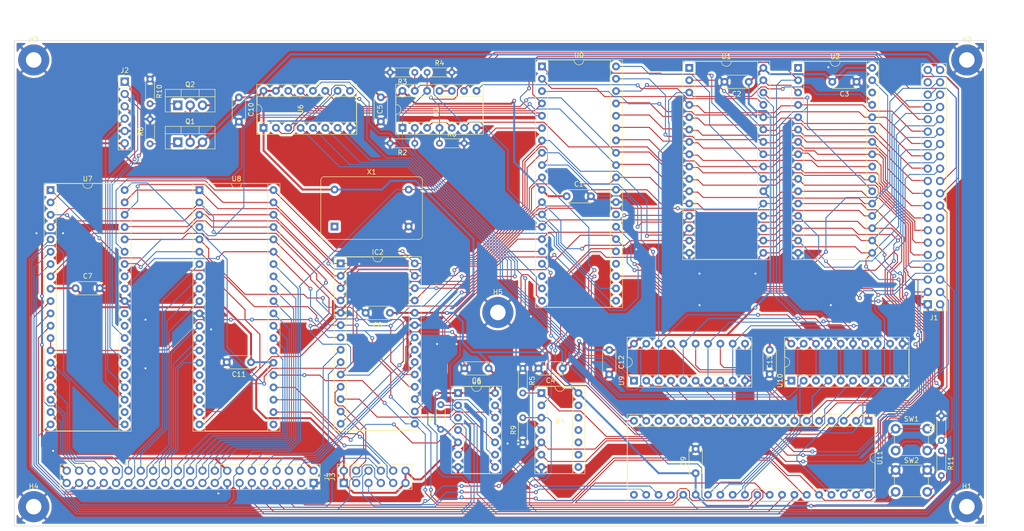
<source format=kicad_pcb>
(kicad_pcb (version 20211232) (generator pcbnew)
  (layers (0 "F.Cu" jumper) (31 "B.Cu" signal) (34 "B.Paste" user "B.Plakken") (35 "F.Paste" user "F.Plakken") (36 "B.SilkS" user "B.Silkscreen") (37 "F.SilkS" user "F.Silkscreen") (38 "B.Mask" user) (39 "F.Mask" user "F. masker") (44 "Edge.Cuts" user))
  (net 0 "")
  (net 1 "/ROM WE")
  (net 2 "/RAM WE")
  (net 3 "/IEI2")
  (net 4 "Earth")
  (net 5 "VDD")
  (net 6 "/~{RESET}")
  (net 7 "/RAM{slash}ROM OE")
  (net 9 "/A15")
  (net 11 "/A0")
  (net 12 "/BUSRQ")
  (net 13 "/BUSACK")
  (net 14 "/A1")
  (net 15 "Net-(U3-Pad10)")
  (net 16 "Net-(U3-Pad3)")
  (net 17 "Net-(U0-~{MREQ})")
  (net 18 "/IEO2")
  (net 21 "Net-(U0-~{BUSRQ})")
  (net 22 "/RESET")
  (net 25 "Net-(U1-~{WE})")
  (net 26 "/D1")
  (net 29 "Net-(U2-~{WE})")
  (net 31 "/A2")
  (net 32 "Net-(IC2-~{INT})")
  (net 33 "/A10")
  (net 34 "/A3")
  (net 35 "/A4")
  (net 36 "/A11")
  (net 37 "/A5")
  (net 38 "/A9")
  (net 39 "/A6")
  (net 40 "/A8")
  (net 41 "/A7")
  (net 42 "/A13")
  (net 43 "Net-(U7-~{INT})")
  (net 44 "/IEO0")
  (net 45 "/TO1")
  (net 46 "/TO2")
  (net 47 "/CT3")
  (net 48 "/CT2")
  (net 49 "/CT1")
  (net 50 "/IEI0")
  (net 51 "/PC0")
  (net 52 "/PC1")
  (net 53 "/PC2")
  (net 54 "/PC3")
  (net 55 "/PB0")
  (net 56 "/PB1")
  (net 57 "/D3")
  (net 58 "/D5")
  (net 59 "/CTSB")
  (net 60 "/D7")
  (net 61 "/RTSB")
  (net 62 "/IEO1")
  (net 63 "/TxDB")
  (net 64 "/IEI1")
  (net 65 "/SERCLK")
  (net 66 "/~{M1}")
  (net 67 "/RxDB")
  (net 68 "/PB2")
  (net 69 "/IEO3")
  (net 70 "/~{IORQ}")
  (net 71 "/D6")
  (net 72 "/D4")
  (net 73 "/D2")
  (net 74 "/D0")
  (net 75 "/IEI3")
  (net 76 "Net-(IC2-~{CE})")
  (net 77 "/~{MEMRD}")
  (net 78 "/PB3")
  (net 79 "/PB4")
  (net 80 "/A12")
  (net 81 "/PB5")
  (net 82 "/PB6")
  (net 83 "/~{INT}")
  (net 84 "/PB7")
  (net 85 "/PGA0")
  (net 86 "Net-(U0-~{WR})")
  (net 87 "/PA7")
  (net 88 "/PA6")
  (net 89 "/PA5")
  (net 90 "/PA4")
  (net 91 "/PA3")
  (net 92 "/PA2")
  (net 93 "/PA1")
  (net 94 "/PA0")
  (net 95 "+5V")
  (net 96 "/PGA1")
  (net 97 "/~{INTIN}")
  (net 98 "/~{RTSA}")
  (net 99 "/TXDA")
  (net 100 "/~{CTSA}")
  (net 101 "/~{DTRA}")
  (net 102 "/SYNCA")
  (net 103 "/~{DCDA}")
  (net 104 "/~{W}{slash}~{RDYA}")
  (net 105 "/A16")
  (net 106 "/A14")
  (net 107 "Net-(U8-~{INT})")
  (net 108 "Net-(U11-~{INT})")
  (net 109 "Net-(SW1-A)")
  (net 114 "Net-(U6B-O2)")
  (net 120 "Net-(U10-1A0)")
  (net 121 "Net-(U10-1A1)")
  (net 122 "Net-(U10-1A2)")
  (net 123 "Net-(U10-1A3)")
  (net 124 "Net-(U10-2OE)")
  (net 125 "Net-(U10-1OE)")
  (net 126 "Net-(U6A-O2)")
  (net 127 "Net-(U6A-O3)")
  (net 128 "/A17")
  (net 129 "/RXDA")
  (net 134 "Net-(U11-~{CE})")
  (net 135 "Net-(U11-PA0)")
  (net 136 "Net-(U11-PA1)")
  (net 137 "Net-(U11-PA2)")
  (net 138 "Net-(U11-PA3)")
  (net 139 "Net-(U11-PA7)")
  (net 140 "Net-(U11-PA6)")
  (net 141 "Net-(U11-PA5)")
  (net 142 "Net-(U11-PA4)")
  (net 143 "/~{RD}")
  (net 144 "/~{IORD}")
  (net 145 "/~{IO_EN1}")
  (net 146 "/CLK")
  (net 148 "Net-(U5-Pad4)")
  (net 149 "Net-(Q1-G)")
  (net 150 "Net-(Q1-D)")
  (net 151 "Net-(Q2-G)")
  (net 153 "/~{NMI}")
  (footprint "Capacitor_THT:C_Disc_D4.7mm_W2.5mm_P5.00mm" (layer "F.Cu") (at 145.915 83.75 -90)
    (fp_text reference "C12")
    (fp_text value "100nF")
  )
  (footprint "Resistor_THT:R_Axial_DIN0204_L3.6mm_D1.6mm_P5.08mm_Horizontal" (layer "F.Cu") (at 105.91 26.56 180)
    (fp_text reference "R3")
    (fp_text value "10K")
  )
  (footprint "Package_DIP:DIP-32_W15.24mm_Socket" (layer "F.Cu") (at 184.785 25.635)
    (fp_text reference "U2")
    (fp_text value "SST39SF010")
  )
  (footprint "Oscillator:Oscillator_DIP-14" (layer "F.Cu") (at 89.4 58.31)
    (fp_text reference "X1")
    (fp_text value "ACO-6.00MHz")
  )
  (footprint "Resistor_THT:R_Axial_DIN0204_L3.6mm_D1.6mm_P5.08mm_Horizontal" (layer "F.Cu") (at 214.249 102.362 90)
    (fp_text reference "R1")
    (fp_text value "10K")
  )
  (footprint "Capacitor_THT:C_Disc_D4.7mm_W2.5mm_P5.00mm" (layer "F.Cu") (at 136.35 87.52 180)
    (fp_text reference "C4")
    (fp_text value "100nF")
  )
  (footprint "Package_TO_SOT_THT:TO-220-3_Vertical" (layer "F.Cu") (at 57.15 40.95)
    (fp_text reference "Q1")
    (fp_text value "IRF9540N")
  )
  (footprint "Package_DIP:DIP-14_W7.62mm_Socket" (layer "F.Cu") (at 103.365 37.99 90)
    (fp_text reference "U3")
    (fp_text value "74HC32")
  )
  (footprint "Capacitor_THT:C_Disc_D4.7mm_W2.5mm_P5.00mm" (layer "F.Cu") (at 100.79 76.09 180)
    (fp_text reference "C8")
    (fp_text value "100nF")
  )
  (footprint "MountingHole:MountingHole_3.2mm_M3_Pad" (layer "F.Cu") (at 219.5 116)
    (fp_text reference "H1")
    (fp_text value "MountingHole_Pad")
  )
  (footprint "Package_DIP:DIP-14_W7.62mm_Socket" (layer "F.Cu") (at 131.955 92.595)
    (fp_text reference "U4")
    (fp_text value "74HC04")
  )
  (footprint "Button_Switch_THT:SW_PUSH_6mm" (layer "F.Cu") (at 204.851 108.458)
    (fp_text reference "SW2")
    (fp_text value "SW_Push")
  )
  (footprint "Resistor_THT:R_Axial_DIN0204_L3.6mm_D1.6mm_P5.08mm_Horizontal" (layer "F.Cu") (at 128.135 87.52 -90)
    (fp_text reference "R5")
    (fp_text value "10K")
  )
  (footprint "Connector_PinSocket_2.54mm:PinSocket_2x21_P2.54mm_Vertical" (layer "F.Cu") (at 85.09 111.125 -90)
    (fp_text reference "J4")
    (fp_text value "Conn_02x21_Odd_Even")
  )
  (footprint "Package_DIP:DIP-40_W15.24mm_Socket" (layer "F.Cu") (at 30.975 50.8)
    (fp_text reference "U7")
    (fp_text value "SIO0-DIP-40")
  )
  (footprint "Capacitor_THT:C_Disc_D4.7mm_W2.5mm_P5.00mm" (layer "F.Cu") (at 196.81 28.505 180)
    (fp_text reference "C3")
    (fp_text value "100nF")
  )
  (footprint "Resistor_THT:R_Axial_DIN0204_L3.6mm_D1.6mm_P5.08mm_Horizontal" (layer "F.Cu") (at 110.99 41.165)
    (fp_text reference "R6")
    (fp_text value "10K")
  )
  (footprint "Package_DIP:DIP-28_W15.24mm_Socket" (layer "F.Cu") (at 90.665 65.915)
    (fp_text reference "IC2")
    (fp_text value "CTC-DIP-28")
  )
  (footprint "MountingHole:MountingHole_3.2mm_M3_Pad" (layer "F.Cu") (at 123 76)
    (fp_text reference "H5")
    (fp_text value "MountingHole_Pad")
  )
  (footprint "Resistor_THT:R_Axial_DIN0204_L3.6mm_D1.6mm_P5.08mm_Horizontal" (layer "F.Cu") (at 51.435 27.94 -90)
    (fp_text reference "R10")
    (fp_text value "10K")
  )
  (footprint "Package_DIP:DIP-40_W15.24mm_Socket" (layer "F.Cu") (at 199.255 98.315 -90)
    (fp_text reference "U11")
    (fp_text value "PIO-DIP-40")
  )
  (footprint "Resistor_THT:R_Axial_DIN0204_L3.6mm_D1.6mm_P5.08mm_Horizontal" (layer "F.Cu") (at 128.135 102.76 90)
    (fp_text reference "R9")
    (fp_text value "10K")
  )
  (footprint "Package_DIP:DIP-40_W15.24mm_Socket" (layer "F.Cu") (at 61.595 50.8)
    (fp_text reference "U8")
    (fp_text value "PIO-DIP-40")
  )
  (footprint "Capacitor_THT:C_Disc_D4.7mm_W2.5mm_P5.00mm" (layer "F.Cu") (at 163.695 109.11 90)
    (fp_text reference "C9")
    (fp_text value "100nF")
  )
  (footprint "Resistor_THT:R_Axial_DIN0204_L3.6mm_D1.6mm_P5.08mm_Horizontal" (layer "F.Cu") (at 214.249 104.521 -90)
    (fp_text reference "R11")
    (fp_text value "10K")
  )
  (footprint "Capacitor_THT:C_Disc_D4.7mm_W2.5mm_P5.00mm" (layer "F.Cu") (at 178.935 83.71 -90)
    (fp_text reference "C13")
    (fp_text value "100nF")
  )
  (footprint "Resistor_THT:R_Axial_DIN0204_L3.6mm_D1.6mm_P5.08mm_Horizontal" (layer "F.Cu") (at 51.435 41.275 90)
    (fp_text reference "R8")
    (fp_text value "1K")
  )
  (footprint "Package_DIP:DIP-16_W7.62mm_Socket" (layer "F.Cu") (at 74.795 37.98 90)
    (fp_text reference "U6")
    (fp_text value "74LS139")
  )
  (footprint "Connector_PinSocket_2.54mm:PinSocket_2x20_P2.54mm_Vertical" (layer "F.Cu") (at 211.455 74.32 180)
    (fp_text reference "J1")
    (fp_text value "Arduino/system bus header")
  )
  (footprint "Package_DIP:DIP-32_W15.24mm_Socket" (layer "F.Cu") (at 162.385 25.635)
    (fp_text reference "U1")
    (fp_text value "628128_DIP32_SSOP32")
  )
  (footprint "Capacitor_THT:C_Disc_D4.7mm_W2.5mm_P5.00mm" (layer "F.Cu") (at 98.925 31.68 -90)
    (fp_text reference "C5")
    (fp_text value "100nF")
  )
  (footprint "MountingHole:MountingHole_3.2mm_M3_Pad" (layer "F.Cu") (at 219.5 24)
    (fp_text reference "H2")
    (fp_text value "MountingHole_Pad")
  )
  (footprint "Resistor_THT:R_Axial_DIN0204_L3.6mm_D1.6mm_P5.08mm_Horizontal" (layer "F.Cu") (at 105.91 41.165 180)
    (fp_text reference "R2")
    (fp_text value "10K")
  )
  (footprint "Package_DIP:DIP-14_W7.62mm_Socket" (layer "F.Cu") (at 114.81 92.595)
    (fp_text reference "U5")
    (fp_text value "74LS21")
  )
  (footprint "Package_DIP:DIP-40_W15.24mm_Socket" (layer "F.Cu") (at 132.075 25.335)
    (fp_text reference "U0")
    (fp_text value "Z80CPU")
  )
  (footprint "Capacitor_THT:C_Disc_D4.7mm_W2.5mm_P5.00mm" (layer "F.Cu") (at 137.16 52.07)
    (fp_text reference "C1")
    (fp_text value "100nF")
  )
  (footprint "Connector_PinHeader_2.54mm:PinHeader_1x06_P2.54mm_Vertical" (layer "F.Cu") (at 46.22 28.465)
    (fp_text reference "J2")
    (fp_text value "PMOD USBUART conn" hide)
  )
  (footprint "Connector_PinHeader_2.54mm:PinHeader_2x06_P2.54mm_Vertical" (layer "F.Cu") (at 91.305 111.125 90)
    (fp_text reference "J3")
    (fp_text value "Int order hdr")
  )
  (footprint "MountingHole:MountingHole_3.2mm_M3_Pad" (layer "F.Cu") (at 27.5 24)
    (fp_text reference "H3")
    (fp_text value "MountingHole_Pad")
  )
  (footprint "Capacitor_THT:C_Disc_D4.7mm_W2.5mm_P5.00mm" (layer "F.Cu") (at 72.215 86.25 180)
    (fp_text reference "C11")
    (fp_text value "100nF")
  )
  (footprint "Package_DIP:DIP-20_W7.62mm_Socket" (layer "F.Cu") (at 151 90.05 90)
    (fp_text reference "U9")
    (fp_text value "74HC244")
  )
  (footprint "Button_Switch_THT:SW_PUSH_6mm" (layer "F.Cu") (at 204.851 99.949)
    (fp_text reference "SW1")
    (fp_text value "SW_Push_Open")
  )
  (footprint "MountingHole:MountingHole_3.2mm_M3_Pad" (layer "F.Cu") (at 27.5 116)
    (fp_text reference "H4")
    (fp_text value "MountingHole_Pad")
  )
  (footprint "Package_DIP:DIP-20_W7.62mm_Socket" (layer "F.Cu") (at 183.385 90.05 90)
    (fp_text reference "U10")
    (fp_text value "74HC244")
  )
  (footprint "Package_TO_SOT_THT:TO-220-3_Vertical" (layer "F.Cu") (at 57.15 33.33)
    (fp_text reference "Q2")
    (fp_text value "IRF9540N")
  )
  (footprint "Resistor_THT:R_Axial_DIN0204_L3.6mm_D1.6mm_P5.08mm_Horizontal" (layer "F.Cu") (at 108.45 26.56)
    (fp_text reference "R4")
    (fp_text value "10K")
  )
  (footprint "Capacitor_THT:C_Disc_D4.7mm_W2.5mm_P5.00mm" (layer "F.Cu") (at 36.1 71.01)
    (fp_text reference "C7")
    (fp_text value "100nF")
  )
  (footprint "Capacitor_THT:C_Disc_D4.7mm_W2.5mm_P5.00mm" (layer "F.Cu") (at 174.625 28.505 180)
    (fp_text reference "C2")
    (fp_text value "100nF")
  )
  (footprint "Capacitor_THT:C_Disc_D4.7mm_W2.5mm_P5.00mm" (layer "F.Cu") (at 69.715 31.72 -90)
    (fp_text reference "C10")
    (fp_text value "100nF")
  )
  (footprint "Capacitor_THT:C_Disc_D4.7mm_W2.5mm_P5.00mm" (layer "F.Cu") (at 121.11 87.52 180)
    (fp_text reference "C6")
    (fp_text value "100nF")
  )
  (footprint "Resistor_THT:R_Axial_DIN0204_L3.6mm_D1.6mm_P5.08mm_Horizontal" (layer "F.Cu") (at 111.252 100.076 90)
    (fp_text reference "R7")
    (fp_text value "10K")
  )
  (gr_rect (start 23.5 20) (end 223.5 120) (stroke (width 0.1)) (fill none) (layer "Edge.Cuts"))
  (segment (start 187.706 104.648) (end 183.896 104.648) (width 0.2) (layer "F.Cu") (net 1))
  (segment (start 131.955 92.595) (end 128.14 92.595) (width 0.2) (layer "F.Cu") (net 1))
  (segment (start 180.78952 101.54152) (end 145.308153 101.54152) (width 0.2) (layer "F.Cu") (net 1))
  (segment (start 140.051144 96.284511) (end 135.644511 96.284511) (width 0.2) (layer "F.Cu") (net 1))
  (segment (start 135.644511 96.284511) (end 131.955 92.595) (width 0.2) (layer "F.Cu") (net 1))
  (segment (start 128.14 92.595) (end 128.135 92.6) (width 0.2) (layer "F.Cu") (net 1))
  (segment (start 183.896 104.648) (end 180.78952 101.54152) (width 0.2) (layer "F.Cu") (net 1))
  (segment (start 145.308153 101.54152) (end 140.051144 96.284511) (width 0.2) (layer "F.Cu") (net 1))
  (via (at 187.706 104.648) (size 0.8) (drill 0.4) (layers "F.Cu" "B.Cu") (net 1))
  (segment (start 201.168 98.044) (end 202.184 97.028) (width 0.2) (layer "B.Cu") (net 1))
  (segment (start 214.54 74.865) (end 213.995 74.32) (width 0.2) (layer "B.Cu") (net 1))
  (segment (start 204.724 97.028) (end 214.54 87.212) (width 0.2) (layer "B.Cu") (net 1))
  (segment (start 197.104 104.648) (end 201.168 100.584) (width 0.2) (layer "B.Cu") (net 1))
  (segment (start 202.184 97.028) (end 204.724 97.028) (width 0.2) (layer "B.Cu") (net 1))
  (segment (start 201.168 100.584) (end 201.168 98.044) (width 0.2) (layer "B.Cu") (net 1))
  (segment (start 214.54 87.212) (end 214.54 74.865) (width 0.2) (layer "B.Cu") (net 1))
  (segment (start 187.706 104.648) (end 197.104 104.648) (width 0.2) (layer "B.Cu") (net 1))
  (segment (start 215.345 29.845) (end 207.645 29.845) (width 0.2) (layer "F.Cu") (net 2))
  (segment (start 213.995 48.92) (end 214.54 48.92) (width 0.2) (layer "F.Cu") (net 2))
  (segment (start 217.297 46.163) (end 217.297 31.797) (width 0.2) (layer "F.Cu") (net 2))
  (segment (start 217.297 31.797) (end 215.345 29.845) (width 0.2) (layer "F.Cu") (net 2))
  (segment (start 207.645 29.845) (end 205.650009 27.850009) (width 0.2) (layer "F.Cu") (net 2))
  (segment (start 204.09904 26.299758) (end 204.09904 26.297605) (width 0.2) (layer "F.Cu") (net 2))
  (segment (start 200.661435 22.86) (end 123.19 22.86) (width 0.2) (layer "F.Cu") (net 2))
  (segment (start 214.54 48.92) (end 217.297 46.163) (width 0.2) (layer "F.Cu") (net 2))
  (segment (start 123.19 22.86) (end 116.065 29.985) (width 0.2) (layer "F.Cu") (net 2))
  (segment (start 116.065 29.985) (end 116.065 30.37) (width 0.2) (layer "F.Cu") (net 2))
  (segment (start 205.650009 27.850009) (end 205.649291 27.850009) (width 0.2) (layer "F.Cu") (net 2))
  (segment (start 205.649291 27.850009) (end 204.09904 26.299758) (width 0.2) (layer "F.Cu") (net 2))
  (segment (start 204.09904 26.297605) (end 200.661435 22.86) (width 0.2) (layer "F.Cu") (net 2))
  (segment (start 36.691525 116.57596) (end 27.56904 107.453476) (width 0.2) (layer "B.Cu") (net 3))
  (segment (start 92.504511 110.668806) (end 92.504511 114.119511) (width 0.2) (layer "B.Cu") (net 3))
  (segment (start 30.87 63.5) (end 30.975 63.5) (width 0.2) (layer "B.Cu") (net 3))
  (segment (start 95.560511 107.385489) (end 95.055141 107.890859) (width 0.2) (layer "B.Cu") (net 3))
  (segment (start 27.56904 66.80096) (end 30.87 63.5) (width 0.2) (layer "B.Cu") (net 3))
  (segment (start 27.56904 107.453476) (end 27.56904 66.80096) (width 0.2) (layer "B.Cu") (net 3))
  (segment (start 90.048062 116.57596) (end 36.691525 116.57596) (width 0.2) (layer "B.Cu") (net 3))
  (segment (start 94.479282 109.855) (end 93.318317 109.855) (width 0.2) (layer "B.Cu") (net 3))
  (segment (start 98.925 111.125) (end 97.663 109.863) (width 0.2) (layer "B.Cu") (net 3))
  (segment (start 96.881855 107.385489) (end 95.560511 107.385489) (width 0.2) (layer "B.Cu") (net 3))
  (segment (start 92.504511 114.119511) (end 90.048062 116.57596) (width 0.2) (layer "B.Cu") (net 3))
  (segment (start 95.055141 107.890859) (end 95.055141 109.279141) (width 0.2) (layer "B.Cu") (net 3))
  (segment (start 97.663 109.863) (end 97.663 108.166634) (width 0.2) (layer "B.Cu") (net 3))
  (segment (start 93.318317 109.855) (end 92.504511 110.668806) (width 0.2) (layer "B.Cu") (net 3))
  (segment (start 97.663 108.166634) (end 96.881855 107.385489) (width 0.2) (layer "B.Cu") (net 3))
  (segment (start 95.055141 109.279141) (end 94.479282 109.855) (width 0.2) (layer "B.Cu") (net 3))
  (segment (start 116.11 87.52) (end 116.11 84.11) (width 0.4) (layer "F.Cu") (net 4))
  (segment (start 90.665 75.562862) (end 90.665 76.075) (width 0.4) (layer "F.Cu") (net 4))
  (segment (start 116.11 84.11) (end 114.5 82.5) (width 0.4) (layer "F.Cu") (net 4))
  (segment (start 92.488477 73.309709) (end 92.488477 73.739385) (width 0.4) (layer "F.Cu") (net 4))
  (segment (start 92.488477 73.739385) (end 90.665 75.562862) (width 0.4) (layer "F.Cu") (net 4))
  (segment (start 94.5 66) (end 92.5 68) (width 0.4) (layer "F.Cu") (net 4))
  (segment (start 41.1 71.01) (end 43.565 71.01) (width 0.4) (layer "F.Cu") (net 4))
  (segment (start 43.565 71.01) (end 46.215 73.66) (width 0.4) (layer "F.Cu") (net 4))
  (via (at 50.5 87.5) (size 0.8) (drill 0.4) (layers "F.Cu" "B.Cu") (net 4))
  (via (at 92.5 68) (size 0.8) (drill 0.4) (layers "F.Cu" "B.Cu") (net 4))
  (via (at 164.5 74.5) (size 0.8) (drill 0.4) (layers "F.Cu" "B.Cu") (net 4))
  (via (at 110.5 82.5) (size 0.8) (drill 0.4) (layers "F.Cu" "B.Cu") (net 4))
  (via (at 92.488477 73.309709) (size 0.8) (drill 0.4) (layers "F.Cu" "B.Cu") (net 4))
  (via (at 33.528 59.69) (size 0.8) (drill 0.4) (layers "F.Cu" "B.Cu") (net 4))
  (via (at 125 103) (size 0.8) (drill 0.4) (layers "F.Cu" "B.Cu") (net 4))
  (via (at 114.5 82.5) (size 0.8) (drill 0.4) (layers "F.Cu" "B.Cu") (net 4))
  (via (at 151.5 63) (size 0.8) (drill 0.4) (layers "F.Cu" "B.Cu") (net 4))
  (via (at 94.5 66) (size 0.8) (drill 0.4) (layers "F.Cu" "B.Cu") (net 4))
  (via (at 65.5 113.284) (size 0.8) (drill 0.4) (layers "F.Cu" "B.Cu") (net 4))
  (via (at 31.5 104.5) (size 0.8) (drill 0.4) (layers "F.Cu" "B.Cu") (net 4))
  (via (at 50.5 77.5) (size 0.8) (drill 0.4) (layers "F.Cu" "B.Cu") (net 4))
  (via (at 164.5 68) (size 0.8) (drill 0.4) (layers "F.Cu" "B.Cu") (net 4))
  (via (at 191 25.5) (size 0.8) (drill 0.4) (layers "F.Cu" "B.Cu") (net 4))
  (via (at 191.5 74.5) (size 0.8) (drill 0.4) (layers "F.Cu" "B.Cu") (net 4))
  (via (at 28.067 59.69) (size 0.8) (drill 0.4) (layers "F.Cu" "B.Cu") (net 4))
  (via (at 129.794 76.835) (size 0.8) (drill 0.4) (layers "F.Cu" "B.Cu") (net 4))
  (via (at 176 68) (size 0.8) (drill 0.4) (layers "F.Cu" "B.Cu") (net 4))
  (via (at 64 79.5) (size 0.8) (drill 0.4) (layers "F.Cu" "B.Cu") (net 4))
  (segment (start 50.055 77.5) (end 50.5 77.5) (width 0.4) (layer "B.Cu") (net 4))
  (segment (start 46.215 73.66) (end 50.055 77.5) (width 0.4) (layer "B.Cu") (net 4))
  (segment (start 147.315 53.275) (end 147.476391 53.275) (width 0.4) (layer "B.Cu") (net 4))
  (segment (start 128.135 102.76) (end 125.24 102.76) (width 0.4) (layer "B.Cu") (net 4))
  (segment (start 125.24 102.76) (end 125 103) (width 0.4) (layer "B.Cu") (net 4))
  (segment (start 34.29 111.125) (end 31.496 108.331) (width 0.4) (layer "B.Cu") (net 4))
  (segment (start 31.496 108.331) (end 31.496 104.504) (width 0.4) (layer "B.Cu") (net 4))
  (segment (start 114.5 82.5) (end 110.5 82.5) (width 0.4) (layer "B.Cu") (net 4))
  (segment (start 28.067 59.69) (end 33.528 59.69) (width 0.4) (layer "B.Cu") (net 4))
  (segment (start 64 78.605) (end 64 79.5) (width 0.4) (layer "B.Cu") (net 4))
  (segment (start 31.496 104.504) (end 31.5 104.5) (width 0.4) (layer "B.Cu") (net 4))
  (segment (start 61.595 76.2) (end 64 78.605) (width 0.4) (layer "B.Cu") (net 4))
  (segment (start 105.89 76.09) (end 105.905 76.075) (width 0.4) (layer "F.Cu") (net 5))
  (segment (start 174.755 28.505) (end 174.625 28.505) (width 0.4) (layer "F.Cu") (net 5))
  (segment (start 104.005 108.585) (end 105.8 110.38) (width 0.4) (layer "F.Cu") (net 5))
  (segment (start 30.975 71.12) (end 31.08 71.015) (width 0.4) (layer "F.Cu") (net 5))
  (segment (start 98.925 31.68) (end 102.055 31.68) (width 0.4) (layer "F.Cu") (net 5))
  (segment (start 176 75) (end 175.825 75) (width 0.4) (layer "F.Cu") (net 5))
  (segment (start 149.68 83.75) (end 151 82.43) (width 0.4) (layer "F.Cu") (net 5))
  (segment (start 73.435 31.72) (end 74.795 30.36) (width 0.4) (layer "F.Cu") (net 5))
  (segment (start 170.18 80.645) (end 179.07 80.645) (width 0.4) (layer "F.Cu") (net 5))
  (segment (start 181.6 80.645) (end 183.385 82.43) (width 0.4) (layer "F.Cu") (net 5))
  (segment (start 98.925 31.68) (end 95.185 27.94) (width 0.4) (layer "F.Cu") (net 5))
  (segment (start 79.755 27.94) (end 77.335 30.36) (width 0.4) (layer "F.Cu") (net 5))
  (segment (start 175.825 75) (end 170.18 80.645) (width 0.4) (layer "F.Cu") (net 5))
  (segment (start 93.32 113.14) (end 101.99 113.14) (width 0.4) (layer "F.Cu") (net 5))
  (segment (start 102.055 31.68) (end 103.365 30.37) (width 0.4) (layer "F.Cu") (net 5))
  (segment (start 66.720891 74.93) (end 40.02 74.93) (width 0.4) (layer "F.Cu") (net 5))
  (segment (start 151 82.43) (end 152.785 80.645) (width 0.4) (layer "F.Cu") (net 5))
  (segment (start 122.43 92.595) (end 114.81 92.595) (width 0.4) (layer "F.Cu") (net 5))
  (segment (start 139.7 84.17) (end 136.35 87.52) (width 0.4) (layer "F.Cu") (net 5))
  (segment (start 31.08 71.015) (end 36.095 71.015) (width 0.4) (layer "F.Cu") (net 5))
  (segment (start 82.821 50.69) (end 89.4 50.69) (width 0.4) (layer "F.Cu") (net 5))
  (segment (start 77.335 30.36) (end 74.795 30.36) (width 0.4) (layer "F.Cu") (net 5))
  (segment (start 215.398511 105.670511) (end 214.249 104.521) (width 0.4) (layer "F.Cu") (net 5))
  (segment (start 122.428 92.593) (end 122.43 92.595) (width 0.4) (layer "F.Cu") (net 5))
  (segment (start 103.365 30.37) (end 106.015 33.02) (width 0.4) (layer "F.Cu") (net 5))
  (segment (start 122.428 88.838) (end 122.428 92.593) (width 0.4) (layer "F.Cu") (net 5))
  (segment (start 72.215 86.25) (end 72.215 80.424109) (width 0.4) (layer "F.Cu") (net 5))
  (segment (start 72.215 80.424109) (end 66.720891 74.93) (width 0.4) (layer "F.Cu") (net 5))
  (segment (start 110.605 92.595) (end 114.81 92.595) (width 0.4) (layer "F.Cu") (net 5))
  (segment (start 100.79 76.09) (end 105.89 76.09) (width 0.4) (layer "F.Cu") (net 5))
  (segment (start 121.11 87.52) (end 122.428 88.838) (width 0.4) (layer "F.Cu") (net 5))
  (segment (start 95.185 27.94) (end 79.755 27.94) (width 0.4) (layer "F.Cu") (net 5))
  (segment (start 68.105 33.33) (end 69.715 31.72) (width 0.4) (layer "F.Cu") (net 5))
  (segment (start 187.452 115.824) (end 210.534919 115.824) (width 0.4) (layer "F.Cu") (net 5))
  (segment (start 105.8 110.38) (end 107.185 110.38) (width 0.4) (layer "F.Cu") (net 5))
  (segment (start 75.269511 97.769511) (end 84.434511 97.769511) (width 0.4) (layer "F.Cu") (net 5))
  (segment (start 112.5115 76.075) (end 105.905 76.075) (width 0.4) (layer "F.Cu") (net 5))
  (segment (start 104.005 111.125) (end 104.005 108.585) (width 0.4) (layer "F.Cu") (net 5))
  (segment (start 145.915 83.75) (end 149.68 83.75) (width 0.4) (layer "F.Cu") (net 5))
  (segment (start 36.095 71.015) (end 36.1 71.01) (width 0.4) (layer "F.Cu") (net 5))
  (segment (start 107.185 110.38) (end 114.81 102.755) (width 0.4) (layer "F.Cu") (net 5))
  (segment (start 74.795 42.664) (end 82.821 50.69) (width 0.4) (layer "F.Cu") (net 5))
  (segment (start 210.534919 115.824) (end 215.398511 110.960408) (width 0.4) (layer "F.Cu") (net 5))
  (segment (start 133.41 52.07) (end 132.075 50.735) (width 0.4) (layer "F.Cu") (net 5))
  (segment (start 74.795 30.36) (end 74.795 37.98) (width 0.4) (layer "F.Cu") (net 5))
  (segment (start 69.715 31.72) (end 73.435 31.72) (width 0.4) (layer "F.Cu") (net 5))
  (segment (start 73.279 95.779) (end 75.269511 97.769511) (width 0.4) (layer "F.Cu") (net 5))
  (segment (start 179.07 80.645) (end 181.6 80.645) (width 0.4) (layer "F.Cu") (net 5))
  (segment (start 125.73 33.02) (end 126.365 32.385) (width 0.4) (layer "F.Cu") (net 5))
  (segment (start 74.795 37.98) (end 74.795 42.664) (width 0.4) (layer "F.Cu") (net 5))
  (segment (start 137.16 52.07) (end 133.41 52.07) (width 0.4) (layer "F.Cu") (net 5))
  (segment (start 177.625 25.635) (end 174.755 28.505) (width 0.4) (layer "F.Cu") (net 5))
  (segment (start 101.99 113.14) (end 104.005 111.125) (width 0.4) (layer "F.Cu") (net 5))
  (segment (start 152.785 80.645) (end 170.18 80.645) (width 0.4) (layer "F.Cu") (net 5))
  (segment (start 84.434511 97.769511) (end 91.305 104.64) (width 0.4) (layer "F.Cu") (net 5))
  (segment (start 124.46 33.02) (end 125.73 33.02) (width 0.4) (layer "F.Cu") (net 5))
  (segment (start 91.305 111.125) (end 93.32 113.14) (width 0.4) (layer "F.Cu") (net 5))
  (segment (start 178.935 83.71) (end 178.935 80.78) (width 0.4) (layer "F.Cu") (net 5))
  (segment (start 178.935 80.78) (end 179.07 80.645) (width 0.4) (layer "F.Cu") (net 5))
  (segment (start 112.531477 76.094977) (end 112.5115 76.075) (width 0.4) (layer "F.Cu") (net 5))
  (segment (start 110.49 92.71) (end 110.605 92.595) (width 0.4) (layer "F.Cu") (net 5))
  (segment (start 76.835 86.36) (end 73.279 89.916) (width 0.4) (layer "F.Cu") (net 5))
  (segment (start 106.015 33.02) (end 124.46 33.02) (width 0.4) (layer "F.Cu") (net 5))
  (segment (start 40.02 74.93) (end 36.1 71.01) (width 0.4) (layer "F.Cu") (net 5))
  (segment (start 91.305 104.64) (end 91.305 108.585) (width 0.4) (layer "F.Cu") (net 5))
  (segment (start 62.23 33.33) (end 68.105 33.33) (width 0.4) (layer "F.Cu") (net 5))
  (segment (start 139.7 81.915) (end 139.7 84.17) (width 0.4) (layer "F.Cu") (net 5))
  (segment (start 73.279 89.916) (end 73.279 95.779) (width 0.4) (layer "F.Cu") (net 5))
  (segment (start 91.305 108.585) (end 91.305 111.125) (width 0.4) (layer "F.Cu") (net 5))
  (segment (start 215.398511 110.960408) (end 215.398511 105.670511) (width 0.4) (layer "F.Cu") (net 5))
  (via (at 139.7 81.915) (size 0.8) (drill 0.4) (layers "F.Cu" "B.Cu") (net 5))
  (via (at 126.365 32.385) (size 0.8) (drill 0.4) (layers "F.Cu" "B.Cu") (net 5))
  (via (at 187.452 115.824) (size 0.8) (drill 0.4) (layers "F.Cu" "B.Cu") (net 5))
  (via (at 110.49 92.71) (size 0.8) (drill 0.4) (layers "F.Cu" "B.Cu") (net 5))
  (via (at 112.531477 76.094977) (size 0.8) (drill 0.4) (layers "F.Cu" "B.Cu") (net 5))
  (via (at 176 75) (size 0.8) (drill 0.4) (layers "F.Cu" "B.Cu") (net 5))
  (segment (start 110.102489 98.926489) (end 110.102489 93.097511) (width 0.4) (layer "B.Cu") (net 5))
  (segment (start 145.915 83.75) (end 141.535 83.75) (width 0.4) (layer "B.Cu") (net 5))
  (segment (start 117.729 84.201) (end 118.999 84.201) (width 0.4) (layer "B.Cu") (net 5))
  (segment (start 111.252 100.076) (end 110.102489 98.926489) (width 0.4) (layer "B.Cu") (net 5))
  (segment (start 126.365 45.025) (end 132.075 50.735) (width 0.4) (layer "B.Cu") (net 5))
  (segment (start 72.215 86.25) (end 76.725 86.25) (width 0.4) (layer "B.Cu") (net 5))
  (segment (start 179.07 71.755) (end 179.07 52.48) (width 0.4) (layer "B.Cu") (net 5))
  (segment (start 187.452 115.824) (end 165.964 115.824) (width 0.4) (layer "B.Cu") (net 5))
  (segment (start 179.07 49.59) (end 179.07 35.410912) (width 0.4) (layer "B.Cu") (net 5))
  (segment (start 163.695 109.11) (end 156.09 109.11) (width 0.4) (layer "B.Cu") (net 5))
  (segment (start 112.531477 76.094977) (end 113.940977 76.094977) (width 0.4) (layer "B.Cu") (net 5))
  (segment (start 131.767609 84.201) (end 118.999 84.201) (width 0.4) (layer "B.Cu") (net 5))
  (segment (start 113.940977 76.094977) (end 115.79903 77.95303) (width 0.4) (layer "B.Cu") (net 5))
  (segment (start 112.531477 76.094977) (end 114.024023 76.094977) (width 0.4) (layer "B.Cu") (net 5))
  (segment (start 110.102489 93.097511) (end 110.49 92.71) (width 0.4) (layer "B.Cu") (net 5))
  (segment (start 117.983 72.136) (end 117.983 60.833) (width 0.4) (layer "B.Cu") (net 5))
  (segment (start 136.35 87.52) (end 136.35 89.37) (width 0.4) (layer "B.Cu") (net 5))
  (segment (start 115.79903 77.95303) (end 115.799031 82.271031) (width 0.4) (layer "B.Cu") (net 5))
  (segment (start 178.176383 34.517295) (end 176.122295 34.517295) (width 0.4) (layer "B.Cu") (net 5))
  (segment (start 134.547201 82.335489) (end 133.63312 82.335489) (width 0.4) (layer "B.Cu") (net 5))
  (segment (start 194.68 25.635) (end 200.025 25.635) (width 0.4) (layer "B.Cu") (net 5))
  (segment (start 136.271 84.059288) (end 134.547201 82.335489) (width 0.4) (layer "B.Cu") (net 5))
  (segment (start 115.799031 82.271031) (end 117.729 84.201) (width 0.4) (layer "B.Cu") (net 5))
  (segment (start 179.07 52.48) (end 179.07 49.59) (width 0.4) (layer "B.Cu") (net 5))
  (segment (start 191.81 28.505) (end 194.68 25.635) (width 0.4) (layer "B.Cu") (net 5))
  (segment (start 190.230489 26.925489) (end 191.81 28.505) (width 0.4) (layer "B.Cu") (net 5))
  (segment (start 136.271 87.441) (end 136.271 84.059288) (width 0.4) (layer "B.Cu") (net 5))
  (segment (start 141.535 83.75) (end 139.7 81.915) (width 0.4) (layer "B.Cu") (net 5))
  (segment (start 165.964 115.824) (end 163.695 113.555) (width 0.4) (layer "B.Cu") (net 5))
  (segment (start 174.625 33.02) (end 174.625 28.505) (width 0.4) (layer "B.Cu") (net 5))
  (segment (start 76.725 86.25) (end 76.835 86.36) (width 0.4) (layer "B.Cu") (net 5))
  (segment (start 176 75) (end 176 74.825) (width 0.4) (layer "B.Cu") (net 5))
  (segment (start 176.122295 34.517295) (end 174.625 33.02) (width 0.4) (layer "B.Cu") (net 5))
  (segment (start 176 74.825) (end 179.07 71.755) (width 0.4) (layer "B.Cu") (net 5))
  (segment (start 121.11 86.312) (end 121.11 87.52) (width 0.4) (layer "B.Cu") (net 5))
  (segment (start 136.35 87.52) (end 136.271 87.441) (width 0.4) (layer "B.Cu") (net 5))
  (segment (start 106.045 48.895) (end 100.965 48.895) (width 0.4) (layer "B.Cu") (net 5))
  (segment (start 112.141 100.076) (end 114.81 102.745) (width 0.4) (layer "B.Cu") (net 5))
  (segment (start 179.07 52.48) (end 177.625 51.035) (width 0.4) (layer "B.Cu") (net 5))
  (segment (start 179.07 35.410912) (end 178.176383 34.517295) (width 0.4) (layer "B.Cu") (net 5))
  (segment (start 114.024023 76.094977) (end 117.983 72.136) (width 0.4) (layer "B.Cu") (net 5))
  (segment (start 111.252 100.076) (end 112.141 100.076) (width 0.4) (layer "B.Cu") (net 5))
  (segment (start 156.09 109.11) (end 139.575 92.595) (width 0.4) (layer "B.Cu") (net 5))
  (segment (start 178.915489 26.925489) (end 190.230489 26.925489) (width 0.4) (layer "B.Cu") (net 5))
  (segment (start 100.965 48.895) (end 99.17 50.69) (width 0.4) (layer "B.Cu") (net 5))
  (segment (start 133.63312 82.335489) (end 131.767609 84.201) (width 0.4) (layer "B.Cu") (net 5))
  (segment (start 126.365 32.385) (end 126.365 45.025) (width 0.4) (layer "B.Cu") (net 5))
  (segment (start 118.999 84.201) (end 121.11 86.312) (width 0.4) (layer "B.Cu") (net 5))
  (segment (start 163.695 109.11) (end 163.695 113.555) (width 0.4) (layer "B.Cu") (net 5))
  (segment (start 99.17 50.69) (end 89.4 50.69) (width 0.4) (layer "B.Cu") (net 5))
  (segment (start 114.81 102.745) (end 114.81 102.755) (width 0.4) (layer "B.Cu") (net 5))
  (segment (start 117.983 60.833) (end 106.045 48.895) (width 0.4) (layer "B.Cu") (net 5))
  (segment (start 177.625 25.635) (end 178.915489 26.925489) (width 0.4) (layer "B.Cu") (net 5))
  (segment (start 177.625 51.035) (end 179.07 49.59) (width 0.4) (layer "B.Cu") (net 5))
  (segment (start 136.35 89.37) (end 139.575 92.595) (width 0.4) (layer "B.Cu") (net 5))
  (segment (start 212.88212 90.20012) (end 212.88212 78.892813) (width 0.2) (layer "F.Cu") (net 6))
  (segment (start 200.025 73.66) (end 201.295 73.66) (width 0.2) (layer "F.Cu") (net 6))
  (segment (start 213.233 90.551) (end 212.88212 90.20012) (width 0.2) (layer "F.Cu") (net 6))
  (segment (start 151.13 67.31) (end 152.526282 67.31) (width 0.2) (layer "F.Cu") (net 6))
  (segment (start 212.88212 78.892813) (end 207.053497 73.064189) (width 0.2) (layer "F.Cu") (net 6))
  (segment (start 156.785802 71.56952) (end 197.93452 71.56952) (width 0.2) (layer "F.Cu") (net 6))
  (segment (start 111.633 78.23559) (end 111.633 88.127) (width 0.2) (layer "F.Cu") (net 6))
  (segment (start 122.680731 67.187859) (end 111.633 78.23559) (width 0.2) (layer "F.Cu") (net 6))
  (segment (start 147.315 60.895) (end 146.515001 60.095001) (width 0.2) (layer "F.Cu") (net 6))
  (segment (start 111.633 88.127) (end 105.905 93.855) (width 0.2) (layer "F.Cu") (net 6))
  (segment (start 207.053497 73.064189) (end 207.053497 72.167593) (width 0.2) (layer "F.Cu") (net 6))
  (segment (start 197.93452 71.56952) (end 200.025 73.66) (width 0.2) (layer "F.Cu") (net 6))
  (segment (start 132.837141 67.187859) (end 122.680731 67.187859) (width 0.2) (layer "F.Cu") (net 6))
  (segment (start 146.515001 60.095001) (end 139.929999 60.095001) (width 0.2) (layer "F.Cu") (net 6))
  (segment (start 152.526282 67.31) (end 156.785802 71.56952) (width 0.2) (layer "F.Cu") (net 6))
  (segment (start 139.929999 60.095001) (end 132.837141 67.187859) (width 0.2) (layer "F.Cu") (net 6))
  (via (at 201.295 73.66) (size 0.8) (drill 0.4) (layers "F.Cu" "B.Cu") (net 6))
  (via (at 207.053497 72.167593) (size 0.8) (drill 0.4) (layers "F.Cu" "B.Cu") (net 6))
  (via (at 151.13 67.31) (size 0.8) (drill 0.4) (layers "F.Cu" "B.Cu") (net 6))
  (via (at 213.233 90.551) (size 0.8) (drill 0.4) (layers "F.Cu" "B.Cu") (net 6))
  (segment (start 206.712 102.588) (end 209.49 102.588) (width 0.2) (layer "B.Cu") (net 6))
  (segment (start 205.56109 73.66) (end 207.053497 72.167593) (width 0.2) (layer "B.Cu") (net 6))
  (segment (start 117.475 114.934282) (end 115.383802 117.02548) (width 0.2) (layer "B.Cu") (net 6))
  (segment (start 216.45644 93.77444) (end 216.45644 100.15456) (width 0.2) (layer "B.Cu") (net 6))
  (segment (start 38.065718 92.71) (end 38.1 92.71) (width 0.2) (layer "B.Cu") (net 6))
  (segment (start 151.13 67.31) (end 149.606 65.786) (width 0.2) (layer "B.Cu") (net 6))
  (segment (start 38.1 92.71) (end 44.45 99.06) (width 0.2) (layer "B.Cu") (net 6))
  (segment (start 115.383802 117.02548) (end 36.505327 117.02548) (width 0.2) (layer "B.Cu") (net 6))
  (segment (start 27.11952 107.639673) (end 27.11952 65.346198) (width 0.2) (layer "B.Cu") (net 6))
  (segment (start 105.905 93.855) (end 108.585 96.535) (width 0.2) (layer "B.Cu") (net 6))
  (segment (start 44.45 99.06) (end 46.215 99.06) (width 0.2) (layer "B.Cu") (net 6))
  (segment (start 33.655 88.299282) (end 38.065718 92.71) (width 0.2) (layer "B.Cu") (net 6))
  (segment (start 33.655 63.881) (end 33.655 88.299282) (width 0.2) (layer "B.Cu") (net 6))
  (segment (start 108.585 99.06) (end 110.49 100.965) (width 0.2) (layer "B.Cu") (net 6))
  (segment (start 216.45644 100.15456) (end 214.249 102.362) (width 0.2) (layer "B.Cu") (net 6))
  (segment (start 213.233 90.551) (end 216.45644 93.77444) (width 0.2) (layer "B.Cu") (net 6))
  (segment (start 30.235718 62.23) (end 32.004 62.23) (width 0.2) (layer "B.Cu") (net 6))
  (segment (start 206.712 102.588) (end 204.851 104.449) (width 0.2) (layer "B.Cu") (net 6))
  (segment (start 209.49 102.588) (end 211.351 104.449) (width 0.2) (layer "B.Cu") (net 6))
  (segment (start 149.606 65.786) (end 149.606 63.186) (width 0.2) (layer "B.Cu") (net 6))
  (segment (start 27.11952 65.346198) (end 30.235718 62.23) (width 0.2) (layer "B.Cu") (net 6))
  (segment (start 115.57 109.855) (end 117.475 111.76) (width 0.2) (layer "B.Cu") (net 6))
  (segment (start 212.162 104.449) (end 214.249 102.362) (width 0.2) (layer "B.Cu") (net 6))
  (segment (start 110.49 100.965) (end 110.49 108.585) (width 0.2) (layer "B.Cu") (net 6))
  (segment (start 149.606 63.186) (end 147.315 60.895) (width 0.2) (layer "B.Cu") (net 6))
  (segment (start 117.475 111.76) (end 117.475 114.934282) (width 0.2) (layer "B.Cu") (net 6))
  (segment (start 36.505327 117.02548) (end 27.11952 107.639673) (width 0.2) (layer "B.Cu") (net 6))
  (segment (start 211.351 104.449) (end 212.162 104.449) (width 0.2) (layer "B.Cu") (net 6))
  (segment (start 201.295 73.66) (end 205.56109 73.66) (width 0.2) (layer "B.Cu") (net 6))
  (segment (start 32.004 62.23) (end 33.655 63.881) (width 0.2) (layer "B.Cu") (net 6))
  (segment (start 111.76 109.855) (end 115.57 109.855) (width 0.2) (layer "B.Cu") (net 6))
  (segment (start 110.49 108.585) (end 111.76 109.855) (width 0.2) (layer "B.Cu") (net 6))
  (segment (start 108.585 96.535) (end 108.585 99.06) (width 0.2) (layer "B.Cu") (net 6))
  (segment (start 204.54856 26.11356) (end 205.835489 27.400489) (width 0.2) (layer "F.Cu") (net 7))
  (segment (start 114.674511 31.37048) (end 114.674511 30.105489) (width 0.2) (layer "F.Cu") (net 7))
  (segment (start 214.54 51.46) (end 213.995 51.46) (width 0.2) (layer "F.Cu") (net 7))
  (segment (start 204.54856 26.111407) (end 204.54856 26.11356) (width 0.2) (layer "F.Cu") (net 7))
  (segment (start 110.99 41.165) (end 110.99 37.995) (width 0.2) (layer "F.Cu") (net 7))
  (segment (start 114.674511 30.105489) (end 122.36952 22.41048) (width 0.2) (layer "F.Cu") (net 7))
  (segment (start 109.22 31.75) (end 109.550011 32.080011) (width 0.2) (layer "F.Cu") (net 7))
  (segment (start 110.99 37.995) (end 110.985 37.99) (width 0.2) (layer "F.Cu") (net 7))
  (segment (start 217.74652 29.85002) (end 217.74652 48.25348) (width 0.2) (layer "F.Cu") (net 7))
  (segment (start 200.847633 22.41048) (end 204.54856 26.111407) (width 0.2) (layer "F.Cu") (net 7))
  (segment (start 205.835489 27.400489) (end 215.296989 27.400489) (width 0.2) (layer "F.Cu") (net 7))
  (segment (start 109.550011 32.080011) (end 113.96498 32.080011) (width 0.2) (layer "F.Cu") (net 7))
  (segment (start 122.36952 22.41048) (end 200.847633 22.41048) (width 0.2) (layer "F.Cu") (net 7))
  (segment (start 113.96498 32.080011) (end 114.674511 31.37048) (width 0.2) (layer "F.Cu") (net 7))
  (segment (start 217.74652 48.25348) (end 214.54 51.46) (width 0.2) (layer "F.Cu") (net 7))
  (segment (start 215.296989 27.400489) (end 217.74652 29.85002) (width 0.2) (layer "F.Cu") (net 7))
  (via (at 109.22 31.75) (size 0.8) (drill 0.4) (layers "F.Cu" "B.Cu") (net 7))
  (segment (start 110.985 33.515) (end 110.985 37.99) (width 0.2) (layer "B.Cu") (net 7))
  (segment (start 109.22 31.75) (end 110.985 33.515) (width 0.2) (layer "B.Cu") (net 7))
  (segment (start 188.356 77.241) (end 193.545 82.43) (width 0.2) (layer "F.Cu") (net 9))
  (segment (start 184.785 30.715) (end 183.28 29.21) (width 0.2) (layer "F.Cu") (net 9))
  (segment (start 183.28 29.21) (end 178.66 29.21) (width 0.2) (layer "F.Cu") (net 9))
  (segment (start 178.66 29.21) (end 177.625 28.175) (width 0.2) (layer "F.Cu") (net 9))
  (segment (start 184.785 77.241) (end 188.356 77.241) (width 0.2) (layer "F.Cu") (net 9))
  (via (at 184.785 77.241) (size 0.8) (drill 0.4) (layers "F.Cu" "B.Cu") (net 9))
  (segment (start 179.705 33.655) (end 179.705 72.39) (width 0.2) (layer "B.Cu") (net 9))
  (segment (start 161.16 82.43) (end 166.349 77.241) (width 0.2) (layer "B.Cu") (net 9))
  (segment (start 166.349 77.241) (end 185.014 77.241) (width 0.2) (layer "B.Cu") (net 9))
  (segment (start 177.625 28.175) (end 176.475489 29.324511) (width 0.2) (layer "B.Cu") (net 9))
  (segment (start 179.705 72.39) (end 184.556 77.241) (width 0.2) (layer "B.Cu") (net 9))
  (segment (start 177.148856 31.864511) (end 177.914511 31.864511) (width 0.2) (layer "B.Cu") (net 9))
  (segment (start 161.16 82.43) (end 161.16 90.05) (width 0.2) (layer "B.Cu") (net 9))
  (segment (start 176.475489 29.324511) (end 176.475489 31.191144) (width 0.2) (layer "B.Cu") (net 9))
  (segment (start 177.914511 31.864511) (end 179.705 33.655) (width 0.2) (layer "B.Cu") (net 9))
  (segment (start 176.475489 31.191144) (end 177.148856 31.864511) (width 0.2) (layer "B.Cu") (net 9))
  (segment (start 193.545 82.43) (end 193.545 90.05) (width 0.2) (layer "B.Cu") (net 9))
  (segment (start 131.388793 54.665489) (end 132.588793 54.665489) (width 0.2) (layer "F.Cu") (net 11))
  (segment (start 184.785 53.575) (end 197.789282 53.575) (width 0.2) (layer "F.Cu") (net 11))
  (segment (start 117.474282 68.58) (end 131.388793 54.665489) (width 0.2) (layer "F.Cu") (net 11))
  (segment (start 138.31452 54.09048) (end 141.67 50.735) (width 0.2) (layer "F.Cu") (net 11))
  (segment (start 206.906641 70.381641) (end 208.305 71.78) (width 0.2) (layer "F.Cu") (net 11))
  (segment (start 200.864 54.864) (end 206.545113 60.545114) (width 0.2) (layer "F.Cu") (net 11))
  (segment (start 115.57 68.58) (end 117.474282 68.58) (width 0.2) (layer "F.Cu") (net 11))
  (segment (start 141.67 50.735) (end 147.315 50.735) (width 0.2) (layer "F.Cu") (net 11))
  (segment (start 209.28596 92.337604) (end 207.458084 94.16548) (width 0.2) (layer "F.Cu") (net 11))
  (segment (start 133.163803 54.09048) (end 138.31452 54.09048) (width 0.2) (layer "F.Cu") (net 11))
  (segment (start 156.515 53.575) (end 153.67 50.73) (width 0.2) (layer "F.Cu") (net 11))
  (segment (start 46.32 65.935) (end 46.215 66.04) (width 0.2) (layer "F.Cu") (net 11))
  (segment (start 97.155 83.69637) (end 104.77363 91.315) (width 0.2) (layer "F.Cu") (net 11))
  (segment (start 197.789282 53.575) (end 199.078282 54.864) (width 0.2) (layer "F.Cu") (net 11))
  (segment (start 153.67 50.73) (end 153.665 50.735) (width 0.2) (layer "F.Cu") (net 11))
  (segment (start 181.305 53.575) (end 184.785 53.575) (width 0.2) (layer "F.Cu") (net 11))
  (segment (start 209.28596 82.92096) (end 209.28596 92.337604) (width 0.2) (layer "F.Cu") (net 11))
  (segment (start 199.078282 54.864) (end 200.864 54.864) (width 0.2) (layer "F.Cu") (net 11))
  (segment (start 165.424 54.864) (end 180.016 54.864) (width 0.2) (layer "F.Cu") (net 11))
  (segment (start 206.545113 67.479395) (end 206.906641 67.840923) (width 0.2) (layer "F.Cu") (net 11))
  (segment (start 190.70452 94.16548) (end 186.555 98.315) (width 0.2) (layer "F.Cu") (net 11))
  (segment (start 97.155 81.28) (end 97.155 83.69637) (width 0.2) (layer "F.Cu") (net 11))
  (segment (start 132.588793 54.665489) (end 133.163803 54.09048) (width 0.2) (layer "F.Cu") (net 11))
  (segment (start 85.725 77.648122) (end 85.725 76.620908) (width 0.2) (layer "F.Cu") (net 11))
  (segment (start 180.016 54.864) (end 181.305 53.575) (width 0.2) (layer "F.Cu") (net 11))
  (segment (start 72.904511 74.809511) (end 61.595 63.5) (width 0.2) (layer "F.Cu") (net 11))
  (segment (start 208.915 82.55) (end 209.28596 82.92096) (width 0.2) (layer "F.Cu") (net 11))
  (segment (start 207.458084 94.16548) (end 190.70452 94.16548) (width 0.2) (layer "F.Cu") (net 11))
  (segment (start 208.305 71.78) (end 211.455 71.78) (width 0.2) (layer "F.Cu") (net 11))
  (segment (start 162.385 53.575) (end 164.135 53.575) (width 0.2) (layer "F.Cu") (net 11))
  (segment (start 48.79 65.935) (end 46.32 65.935) (width 0.2) (layer "F.Cu") (net 11))
  (segment (start 85.725 76.620908) (end 83.913603 74.809511) (width 0.2) (layer "F.Cu") (net 11))
  (segment (start 49.512523 66.657523) (end 48.79 65.935) (width 0.2) (layer "F.Cu") (net 11))
  (segment (start 162.385 53.575) (end 156.515 53.575) (width 0.2) (layer "F.Cu") (net 11))
  (segment (start 83.913603 74.809511) (end 72.904511 74.809511) (width 0.2) (layer "F.Cu") (net 11))
  (segment (start 164.135 53.575) (end 165.424 54.864) (width 0.2) (layer "F.Cu") (net 11))
  (segment (start 104.77363 91.315) (end 105.905 91.315) (width 0.2) (layer "F.Cu") (net 11))
  (segment (start 153.665 50.735) (end 147.315 50.735) (width 0.2) (layer "F.Cu") (net 11))
  (segment (start 206.545113 60.545114) (end 206.545113 67.479395) (width 0.2) (layer "F.Cu") (net 11))
  (segment (start 206.906641 67.840923) (end 206.906641 70.381641) (width 0.2) (layer "F.Cu") (net 11))
  (via (at 85.725 77.47) (size 0.8) (drill 0.4) (layers "F.Cu" "B.Cu") (net 11))
  (via (at 49.512523 66.657523) (size 0.8) (drill 0.4) (layers "F.Cu" "B.Cu") (net 11))
  (via (at 97.155 81.28) (size 0.8) (drill 0.4) (layers "F.Cu" "B.Cu") (net 11))
  (via (at 115.57 68.58) (size 0.8) (drill 0.4) (layers "F.Cu" "B.Cu") (net 11))
  (via (at 208.915 82.55) (size 0.8) (drill 0.4) (layers "F.Cu" "B.Cu") (net 11))
  (segment (start 107.560489 77.224511) (end 104.385489 77.224511) (width 0.2) (layer "B.Cu") (net 11))
  (segment (start 115.57 68.58) (end 115.57 69.215) (width 0.2) (layer "B.Cu") (net 11))
  (segment (start 49.512523 66.657523) (end 49.547477 66.657523) (width 0.2) (layer "B.Cu") (net 11))
  (segment (start 115.57 69.215) (end 107.560489 77.224511) (width 0.2) (layer "B.Cu") (net 11))
  (segment (start 52.705 63.5) (end 61.595 63.5) (width 0.2) (layer "B.Cu") (net 11))
  (segment (start 208.915 82.55) (end 210.185011 81.279989) (width 0.2) (layer "B.Cu") (net 11))
  (segment (start 209.88502 80.03455) (end 209.88502 73.34998) (width 0.2) (layer "B.Cu") (net 11))
  (segment (start 101.845489 79.764511) (end 95.495489 79.764511) (width 0.2) (layer "B.Cu") (net 11))
  (segment (start 209.88502 73.34998) (end 211.455 71.78) (width 0.2) (layer "B.Cu") (net 11))
  (segment (start 49.547477 66.657523) (end 52.705 63.5) (width 0.2) (layer "B.Cu") (net 11))
  (segment (start 88.019511 79.764511) (end 85.725 77.47) (width 0.2) (layer "B.Cu") (net 11))
  (segment (start 95.639511 79.764511) (end 95.495489 79.764511) (width 0.2) (layer "B.Cu") (net 11))
  (segment (start 104.385489 77.224511) (end 101.845489 79.764511) (width 0.2) (layer "B.Cu") (net 11))
  (segment (start 210.185011 80.334541) (end 209.88502 80.03455) (width 0.2) (layer "B.Cu") (net 11))
  (segment (start 95.495489 79.764511) (end 88.019511 79.764511) (width 0.2) (layer "B.Cu") (net 11))
  (segment (start 97.155 81.28) (end 95.639511 79.764511) (width 0.2) (layer "B.Cu") (net 11))
  (segment (start 210.185011 81.279989) (end 210.185011 80.334541) (width 0.2) (layer "B.Cu") (net 11))
  (segment (start 131.955 97.675) (end 128.14 97.675) (width 0.2) (layer "F.Cu") (net 12))
  (segment (start 128.14 97.675) (end 128.135 97.68) (width 0.2) (layer "F.Cu") (net 12))
  (segment (start 217.35548 110.780238) (end 211.100197 117.03552) (width 0.2) (layer "B.Cu") (net 12))
  (segment (start 213.315229 29.845) (end 215.3285 29.845) (width 0.2) (layer "B.Cu") (net 12))
  (segment (start 130.175 110.49) (end 132.715 110.49) (width 0.2) (layer "B.Cu") (net 12))
  (segment (start 129.54 115.57) (end 129.54 111.125) (width 0.2) (layer "B.Cu") (net 12))
  (segment (start 129.54 111.125) (end 130.175 110.49) (width 0.2) (layer "B.Cu") (net 12))
  (segment (start 215.3285 29.845) (end 217.35548 31.87198) (width 0.2) (layer "B.Cu") (net 12))
  (segment (start 212.020229 31.14) (end 213.315229 29.845) (width 0.2) (layer "B.Cu") (net 12))
  (segment (start 133.985 98.425) (end 133.235 97.675) (width 0.2) (layer "B.Cu") (net 12))
  (segment (start 133.235 97.675) (end 131.955 97.675) (width 0.2) (layer "B.Cu") (net 12))
  (segment (start 211.100197 117.03552) (end 131.00552 117.03552) (width 0.2) (layer "B.Cu") (net 12))
  (segment (start 131.00552 117.03552) (end 129.54 115.57) (width 0.2) (layer "B.Cu") (net 12))
  (segment (start 217.35548 31.87198) (end 217.35548 110.780238) (width 0.2) (layer "B.Cu") (net 12))
  (segment (start 211.455 31.14) (end 212.020229 31.14) (width 0.2) (layer "B.Cu") (net 12))
  (segment (start 132.715 110.49) (end 133.985 109.22) (width 0.2) (layer "B.Cu") (net 12))
  (segment (start 133.985 109.22) (end 133.985 98.425) (width 0.2) (layer "B.Cu") (net 12))
  (segment (start 196.47904 72.01904) (end 156.599604 72.01904) (width 0.2) (layer "F.Cu") (net 13))
  (segment (start 197.485 73.025) (end 196.47904 72.01904) (width 0.2) (layer "F.Cu") (net 13))
  (segment (start 156.599604 72.01904) (end 153.095564 68.515) (width 0.2) (layer "F.Cu") (net 13))
  (segment (start 153.095564 68.515) (end 147.315 68.515) (width 0.2) (layer "F.Cu") (net 13))
  (via (at 197.485 73.025) (size 0.8) (drill 0.4) (layers "F.Cu" "B.Cu") (net 13))
  (segment (start 208.28 65.405) (end 212.75 65.405) (width 0.2) (layer "B.Cu") (net 13))
  (segment (start 212.75 65.405) (end 213.995 64.16) (width 0.2) (layer "B.Cu") (net 13))
  (segment (start 197.485 73.025) (end 197.485 72.312527) (width 0.2) (layer "B.Cu") (net 13))
  (segment (start 206.489511 69.734771) (end 206.489511 67.195489) (width 0.2) (layer "B.Cu") (net 13))
  (segment (start 198.271538 71.525989) (end 204.698293 71.525989) (width 0.2) (layer "B.Cu") (net 13))
  (segment (start 206.489511 67.195489) (end 208.28 65.405) (width 0.2) (layer "B.Cu") (net 13))
  (segment (start 204.698293 71.525989) (end 206.489511 69.734771) (width 0.2) (layer "B.Cu") (net 13))
  (segment (start 197.485 72.312527) (end 198.271538 71.525989) (width 0.2) (layer "B.Cu") (net 13))
  (segment (start 130.937 49.53) (end 145.98 49.53) (width 0.2) (layer "F.Cu") (net 14))
  (segment (start 162.385 51.219511) (end 164.135 51.219511) (width 0.2) (layer "F.Cu") (net 14))
  (segment (start 208.305 69.24) (end 211.455 69.24) (width 0.2) (layer "F.Cu") (net 14))
  (segment (start 207.356161 67.654726) (end 207.356161 68.291161) (width 0.2) (layer "F.Cu") (net 14))
  (segment (start 162.385 51.035) (end 157.15 51.035) (width 0.2) (layer "F.Cu") (net 14))
  (segment (start 86.995 73.025) (end 83.823652 73.025) (width 0.2) (layer "F.Cu") (net 14))
  (segment (start 164.135 51.219511) (end 165.239489 52.324) (width 0.2) (layer "F.Cu") (net 14))
  (segment (start 103.59003 88.775) (end 100.965 86.14997) (width 0.2) (layer "F.Cu") (net 14))
  (segment (start 206.994633 67.293197) (end 207.356161 67.654726) (width 0.2) (layer "F.Cu") (net 14))
  (segment (start 189.095 98.315) (end 192.795 94.615) (width 0.2) (layer "F.Cu") (net 14))
  (segment (start 83.068163 72.269511) (end 71.000229 72.269511) (width 0.2) (layer "F.Cu") (net 14))
  (segment (start 118.774286 66.00856) (end 129.921 54.861846) (width 0.2) (layer "F.Cu") (net 14))
  (segment (start 63.5 64.769282) (end 63.5 62.865) (width 0.2) (layer "F.Cu") (net 14))
  (segment (start 199.136 52.324) (end 201.324 52.324) (width 0.2) (layer "F.Cu") (net 14))
  (segment (start 129.921 50.546) (end 130.937 49.53) (width 0.2) (layer "F.Cu") (net 14))
  (segment (start 201.324 52.324) (end 206.994633 57.994633) (width 0.2) (layer "F.Cu") (net 14))
  (segment (start 105.905 88.775) (end 103.59003 88.775) (width 0.2) (layer "F.Cu") (net 14))
  (segment (start 209.73548 92.523802) (end 209.73548 80.94498) (width 0.2) (layer "F.Cu") (net 14))
  (segment (start 207.644282 94.615) (end 209.73548 92.523802) (width 0.2) (layer "F.Cu") (net 14))
  (segment (start 207.356161 68.291161) (end 208.305 69.24) (width 0.2) (layer "F.Cu") (net 14))
  (segment (start 145.98 49.53) (end 147.315 48.195) (width 0.2) (layer "F.Cu") (net 14))
  (segment (start 165.239489 52.324) (end 180.200511 52.324) (width 0.2) (layer "F.Cu") (net 14))
  (segment (start 154.3 48.195) (end 147.315 48.195) (width 0.2) (layer "F.Cu") (net 14))
  (segment (start 71.000229 72.269511) (end 63.5 64.769282) (width 0.2) (layer "F.Cu") (net 14))
  (segment (start 114.046 67.31) (end 115.34744 66.00856) (width 0.2) (layer "F.Cu") (net 14))
  (segment (start 184.785 51.035) (end 197.847 51.035) (width 0.2) (layer "F.Cu") (net 14))
  (segment (start 129.921 54.861846) (end 129.921 50.546) (width 0.2) (layer "F.Cu") (net 14))
  (segment (start 157.15 51.035) (end 154.305 48.19) (width 0.2) (layer "F.Cu") (net 14))
  (segment (start 154.305 48.19) (end 154.3 48.195) (width 0.2) (layer "F.Cu") (net 14))
  (segment (start 63.5 62.865) (end 61.595 60.96) (width 0.2) (layer "F.Cu") (net 14))
  (segment (start 83.823652 73.025) (end 83.068163 72.269511) (width 0.2) (layer "F.Cu") (net 14))
  (segment (start 115.34744 66.00856) (end 118.774286 66.00856) (width 0.2) (layer "F.Cu") (net 14))
  (segment (start 197.847 51.035) (end 199.136 52.324) (width 0.2) (layer "F.Cu") (net 14))
  (segment (start 209.73548 80.94498) (end 209.4355 80.645) (width 0.2) (layer "F.Cu") (net 14))
  (segment (start 206.994633 57.994633) (end 206.994633 67.293197) (width 0.2) (layer "F.Cu") (net 14))
  (segment (start 180.200511 52.324) (end 181.305 51.219511) (width 0.2) (layer "F.Cu") (net 14))
  (segment (start 181.305 51.219511) (end 184.785 51.219511) (width 0.2) (layer "F.Cu") (net 14))
  (segment (start 192.795 94.615) (end 207.644282 94.615) (width 0.2) (layer "F.Cu") (net 14))
  (segment (start 100.965 86.14997) (end 100.965 78.74) (width 0.2) (layer "F.Cu") (net 14))
  (via (at 100.965 78.74) (size 0.8) (drill 0.4) (layers "F.Cu" "B.Cu") (net 14))
  (via (at 209.4355 80.645) (size 0.8) (drill 0.4) (layers "F.Cu" "B.Cu") (net 14))
  (via (at 86.995 73.025) (size 0.8) (drill 0.4) (layers "F.Cu" "B.Cu") (net 14))
  (via (at 114.046 67.31) (size 0.8) (drill 0.4) (layers "F.Cu" "B.Cu") (net 14))
  (segment (start 209.525 69.24) (end 211.455 69.24) (width 0.2) (layer "B.Cu") (net 14))
  (segment (start 91.145655 74.93) (end 92.71 74.93) (width 0.2) (layer "B.Cu") (net 14))
  (segment (start 61.595 60.96) (end 53.73 60.96) (width 0.2) (layer "B.Cu") (net 14))
  (segment (start 209.4355 80.645) (end 209.4355 69.3295) (width 0.2) (layer "B.Cu") (net 14))
  (segment (start 114.046 67.31) (end 114.046 68.37897) (width 0.2) (layer "B.Cu") (net 14))
  (segment (start 90.184345 74.93) (end 90.188856 74.925489) (width 0.2) (layer "B.Cu") (net 14))
  (segment (start 209.4355 69.3295) (end 209.525 69.24) (width 0.2) (layer "B.Cu") (net 14))
  (segment (start 92.71 74.93) (end 96.52 78.74) (width 0.2) (layer "B.Cu") (net 14))
  (segment (start 86.995 73.025) (end 86.995 74.030655) (width 0.2) (layer "B.Cu") (net 14))
  (segment (start 107.740459 74.684511) (end 105.020489 74.684511) (width 0.2) (layer "B.Cu") (net 14))
  (segment (start 86.995 74.030655) (end 87.894345 74.93) (width 0.2) (layer "B.Cu") (net 14))
  (segment (start 114.046 68.37897) (end 107.740459 74.684511) (width 0.2) (layer "B.Cu") (net 14))
  (segment (start 96.52 78.74) (end 100.965 78.74) (width 0.2) (layer "B.Cu") (net 14))
  (segment (start 87.894345 74.93) (end 90.184345 74.93) (width 0.2) (layer "B.Cu") (net 14))
  (segment (start 53.73 60.96) (end 46.215 68.475) (width 0.2) (layer "B.Cu") (net 14))
  (segment (start 90.188856 74.925489) (end 91.141144 74.925489) (width 0.2) (layer "B.Cu") (net 14))
  (segment (start 46.215 68.475) (end 46.215 68.58) (width 0.2) (layer "B.Cu") (net 14))
  (segment (start 91.141144 74.925489) (end 91.145655 74.93) (width 0.2) (layer "B.Cu") (net 14))
  (segment (start 105.020489 74.684511) (end 100.965 78.74) (width 0.2) (layer "B.Cu") (net 14))
  (segment (start 110.985 30.37) (end 113.525 30.37) (width 0.2) (layer "F.Cu") (net 15))
  (segment (start 108.445 37.99) (end 109.594511 36.840489) (width 0.2) (layer "F.Cu") (net 16))
  (segment (start 109.594511 36.840489) (end 112.375489 36.840489) (width 0.2) (layer "F.Cu") (net 16))
  (segment (start 112.375489 36.840489) (end 113.525 37.99) (width 0.2) (layer "F.Cu") (net 16))
  (segment (start 108.445 26.565) (end 108.45 26.56) (width 0.2) (layer "F.Cu") (net 17))
  (segment (start 108.445 30.37) (end 108.445 26.565) (width 0.2) (layer "F.Cu") (net 17))
  (segment (start 103.365 35.45) (end 103.365 37.99) (width 0.2) (layer "B.Cu") (net 17))
  (segment (start 108.445 30.37) (end 103.365 35.45) (width 0.2) (layer "B.Cu") (net 17))
  (segment (start 130.925489 68.696207) (end 130.925489 69.905489) (width 0.2) (layer "B.Cu") (net 17))
  (segment (start 103.365 41.135718) (end 130.925489 68.696207) (width 0.2) (layer "B.Cu") (net 17))
  (segment (start 103.365 37.99) (end 103.365 41.135718) (width 0.2) (layer "B.Cu") (net 17))
  (segment (start 130.925489 69.905489) (end 132.075 71.055) (width 0.2) (layer "B.Cu") (net 17))
  (segment (start 28.01856 68.89144) (end 28.01856 107.267278) (width 0.2) (layer "B.Cu") (net 18))
  (segment (start 30.87 66.04) (end 28.01856 68.89144) (width 0.2) (layer "B.Cu") (net 18))
  (segment (start 88.9 114.85644) (end 88.9 108.712) (width 0.2) (layer "B.Cu") (net 18))
  (segment (start 96.393 106.045) (end 98.925 108.577) (width 0.2) (layer "B.Cu") (net 18))
  (segment (start 98.925 108.577) (end 98.925 108.585) (width 0.2) (layer "B.Cu") (net 18))
  (segment (start 88.9 108.712) (end 91.567 106.045) (width 0.2) (layer "B.Cu") (net 18))
  (segment (start 30.975 66.04) (end 30.87 66.04) (width 0.2) (layer "B.Cu") (net 18))
  (segment (start 91.567 106.045) (end 96.393 106.045) (width 0.2) (layer "B.Cu") (net 18))
  (segment (start 28.01856 107.267278) (end 36.877722 116.12644) (width 0.2) (layer "B.Cu") (net 18))
  (segment (start 87.63 116.12644) (end 88.9 114.85644) (width 0.2) (layer "B.Cu") (net 18))
  (segment (start 36.877722 116.12644) (end 87.63 116.12644) (width 0.2) (layer "B.Cu") (net 18))
  (segment (start 133.985 83.185) (end 133.985 82.803282) (width 0.2) (layer "F.Cu") (net 21))
  (segment (start 133.985 82.803282) (end 135.89 80.898282) (width 0.2) (layer "F.Cu") (net 21))
  (segment (start 135.89 80.898282) (end 135.89 69.114532) (width 0.2) (layer "F.Cu") (net 21))
  (segment (start 142.139533 62.865) (end 146.745 62.865) (width 0.2) (layer "F.Cu") (net 21))
  (segment (start 146.745 62.865) (end 147.315 63.435) (width 0.2) (layer "F.Cu") (net 21))
  (segment (start 135.89 69.114532) (end 142.139533 62.865) (width 0.2) (layer "F.Cu") (net 21))
  (via (at 133.985 83.185) (size 0.8) (drill 0.4) (layers "F.Cu" "B.Cu") (net 21))
  (segment (start 130.175 98.435) (end 131.955 100.215) (width 0.2) (layer "B.Cu") (net 21))
  (segment (start 133.104511 89.146467) (end 130.175 92.075978) (width 0.2) (layer "B.Cu") (net 21))
  (segment (start 133.985 85.725) (end 133.104511 86.605489) (width 0.2) (layer "B.Cu") (net 21))
  (segment (start 130.175 92.075978) (end 130.175 98.435) (width 0.2) (layer "B.Cu") (net 21))
  (segment (start 133.985 83.185) (end 133.985 85.725) (width 0.2) (layer "B.Cu") (net 21))
  (segment (start 133.104511 86.605489) (end 133.104511 89.146467) (width 0.2) (layer "B.Cu") (net 21))
  (segment (start 182.6135 105.3975) (end 179.20704 101.99104) (width 0.2) (layer "F.Cu") (net 22))
  (segment (start 80.01 112.395) (end 80.01 111.125) (width 0.2) (layer "F.Cu") (net 22))
  (segment (start 142.972995 104.14) (end 133.34 104.14) (width 0.2) (layer "F.Cu") (net 22))
  (segment (start 185.801 105.3975) (end 182.6135 105.3975) (width 0.2) (layer "F.Cu") (net 22))
  (segment (start 115.57 111.76) (end 123.19 111.76) (width 0.2) (layer "F.Cu") (net 22))
  (segment (start 108.077 114.8205) (end 107.22058 115.67692) (width 0.2) (layer "F.Cu") (net 22))
  (segment (start 107.22058 115.67692) (end 83.29192 115.67692) (width 0.2) (layer "F.Cu") (net 22))
  (segment (start 145.121955 101.99104) (end 142.972995 104.14) (width 0.2) (layer "F.Cu") (net 22))
  (segment (start 179.20704 101.99104) (end 145.121955 101.99104) (width 0.2) (layer "F.Cu") (net 22))
  (segment (start 133.34 104.14) (end 131.955 102.755) (width 0.2) (layer "F.Cu") (net 22))
  (segment (start 83.29192 115.67692) (end 80.01 112.395) (width 0.2) (layer "F.Cu") (net 22))
  (via (at 185.801 105.3975) (size 0.8) (drill 0.4) (layers "F.Cu" "B.Cu") (net 22))
  (via (at 123.19 111.76) (size 0.8) (drill 0.4) (layers "F.Cu" "B.Cu") (net 22))
  (via (at 115.57 111.76) (size 0.8) (drill 0.4) (layers "F.Cu" "B.Cu") (net 22))
  (via (at 108.077 114.8205) (size 0.8) (drill 0.4) (layers "F.Cu" "B.Cu") (net 22))
  (segment (start 215.739511 73.524511) (end 213.995 71.78) (width 0.2) (layer "B.Cu") (net 22))
  (segment (start 108.077 114.8205) (end 108.585 114.8205) (width 0.2) (layer "B.Cu") (net 22))
  (segment (start 131.955 102.995) (end 131.955 102.755) (width 0.2) (layer "B.Cu") (net 22))
  (segment (start 196.990207 105.397511) (end 201.61752 100.770198) (width 0.2) (layer "B.Cu") (net 22))
  (segment (start 108.585 114.8205) (end 111.6455 111.76) (width 0.2) (layer "B.Cu") (net 22))
  (segment (start 185.801011 105.397511) (end 196.990207 105.397511) (width 0.2) (layer "B.Cu") (net 22))
  (segment (start 204.910197 97.47752) (end 215.739511 86.648206) (width 0.2) (layer "B.Cu") (net 22))
  (segment (start 201.61752 100.770198) (end 201.61752 98.230198) (width 0.2) (layer "B.Cu") (net 22))
  (segment (start 111.6455 111.76) (end 115.57 111.76) (width 0.2) (layer "B.Cu") (net 22))
  (segment (start 123.19 111.76) (end 131.955 102.995) (width 0.2) (layer "B.Cu") (net 22))
  (segment (start 185.801 105.3975) (end 185.801011 105.397511) (width 0.2) (layer "B.Cu") (net 22))
  (segment (start 215.739511 86.648206) (end 215.739511 73.524511) (width 0.2) (layer "B.Cu") (net 22))
  (segment (start 201.61752 98.230198) (end 202.370198 97.47752) (width 0.2) (layer "B.Cu") (net 22))
  (segment (start 202.370198 97.47752) (end 204.910197 97.47752) (width 0.2) (layer "B.Cu") (net 22))
  (segment (start 152.444511 29.889511) (end 159.933856 29.889511) (width 0.2) (layer "F.Cu") (net 25))
  (segment (start 162.008864 31.964519) (end 176.334519 31.964519) (width 0.2) (layer "F.Cu") (net 25))
  (segment (start 159.933856 29.889511) (end 162.008864 31.964519) (width 0.2) (layer "F.Cu") (net 25))
  (segment (start 151.765 29.21) (end 152.444511 29.889511) (width 0.2) (layer "F.Cu") (net 25))
  (segment (start 176.334519 31.964519) (end 177.625 33.255) (width 0.2) (layer "F.Cu") (net 25))
  (via (at 151.765 29.21) (size 0.8) (drill 0.4) (layers "F.Cu" "B.Cu") (net 25))
  (segment (start 151.650489 29.095489) (end 151.765 29.21) (width 0.2) (layer "B.Cu") (net 25))
  (segment (start 118.605 30.37) (end 119.879511 29.095489) (width 0.2) (layer "B.Cu") (net 25))
  (segment (start 119.879511 29.095489) (end 151.650489 29.095489) (width 0.2) (layer "B.Cu") (net 25))
  (segment (start 202.692 72.517) (end 202.955323 72.780322) (width 0.2) (layer "F.Cu") (net 26))
  (segment (start 180.016 59.944) (end 181.305 58.655) (width 0.2) (layer "F.Cu") (net 26))
  (segment (start 202.692 67.183) (end 202.692 72.517) (width 0.2) (layer "F.Cu") (net 26))
  (segment (start 82.323367 85.09) (end 76.479345 85.09) (width 0.2) (layer "F.Cu") (net 26))
  (segment (start 204.110964 59.944) (end 197.174718 59.944) (width 0.2) (layer "F.Cu") (net 26))
  (segment (start 105.905 70.995) (end 96.01 70.995) (width 0.2) (layer "F.Cu") (net 26))
  (segment (start 76.479345 85.09) (end 74.033076 87.536269) (width 0.2) (layer "F.Cu") (net 26))
  (segment (start 164.135 58.655) (end 165.424 59.944) (width 0.2) (layer "F.Cu") (net 26))
  (segment (start 210.185 80.01) (end 210.185 92.71) (width 0.2) (layer "F.Cu") (net 26))
  (segment (start 181.305 58.655) (end 184.785 58.655) (width 0.2) (layer "F.Cu") (net 26))
  (segment (start 96.01 70.995) (end 92.075 74.93) (width 0.2) (layer "F.Cu") (net 26))
  (segment (start 92.075 74.93) (end 92.075 76.835) (width 0.2) (layer "F.Cu") (net 26))
  (segment (start 197.174718 59.944) (end 195.885718 58.655) (width 0.2) (layer "F.Cu") (net 26))
  (segment (start 74.041 87.503) (end 62.589 98.955) (width 0.2) (layer "F.Cu") (net 26))
  (segment (start 49.456633 64.77) (end 45.085 64.77) (width 0.2) (layer "F.Cu") (net 26))
  (segment (start 161.560489 59.479511) (end 133.490489 59.479511) (width 0.2) (layer "F.Cu") (net 26))
  (segment (start 116.951436 71.01) (end 127.066436 60.895) (width 0.2) (layer "F.Cu") (net 26))
  (segment (start 110.355 71.01) (end 116.951436 71.01) (width 0.2) (layer "F.Cu") (net 26))
  (segment (start 45.085 64.77) (end 41.021 60.706) (width 0.2) (layer "F.Cu") (net 26))
  (segment (start 210.185 92.71) (end 207.830479 95.06452) (width 0.2) (layer "F.Cu") (net 26))
  (segment (start 205.346082 61.179118) (end 204.110964 59.944) (width 0.2) (layer "F.Cu") (net 26))
  (segment (start 91.567 77.343) (end 90.070367 77.343) (width 0.2) (layer "F.Cu") (net 26))
  (segment (start 207.830479 95.06452) (end 197.42548 95.06452) (width 0.2) (layer "F.Cu") (net 26))
  (segment (start 197.42548 95.06452) (end 194.175 98.315) (width 0.2) (layer "F.Cu") (net 26))
  (segment (start 162.385 58.655) (end 164.135 58.655) (width 0.2) (layer "F.Cu") (net 26))
  (segment (start 62.589 98.955) (end 61.455 98.955) (width 0.2) (layer "F.Cu") (net 26))
  (segment (start 70.980327 75.425327) (end 62.865 67.31) (width 0.2) (layer "F.Cu") (net 26))
  (segment (start 127.066436 60.895) (end 132.075 60.895) (width 0.2) (layer "F.Cu") (net 26))
  (segment (start 202.955323 72.780322) (end 210.185 80.01) (width 0.2) (layer "F.Cu") (net 26))
  (segment (start 92.075 76.835) (end 91.567 77.343) (width 0.2) (layer "F.Cu") (net 26))
  (segment (start 90.070367 77.343) (end 82.323367 85.09) (width 0.2) (layer "F.Cu") (net 26))
  (segment (start 74.033076 87.536269) (end 74.033076 80.522749) (width 0.2) (layer "F.Cu") (net 26))
  (segment (start 204.47 65.405) (end 202.692 67.183) (width 0.2) (layer "F.Cu") (net 26))
  (segment (start 51.996633 67.31) (end 49.456633 64.77) (width 0.2) (layer "F.Cu") (net 26))
  (segment (start 62.865 67.31) (end 51.996633 67.31) (width 0.2) (layer "F.Cu") (net 26))
  (segment (start 165.424 59.944) (end 180.016 59.944) (width 0.2) (layer "F.Cu") (net 26))
  (segment (start 133.490489 59.479511) (end 132.075 60.895) (width 0.2) (layer "F.Cu") (net 26))
  (segment (start 74.033076 80.522749) (end 70.980327 77.47) (width 0.2) (layer "F.Cu") (net 26))
  (segment (start 70.980327 77.47) (end 70.980327 75.425327) (width 0.2) (layer "F.Cu") (net 26))
  (segment (start 195.885718 58.655) (end 184.785 58.655) (width 0.2) (layer "F.Cu") (net 26))
  (segment (start 162.385 58.655) (end 161.560489 59.479511) (width 0.2) (layer "F.Cu") (net 26))
  (via (at 204.47 65.405) (size 0.8) (drill 0.4) (layers "F.Cu" "B.Cu") (net 26))
  (via (at 41.021 60.706) (size 0.8) (drill 0.4) (layers "F.Cu" "B.Cu") (net 26))
  (via (at 110.355 71.01) (size 0.8) (drill 0.4) (layers "F.Cu" "B.Cu") (net 26))
  (via (at 205.346082 61.179118) (size 0.8) (drill 0.4) (layers "F.Cu" "B.Cu") (net 26))
  (segment (start 110.34 70.995) (end 110.355 71.01) (width 0.2) (layer "B.Cu") (net 26))
  (segment (start 213.995 43.84) (end 212.654511 45.180489) (width 0.2) (layer "B.Cu") (net 26))
  (segment (start 31.115 50.8) (end 30.975 50.8) (width 0.2) (layer "B.Cu") (net 26))
  (segment (start 207.550229 45.180489) (end 206.34664 46.384078) (width 0.2) (layer "B.Cu") (net 26))
  (segment (start 204.47 62.0552) (end 205.346082 61.179118) (width 0.2) (layer "B.Cu") (net 26))
  (segment (start 206.34664 46.384078) (end 206.34664 60.17856) (width 0.2) (layer "B.Cu") (net 26))
  (segment (start 105.905 70.995) (end 110.34 70.995) (width 0.2) (layer "B.Cu") (net 26))
  (segment (start 206.34664 60.17856) (end 205.346082 61.179118) (width 0.2) (layer "B.Cu") (net 26))
  (segment (start 204.47 65.405) (end 204.47 62.0552) (width 0.2) (layer "B.Cu") (net 26))
  (segment (start 41.021 60.706) (end 31.115 50.8) (width 0.2) (layer "B.Cu") (net 26))
  (segment (start 212.654511 45.180489) (end 207.550229 45.180489) (width 0.2) (layer "B.Cu") (net 26))
  (segment (start 134.830321 83.82) (end 134.830321 82.593679) (width 0.2) (layer "F.Cu") (net 29))
  (segment (start 145.300489 64.655489) (end 151.465009 64.655489) (width 0.2) (layer "F.Cu") (net 29))
  (segment (start 183.32952 70.67048) (end 190.5 63.5) (width 0.2) (layer "F.Cu") (net 29))
  (segment (start 144.145 63.5) (end 145.300489 64.655489) (width 0.2) (layer "F.Cu") (net 29))
  (segment (start 142.14025 63.5) (end 144.145 63.5) (width 0.2) (layer "F.Cu") (net 29))
  (segment (start 157.48 70.67048) (end 183.32952 70.67048) (width 0.2) (layer "F.Cu") (net 29))
  (segment (start 151.465009 64.655489) (end 157.48 70.67048) (width 0.2) (layer "F.Cu") (net 29))
  (segment (start 137.16 68.48025) (end 142.14025 63.5) (width 0.2) (layer "F.Cu") (net 29))
  (segment (start 134.830321 82.593679) (end 137.16 80.264) (width 0.2) (layer "F.Cu") (net 29))
  (segment (start 137.16 80.264) (end 137.16 68.48025) (width 0.2) (layer "F.Cu") (net 29))
  (via (at 134.830321 83.82) (size 0.8) (drill 0.4) (layers "F.Cu" "B.Cu") (net 29))
  (via (at 190.5 63.5) (size 0.8) (drill 0.4) (layers "F.Cu" "B.Cu") (net 29))
  (segment (start 194.691 52.324) (end 190.5 56.515) (width 0.2) (layer "B.Cu") (net 29))
  (segment (start 134.830321 83.82) (end 134.830321 86.149679) (width 0.2) (layer "B.Cu") (net 29))
  (segment (start 134.830321 86.149679) (end 133.985 86.995) (width 0.2) (layer "B.Cu") (net 29))
  (segment (start 133.985 93.105) (end 131.955 95.135) (width 0.2) (layer "B.Cu") (net 29))
  (segment (start 203.2 49.764282) (end 200.640282 52.324) (width 0.2) (layer "B.Cu") (net 29))
  (segment (start 133.985 86.995) (end 133.985 93.105) (width 0.2) (layer "B.Cu") (net 29))
  (segment (start 200.640282 52.324) (end 194.691 52.324) (width 0.2) (layer "B.Cu") (net 29))
  (segment (start 190.5 56.515) (end 190.5 63.5) (width 0.2) (layer "B.Cu") (net 29))
  (segment (start 200.025 28.175) (end 203.2 31.35) (width 0.2) (layer "B.Cu") (net 29))
  (segment (start 203.2 31.35) (end 203.2 49.764282) (width 0.2) (layer "B.Cu") (net 29))
  (segment (start 85.445242 34.02596) (end 128.60502 34.02596) (width 0.2) (layer "F.Cu") (net 31))
  (segment (start 207.444153 57.808435) (end 201.295 51.659282) (width 0.2) (layer "F.Cu") (net 31))
  (segment (start 82.891144 31.509511) (end 82.909969 31.490687) (width 0.2) (layer "F.Cu") (net 31))
  (segment (start 211.455 66.7) (end 207.971436 66.7) (width 0.2) (layer "F.Cu") (net 31))
  (segment (start 201.295 51.659282) (end 201.295 50.419) (width 0.2) (layer "F.Cu") (net 31))
  (segment (start 186.074 49.784) (end 184.785 48.495) (width 0.2) (layer "F.Cu") (net 31))
  (segment (start 79.875 30.36) (end 81.024511 31.509511) (width 0.2) (layer "F.Cu") (net 31))
  (segment (start 82.909969 31.490687) (end 85.445242 34.02596) (width 0.2) (layer "F.Cu") (net 31))
  (segment (start 181.305 48.679511) (end 184.785 48.679511) (width 0.2) (layer "F.Cu") (net 31))
  (segment (start 128.60502 34.02596) (end 129.54 33.09098) (width 0.2) (layer "F.Cu") (net 31))
  (segment (start 207.444153 66.172717) (end 207.444153 57.808435) (width 0.2) (layer "F.Cu") (net 31))
  (segment (start 156.9975 48.3425) (end 154.1525 45.4975) (width 0.2) (layer "F.Cu") (net 31))
  (segment (start 165.239489 49.784) (end 180.200511 49.784) (width 0.2) (layer "F.Cu") (net 31))
  (segment (start 154.1475 45.5025) (end 147.1625 45.5025) (width 0.2) (layer "F.Cu") (net 31))
  (segment (start 207.971436 66.7) (end 207.444153 66.172717) (width 0.2) (layer "F.Cu") (net 31))
  (segment (start 81.024511 31.509511) (end 82.891144 31.509511) (width 0.2) (layer "F.Cu") (net 31))
  (segment (start 200.66 49.784) (end 186.074 49.784) (width 0.2) (layer "F.Cu") (net 31))
  (segment (start 162.2325 48.3425) (end 156.9975 48.3425) (width 0.2) (layer "F.Cu") (net 31))
  (segment (start 201.295 50.419) (end 200.66 49.784) (width 0.2) (layer "F.Cu") (net 31))
  (segment (start 162.385 48.679511) (end 164.135 48.679511) (width 0.2) (layer "F.Cu") (net 31))
  (segment (start 180.200511 49.784) (end 181.305 48.679511) (width 0.2) (layer "F.Cu") (net 31))
  (segment (start 164.135 48.679511) (end 165.239489 49.784) (width 0.2) (layer "F.Cu") (net 31))
  (via (at 129.54 33.09098) (size 0.8) (drill 0.4) (layers "F.Cu" "B.Cu") (net 31))
  (segment (start 130.553531 34.104511) (end 135.764511 34.104511) (width 0.2) (layer "B.Cu") (net 31))
  (segment (start 129.54 33.09098) (end 130.553531 34.104511) (width 0.2) (layer "B.Cu") (net 31))
  (segment (start 135.764511 34.104511) (end 147.315 45.655) (width 0.2) (layer "B.Cu") (net 31))
  (segment (start 98.179511 97.544511) (end 113.314834 97.544511) (width 0.2) (layer "F.Cu") (net 32))
  (segment (start 90.665 93.855) (end 94.49 93.855) (width 0.2) (layer "F.Cu") (net 32))
  (segment (start 121.275 96.52) (end 122.43 97.675) (width 0.2) (layer "F.Cu") (net 32))
  (segment (start 94.49 93.855) (end 98.179511 97.544511) (width 0.2) (layer "F.Cu") (net 32))
  (segment (start 113.314834 97.544511) (end 114.339345 96.52) (width 0.2) (layer "F.Cu") (net 32))
  (segment (start 114.339345 96.52) (end 121.275 96.52) (width 0.2) (layer "F.Cu") (net 32))
  (segment (start 207.893673 63.493955) (end 208.559718 64.16) (width 0.2) (layer "F.Cu") (net 33))
  (segment (start 207.893673 57.622238) (end 207.893673 63.493955) (width 0.2) (layer "F.Cu") (net 33))
  (segment (start 197.497489 47.752) (end 185.946282 47.752) (width 0.2) (layer "F.Cu") (net 33))
  (segment (start 185.438282 47.244) (end 181.470511 47.244) (width 0.2) (layer "F.Cu") (net 33))
  (segment (start 185.946282 47.752) (end 185.438282 47.244) (width 0.2) (layer "F.Cu") (net 33))
  (segment (start 200.025 48.495) (end 200.025 48.513283) (width 0.2) (layer "F.Cu") (net 33))
  (segment (start 200.025 48.513283) (end 201.74452 50.232803) (width 0.2) (layer "F.Cu") (net 33))
  (segment (start 208.559718 64.16) (end 211.455 64.16) (width 0.2) (layer "F.Cu") (net 33))
  (segment (start 181.470511 47.244) (end 180.035 48.679511) (width 0.2) (layer "F.Cu") (net 33))
  (segment (start 198.425 48.679511) (end 197.497489 47.752) (width 0.2) (layer "F.Cu") (net 33))
  (segment (start 201.74452 50.232803) (end 201.74452 51.473084) (width 0.2) (layer "F.Cu") (net 33))
  (segment (start 180.035 48.679511) (end 177.625 48.679511) (width 0.2) (layer "F.Cu") (net 33))
  (segment (start 200.025 48.679511) (end 198.425 48.679511) (width 0.2) (layer "F.Cu") (net 33))
  (segment (start 201.74452 51.473084) (end 207.893673 57.622238) (width 0.2) (layer "F.Cu") (net 33))
  (segment (start 152.583722 25.335) (end 154.177254 26.928532) (width 0.2) (layer "B.Cu") (net 33))
  (segment (start 166.55548 37.42548) (end 177.625 48.495) (width 0.2) (layer "B.Cu") (net 33))
  (segment (start 166.55548 30.66548) (end 166.55548 37.42548) (width 0.2) (layer "B.Cu") (net 33))
  (segment (start 154.177254 26.928532) (end 162.818532 26.928532) (width 0.2) (layer "B.Cu") (net 33))
  (segment (start 147.315 25.335) (end 152.583722 25.335) (width 0.2) (layer "B.Cu") (net 33))
  (segment (start 162.818532 26.928532) (end 166.55548 30.66548) (width 0.2) (layer "B.Cu") (net 33))
  (segment (start 208.343193 61.023193) (end 208.343193 57.436039) (width 0.2) (layer "F.Cu") (net 34))
  (segment (start 201.4015 47.7315) (end 200.914 47.244) (width 0.2) (layer "F.Cu") (net 34))
  (segment (start 211.455 61.62) (end 208.94 61.62) (width 0.2) (layer "F.Cu") (net 34))
  (segment (start 208.343193 57.436039) (end 202.19404 51.286886) (width 0.2) (layer "F.Cu") (net 34))
  (segment (start 162.385 46.139511) (end 164.135 46.139511) (width 0.2) (layer "F.Cu") (net 34))
  (segment (start 127.572394 33.57644) (end 85.63144 33.57644) (width 0.2) (layer "F.Cu") (net 34))
  (segment (start 154.1475 42.9625) (end 147.1625 42.9625) (width 0.2) (layer "F.Cu") (net 34))
  (segment (start 165.239489 47.244) (end 180.200511 47.244) (width 0.2) (layer "F.Cu") (net 34))
  (segment (start 85.63144 33.57644) (end 82.415 30.36) (width 0.2) (layer "F.Cu") (net 34))
  (segment (start 164.135 46.139511) (end 165.239489 47.244) (width 0.2) (layer "F.Cu") (net 34))
  (segment (start 181.305 46.139511) (end 184.785 46.139511) (width 0.2) (layer "F.Cu") (net 34))
  (segment (start 202.19404 50.046605) (end 201.4015 49.254065) (width 0.2) (layer "F.Cu") (net 34))
  (segment (start 200.914 47.244) (end 186.074 47.244) (width 0.2) (layer "F.Cu") (net 34))
  (segment (start 162.2325 45.8025) (end 156.9975 45.8025) (width 0.2) (layer "F.Cu") (net 34))
  (segment (start 201.4015 49.254065) (end 201.4015 47.7315) (width 0.2) (layer "F.Cu") (net 34))
  (segment (start 208.94 61.62) (end 208.343193 61.023193) (width 0.2) (layer "F.Cu") (net 34))
  (segment (start 156.9975 45.8025) (end 154.1525 42.9575) (width 0.2) (layer "F.Cu") (net 34))
  (segment (start 180.200511 47.244) (end 181.305 46.139511) (width 0.2) (layer "F.Cu") (net 34))
  (segment (start 128.838153 32.310681) (end 127.572394 33.57644) (width 0.2) (layer "F.Cu") (net 34))
  (segment (start 202.19404 51.286886) (end 202.19404 50.046605) (width 0.2) (layer "F.Cu") (net 34))
  (segment (start 186.074 47.244) (end 184.785 45.955) (width 0.2) (layer "F.Cu") (net 34))
  (via (at 128.838153 32.310681) (size 0.8) (drill 0.4) (layers "F.Cu" "B.Cu") (net 34))
  (segment (start 136.005489 31.805489) (end 129.343345 31.805489) (width 0.2) (layer "B.Cu") (net 34))
  (segment (start 147.315 43.115) (end 136.005489 31.805489) (width 0.2) (layer "B.Cu") (net 34))
  (segment (start 129.343345 31.805489) (end 128.838153 32.310681) (width 0.2) (layer "B.Cu") (net 34))
  (segment (start 201.85102 49.067867) (end 202.64356 49.860408) (width 0.2) (layer "F.Cu") (net 35))
  (segment (start 162.385 43.599511) (end 164.135 43.599511) (width 0.2) (layer "F.Cu") (net 35))
  (segment (start 201.85102 45.76802) (end 201.85102 49.067867) (width 0.2) (layer "F.Cu") (net 35))
  (segment (start 208.792713 59.08) (end 211.455 59.08) (width 0.2) (layer "F.Cu") (net 35))
  (segment (start 202.64356 49.860408) (end 202.64356 51.100688) (width 0.2) (layer "F.Cu") (net 35))
  (segment (start 184.785 43.415) (end 185.02 43.18) (width 0.2) (layer "F.Cu") (net 35))
  (segment (start 202.64356 51.100688) (end 208.792713 57.249842) (width 0.2) (layer "F.Cu") (net 35))
  (segment (start 154.121261 40.410362) (end 147.136261 40.410362) (width 0.2) (layer "F.Cu") (net 35))
  (segment (start 208.792713 57.249842) (end 208.792713 59.08) (width 0.2) (layer "F.Cu") (net 35))
  (segment (start 164.135 43.599511) (end 165.239489 44.704) (width 0.2) (layer "F.Cu") (net 35))
  (segment (start 156.971261 43.250362) (end 154.126261 40.405362) (width 0.2) (layer "F.Cu") (net 35))
  (segment (start 186.817 43.18) (end 188.341 44.704) (width 0.2) (layer "F.Cu") (net 35))
  (segment (start 200.787 44.704) (end 201.85102 45.76802) (width 0.2) (layer "F.Cu") (net 35))
  (segment (start 162.206261 43.250362) (end 156.971261 43.250362) (width 0.2) (layer "F.Cu") (net 35))
  (segment (start 181.305 43.599511) (end 184.785 43.599511) (width 0.2) (layer "F.Cu") (net 35))
  (segment (start 185.02 43.18) (end 186.817 43.18) (width 0.2) (layer "F.Cu") (net 35))
  (segment (start 180.200511 44.704) (end 181.305 43.599511) (width 0.2) (layer "F.Cu") (net 35))
  (segment (start 165.239489 44.704) (end 180.200511 44.704) (width 0.2) (layer "F.Cu") (net 35))
  (segment (start 188.341 44.704) (end 200.787 44.704) (width 0.2) (layer "F.Cu") (net 35))
  (segment (start 202.30054 44.313258) (end 202.30054 48.88167) (width 0.2) (layer "F.Cu") (net 36))
  (segment (start 185.85948 42.73048) (end 185.293 42.164) (width 0.2) (layer "F.Cu") (net 36))
  (segment (start 156.701422 26.946902) (end 166.716902 26.946902) (width 0.2) (layer "F.Cu") (net 36))
  (segment (start 180.035 43.599511) (end 177.625 43.599511) (width 0.2) (layer "F.Cu") (net 36))
  (segment (start 132.075 25.335) (end 133.465489 26.725489) (width 0.2) (layer "F.Cu") (net 36))
  (segment (start 203.09308 50.91449) (end 208.71859 56.54) (width 0.2) (layer "F.Cu") (net 36))
  (segment (start 133.465489 26.725489) (end 156.480009 26.725489) (width 0.2) (layer "F.Cu") (net 36))
  (segment (start 181.470511 42.164) (end 180.035 43.599511) (width 0.2) (layer "F.Cu") (net 36))
  (segment (start 156.480009 26.725489) (end 156.701422 26.946902) (width 0.2) (layer "F.Cu") (net 36))
  (segment (start 199.859489 43.434) (end 188.849718 43.434) (width 0.2) (layer "F.Cu") (net 36))
  (segment (start 166.716902 26.946902) (end 167.005 27.235) (width 0.2) (layer "F.Cu") (net 36))
  (segment (start 200.025 43.415) (end 201.402282 43.415) (width 0.2) (layer "F.Cu") (net 36))
  (segment (start 185.293 42.164) (end 181.470511 42.164) (width 0.2) (layer "F.Cu") (net 36))
  (segment (start 202.30054 48.88167) (end 203.09308 49.67421) (width 0.2) (layer "F.Cu") (net 36))
  (segment (start 208.71859 56.54) (end 211.455 56.54) (width 0.2) (layer "F.Cu") (net 36))
  (segment (start 203.09308 49.67421) (end 203.09308 50.91449) (width 0.2) (layer "F.Cu") (net 36))
  (segment (start 188.146198 42.73048) (end 185.85948 42.73048) (width 0.2) (layer "F.Cu") (net 36))
  (segment (start 201.402282 43.415) (end 202.30054 44.313258) (width 0.2) (layer "F.Cu") (net 36))
  (segment (start 188.849718 43.434) (end 188.146198 42.73048) (width 0.2) (layer "F.Cu") (net 36))
  (via (at 167.005 27.235) (size 0.8) (drill 0.4) (layers "F.Cu" "B.Cu") (net 36))
  (segment (start 167.005 32.795) (end 177.625 43.415) (width 0.2) (layer "B.Cu") (net 36))
  (segment (start 167.005 27.235) (end 167.005 32.795) (width 0.2) (layer "B.Cu") (net 36))
  (segment (start 186.074 42.164) (end 200.786999 42.164) (width 0.2) (layer "F.Cu") (net 37))
  (segment (start 181.305 41.059511) (end 184.785 41.059511) (width 0.2) (layer "F.Cu") (net 37))
  (segment (start 162.385 41.059511) (end 164.135 41.059511) (width 0.2) (layer "F.Cu") (net 37))
  (segment (start 156.9975 40.7225) (end 154.1525 37.8775) (width 0.2) (layer "F.Cu") (net 37))
  (segment (start 165.239489 42.164) (end 180.200511 42.164) (width 0.2) (layer "F.Cu") (net 37))
  (segment (start 202.75006 44.127061) (end 202.75006 48.677189) (width 0.2) (layer "F.Cu") (net 37))
  (segment (start 184.785 40.875) (end 186.074 42.164) (width 0.2) (layer "F.Cu") (net 37))
  (segment (start 154.1475 37.8825) (end 147.1625 37.8825) (width 0.2) (layer "F.Cu") (net 37))
  (segment (start 208.072871 54) (end 211.455 54) (width 0.2) (layer "F.Cu") (net 37))
  (segment (start 202.75006 48.677189) (end 208.072871 54) (width 0.2) (layer "F.Cu") (net 37))
  (segment (start 180.200511 42.164) (end 181.305 41.059511) (width 0.2) (layer "F.Cu") (net 37))
  (segment (start 164.135 41.059511) (end 165.239489 42.164) (width 0.2) (layer "F.Cu") (net 37))
  (segment (start 162.2325 40.7225) (end 156.9975 40.7225) (width 0.2) (layer "F.Cu") (net 37))
  (segment (start 200.786999 42.164) (end 202.75006 44.127061) (width 0.2) (layer "F.Cu") (net 37))
  (segment (start 185.293 39.624) (end 181.470511 39.624) (width 0.2) (layer "F.Cu") (net 38))
  (segment (start 186.563 40.894) (end 185.293 39.624) (width 0.2) (layer "F.Cu") (net 38))
  (segment (start 181.470511 39.624) (end 180.035 41.059511) (width 0.2) (layer "F.Cu") (net 38))
  (segment (start 180.035 41.059511) (end 177.625 41.059511) (width 0.2) (layer "F.Cu") (net 38))
  (segment (start 203.19958 43.940864) (end 203.19958 46.35458) (width 0.2) (layer "F.Cu") (net 38))
  (segment (start 177.159211 40.409211) (end 177.625 40.875) (width 0.2) (layer "F.Cu") (net 38))
  (segment (start 163.710291 40.409211) (end 177.159211 40.409211) (width 0.2) (layer "F.Cu") (net 38))
  (segment (start 157.835489 39.725489) (end 163.026569 39.725489) (width 0.2) (layer "F.Cu") (net 38))
  (segment (start 200.025 40.875) (end 200.133716 40.875) (width 0.2) (layer "F.Cu") (net 38))
  (segment (start 157.48 39.37) (end 157.835489 39.725489) (width 0.2) (layer "F.Cu") (net 38))
  (segment (start 163.026569 39.725489) (end 163.710291 40.409211) (width 0.2) (layer "F.Cu") (net 38))
  (segment (start 208.305 51.46) (end 211.455 51.46) (width 0.2) (layer "F.Cu") (net 38))
  (segment (start 199.859489 40.894) (end 186.563 40.894) (width 0.2) (layer "F.Cu") (net 38))
  (segment (start 200.133716 40.875) (end 203.19958 43.940864) (width 0.2) (layer "F.Cu") (net 38))
  (segment (start 203.19958 46.35458) (end 208.305 51.46) (width 0.2) (layer "F.Cu") (net 38))
  (via (at 157.48 39.37) (size 0.8) (drill 0.4) (layers "F.Cu" "B.Cu") (net 38))
  (segment (start 157.48 39.37) (end 157.48 31.25503) (width 0.2) (layer "B.Cu") (net 38))
  (segment (start 154.09997 27.875) (end 147.315 27.875) (width 0.2) (layer "B.Cu") (net 38))
  (segment (start 157.48 31.25503) (end 154.09997 27.875) (width 0.2) (layer "B.Cu") (net 38))
  (segment (start 181.305 38.519511) (end 184.785 38.519511) (width 0.2) (layer "F.Cu") (net 39))
  (segment (start 154.1475 35.3425) (end 147.1625 35.3425) (width 0.2) (layer "F.Cu") (net 39))
  (segment (start 200.399655 39.624) (end 203.6491 42.873445) (width 0.2) (layer "F.Cu") (net 39))
  (segment (start 203.6491 42.873445) (end 203.6491 44.2641) (width 0.2) (layer "F.Cu") (net 39))
  (segment (start 186.074 39.624) (end 200.399655 39.624) (width 0.2) (layer "F.Cu") (net 39))
  (segment (start 162.2325 38.1825) (end 156.9975 38.1825) (width 0.2) (layer "F.Cu") (net 39))
  (segment (start 165.112489 39.497) (end 180.327511 39.497) (width 0.2) (layer "F.Cu") (net 39))
  (segment (start 180.327511 39.497) (end 181.305 38.519511) (width 0.2) (layer "F.Cu") (net 39))
  (segment (start 162.385 38.519511) (end 164.135 38.519511) (width 0.2) (layer "F.Cu") (net 39))
  (segment (start 184.785 38.335) (end 186.074 39.624) (width 0.2) (layer "F.Cu") (net 39))
  (segment (start 208.205 48.82) (end 211.46 48.82) (width 0.2) (layer "F.Cu") (net 39))
  (segment (start 203.6491 44.2641) (end 208.205 48.82) (width 0.2) (layer "F.Cu") (net 39))
  (segment (start 156.9975 38.1825) (end 154.1525 35.3375) (width 0.2) (layer "F.Cu") (net 39))
  (segment (start 164.135 38.519511) (end 165.112489 39.497) (width 0.2) (layer "F.Cu") (net 39))
  (segment (start 168.543465 29.408465) (end 169.545 30.41) (width 0.2) (layer "F.Cu") (net 40))
  (segment (start 180.035 38.519511) (end 177.625 38.519511) (width 0.2) (layer "F.Cu") (net 40))
  (segment (start 200.26 38.335) (end 208.205 46.28) (width 0.2) (layer "F.Cu") (net 40))
  (segment (start 199.859489 38.354) (end 186.708282 38.354) (width 0.2) (layer "F.Cu") (net 40))
  (segment (start 200.025 38.335) (end 200.26 38.335) (width 0.2) (layer "F.Cu") (net 40))
  (segment (start 153.938465 29.408465) (end 168.543465 29.408465) (width 0.2) (layer "F.Cu") (net 40))
  (segment (start 208.205 46.28) (end 211.46 46.28) (width 0.2) (layer "F.Cu") (net 40))
  (segment (start 186.708282 38.354) (end 185.438282 37.084) (width 0.2) (layer "F.Cu") (net 40))
  (segment (start 185.438282 37.084) (end 181.470511 37.084) (width 0.2) (layer "F.Cu") (net 40))
  (segment (start 153.67 29.14) (end 153.938465 29.408465) (width 0.2) (layer "F.Cu") (net 40))
  (segment (start 181.470511 37.084) (end 180.035 38.519511) (width 0.2) (layer "F.Cu") (net 40))
  (via (at 169.545 30.41) (size 0.8) (drill 0.4) (layers "F.Cu" "B.Cu") (net 40))
  (via (at 153.67 29.14) (size 0.8) (drill 0.4) (layers "F.Cu" "B.Cu") (net 40))
  (segment (start 152.395 30.415) (end 153.67 29.14) (width 0.2) (layer "B.Cu") (net 40))
  (segment (start 169.7 30.41) (end 177.625 38.335) (width 0.2) (layer "B.Cu") (net 40))
  (segment (start 169.545 30.41) (end 169.7 30.41) (width 0.2) (layer "B.Cu") (net 40))
  (segment (start 147.315 30.415) (end 152.395 30.415) (width 0.2) (layer "B.Cu") (net 40))
  (segment (start 184.785 35.795) (end 186.074 37.084) (width 0.2) (layer "F.Cu") (net 41))
  (segment (start 164.135 35.979511) (end 165.550489 37.395) (width 0.2) (layer "F.Cu") (net 41))
  (segment (start 154.1475 32.8025) (end 147.1625 32.8025) (width 0.2) (layer "F.Cu") (net 41))
  (segment (start 165.550489 37.395) (end 179.889511 37.395) (width 0.2) (layer "F.Cu") (net 41))
  (segment (start 186.074 37.084) (end 201.549 37.084) (width 0.2) (layer "F.Cu") (net 41))
  (segment (start 179.889511 37.395) (end 181.305 35.979511) (width 0.2) (layer "F.Cu") (net 41))
  (segment (start 208.205 43.74) (end 211.46 43.74) (width 0.2) (layer "F.Cu") (net 41))
  (segment (start 181.305 35.979511) (end 184.785 35.979511) (width 0.2) (layer "F.Cu") (net 41))
  (segment (start 156.9975 35.6425) (end 154.1525 32.7975) (width 0.2) (layer "F.Cu") (net 41))
  (segment (start 162.385 35.979511) (end 164.135 35.979511) (width 0.2) (layer "F.Cu") (net 41))
  (segment (start 201.549 37.084) (end 208.205 43.74) (width 0.2) (layer "F.Cu") (net 41))
  (segment (start 162.2325 35.6425) (end 156.9975 35.6425) (width 0.2) (layer "F.Cu") (net 41))
  (segment (start 202.8 35.795) (end 208.205 41.2) (width 0.2) (layer "F.Cu") (net 42))
  (segment (start 156.21 33.02) (end 157.835489 34.645489) (width 0.2) (layer "F.Cu") (net 42))
  (segment (start 162.861144 34.645489) (end 163.544866 35.329211) (width 0.2) (layer "F.Cu") (net 42))
  (segment (start 177.159211 35.329211) (end 177.625 35.795) (width 0.2) (layer "F.Cu") (net 42))
  (segment (start 180.035 35.795) (end 177.625 35.795) (width 0.2) (layer "F.Cu") (net 42))
  (segment (start 181.159511 34.670489) (end 180.035 35.795) (width 0.2) (layer "F.Cu") (net 42))
  (segment (start 198.425 35.795) (end 197.300489 34.670489) (width 0.2) (layer "F.Cu") (net 42))
  (segment (start 197.300489 34.670489) (end 181.159511 34.670489) (width 0.2) (layer "F.Cu") (net 42))
  (segment (start 163.544866 35.329211) (end 177.159211 35.329211) (width 0.2) (layer "F.Cu") (net 42))
  (segment (start 157.835489 34.645489) (end 162.861144 34.645489) (width 0.2) (layer "F.Cu") (net 42))
  (segment (start 200.025 35.795) (end 198.425 35.795) (width 0.2) (layer "F.Cu") (net 42))
  (segment (start 208.205 41.2) (end 211.46 41.2) (width 0.2) (layer "F.Cu") (net 42))
  (segment (start 200.025 35.795) (end 202.8 35.795) (width 0.2) (layer "F.Cu") (net 42))
  (via (at 156.21 33.02) (size 0.8) (drill 0.4) (layers "F.Cu" "B.Cu") (net 42))
  (segment (start 132.14 30.48) (end 132.075 30.415) (width 0.2) (layer "B.Cu") (net 42))
  (segment (start 148.404511 31.564511) (end 146.838855 31.564511) (width 0.2) (layer "B.Cu") (net 42))
  (segment (start 149.86 33.02) (end 148.404511 31.564511) (width 0.2) (layer "B.Cu") (net 42))
  (segment (start 156.21 33.02) (end 149.86 33.02) (width 0.2) (layer "B.Cu") (net 42))
  (segment (start 145.754344 30.48) (end 132.14 30.48) (width 0.2) (layer "B.Cu") (net 42))
  (segment (start 146.838855 31.564511) (end 145.754344 30.48) (width 0.2) (layer "B.Cu") (net 42))
  (segment (start 121.795 105.295) (end 122.43 105.295) (width 0.2) (layer "B.Cu") (net 43))
  (segment (start 120.65 104.15) (end 121.795 105.295) (width 0.2) (layer "B.Cu") (net 43))
  (segment (start 114.333856 96.284511) (end 113.660489 95.611144) (width 0.2) (layer "B.Cu") (net 43))
  (segment (start 118.11 114.935) (end 118.11 99.113856) (width 0.2) (layer "B.Cu") (net 43))
  (segment (start 116.84 93.98) (end 120.65 97.79) (width 0.2) (layer "B.Cu") (net 43))
  (segment (start 36.319129 117.475) (end 115.57 117.475) (width 0.2) (layer "B.Cu") (net 43))
  (segment (start 113.660489 95.611144) (end 113.660489 94.658856) (width 0.2) (layer "B.Cu") (net 43))
  (segment (start 30.87 60.96) (end 26.67 65.16) (width 0.2) (layer "B.Cu") (net 43))
  (segment (start 114.339345 93.98) (end 116.84 93.98) (width 0.2) (layer "B.Cu") (net 43))
  (segment (start 113.660489 94.658856) (end 114.339345 93.98) (width 0.2) (layer "B.Cu") (net 43))
  (segment (start 30.975 60.96) (end 30.87 60.96) (width 0.2) (layer "B.Cu") (net 43))
  (segment (start 115.57 117.475) (end 118.11 114.935) (width 0.2) (layer "B.Cu") (net 43))
  (segment (start 26.67 65.16) (end 26.67 107.825871) (width 0.2) (layer "B.Cu") (net 43))
  (segment (start 26.67 107.825871) (end 36.319129 117.475) (width 0.2) (layer "B.Cu") (net 43))
  (segment (start 115.280655 96.284511) (end 114.333856 96.284511) (width 0.2) (layer "B.Cu") (net 43))
  (segment (start 118.11 99.113856) (end 115.280655 96.284511) (width 0.2) (layer "B.Cu") (net 43))
  (segment (start 120.65 97.79) (end 120.65 104.15) (width 0.2) (layer "B.Cu") (net 43))
  (segment (start 90.174511 95.245489) (end 91.141144 95.245489) (width 0.2) (layer "F.Cu") (net 44))
  (segment (start 95.814031 106.615969) (end 93.845 108.585) (width 0.2) (layer "F.Cu") (net 44))
  (segment (start 95.814031 99.918376) (end 95.814031 106.615969) (width 0.2) (layer "F.Cu") (net 44))
  (segment (start 91.141144 95.245489) (end 95.814031 99.918376) (width 0.2) (layer "F.Cu") (net 44))
  (segment (start 89.515489 94.595489) (end 90.17 95.25) (width 0.2) (layer "F.Cu") (net 44))
  (segment (start 89.515489 92.464511) (end 89.515489 94.595489) (width 0.2) (layer "F.Cu") (net 44))
  (segment (start 90.665 91.315) (end 89.515489 92.464511) (width 0.2) (layer "F.Cu") (net 44))
  (segment (start 90.17 95.25) (end 90.174511 95.245489) (width 0.2) (layer "F.Cu") (net 44))
  (segment (start 74.69432 105.01068) (end 85.241448 105.01068) (width 0.2) (layer "B.Cu") (net 45))
  (segment (start 85.241448 105.01068) (end 87.064508 103.18762) (width 0.2) (layer "B.Cu") (net 45))
  (segment (start 87.064508 87.175488) (end 90.234508 84.005488) (width 0.2) (layer "B.Cu") (net 45))
  (segment (start 87.064508 103.18762) (end 87.064508 87.175488) (width 0.2) (layer "B.Cu") (net 45))
  (segment (start 72.39 108.585) (end 72.39 107.315) (width 0.2) (layer "B.Cu") (net 45))
  (segment (start 72.39 107.315) (end 74.69432 105.01068) (width 0.2) (layer "B.Cu") (net 45))
  (segment (start 85.427645 105.4602) (end 76.835 105.4602) (width 0.2) (layer "B.Cu") (net 46))
  (segment (start 88.13 102.757846) (end 85.427645 105.4602) (width 0.2) (layer "B.Cu") (net 46))
  (segment (start 76.835 105.4602) (end 74.93 107.3652) (width 0.2) (layer "B.Cu") (net 46))
  (segment (start 90.665 86.235) (end 88.13 88.77) (width 0.2) (layer "B.Cu") (net 46))
  (segment (start 74.93 107.3652) (end 74.93 108.585) (width 0.2) (layer "B.Cu") (net 46))
  (segment (start 88.13 88.77) (end 88.13 102.757846) (width 0.2) (layer "B.Cu") (net 46))
  (segment (start 82.55 107.44376) (end 82.55 108.585) (width 0.2) (layer "B.Cu") (net 47))
  (segment (start 83.185 106.80876) (end 82.55 107.44376) (width 0.2) (layer "B.Cu") (net 47))
  (segment (start 105.905 86.889999) (end 85.986239 106.80876) (width 0.2) (layer "B.Cu") (net 47))
  (segment (start 105.905 86.235) (end 105.905 86.889999) (width 0.2) (layer "B.Cu") (net 47))
  (segment (start 85.986239 106.80876) (end 83.185 106.80876) (width 0.2) (layer "B.Cu") (net 47))
  (segment (start 80.01 108.585) (end 80.01 107.315) (width 0.2) (layer "B.Cu") (net 48))
  (segment (start 80.01 107.315) (end 80.96576 106.35924) (width 0.2) (layer "B.Cu") (net 48))
  (segment (start 85.800042 106.35924) (end 104.45452 87.704762) (width 0.2) (layer "B.Cu") (net 48))
  (segment (start 104.45452 85.14548) (end 105.905 83.695) (width 0.2) (layer "B.Cu") (net 48))
  (segment (start 80.96576 106.35924) (end 85.800042 106.35924) (width 0.2) (layer "B.Cu") (net 48))
  (segment (start 104.45452 87.704762) (end 104.45452 85.14548) (width 0.2) (layer "B.Cu") (net 48))
  (segment (start 104.005 87.518564) (end 85.613842 105.90972) (width 0.2) (layer "B.Cu") (net 49))
  (segment (start 77.47 107.315) (end 77.47 108.585) (width 0.2) (layer "B.Cu") (net 49))
  (segment (start 78.87528 105.90972) (end 77.47 107.315) (width 0.2) (layer "B.Cu") (net 49))
  (segment (start 105.905 81.155) (end 104.005 83.055) (width 0.2) (layer "B.Cu") (net 49))
  (segment (start 85.613842 105.90972) (end 78.87528 105.90972) (width 0.2) (layer "B.Cu") (net 49))
  (segment (start 104.005 83.055) (end 104.005 87.518564) (width 0.2) (layer "B.Cu") (net 49))
  (segment (start 92.583 107.823) (end 92.583 109.863) (width 0.2) (layer "F.Cu") (net 50))
  (segment (start 95.364511 105.041489) (end 92.583 107.823) (width 0.2) (layer "F.Cu") (net 50))
  (segment (start 92.583 109.863) (end 93.845 111.125) (width 0.2) (layer "F.Cu") (net 50))
  (segment (start 90.665 96.395) (end 95.364511 101.094511) (width 0.2) (layer "F.Cu") (net 50))
  (segment (start 95.364511 101.094511) (end 95.364511 105.041489) (width 0.2) (layer "F.Cu") (net 50))
  (segment (start 69.85 111.125) (end 69.85 112.395) (width 0.2) (layer "F.Cu") (net 51))
  (segment (start 180.72 117.475) (end 184.01 114.185) (width 0.2) (layer "F.Cu") (net 51))
  (segment (start 69.85 112.395) (end 74.93 117.475) (width 0.2) (layer "F.Cu") (net 51))
  (segment (start 74.93 117.475) (end 180.72 117.475) (width 0.2) (layer "F.Cu") (net 51))
  (segment (start 72.263 111.252) (end 72.39 111.125) (width 0.2) (layer "F.Cu") (net 52))
  (segment (start 76.89348 117.02548) (end 72.263 112.395) (width 0.2) (layer "F.Cu") (net 52))
  (segment (start 178.62952 117.02548) (end 76.89348 117.02548) (width 0.2) (layer "F.Cu") (net 52))
  (segment (start 181.47 114.185) (end 178.62952 117.02548) (width 0.2) (layer "F.Cu") (net 52))
  (segment (start 72.263 112.395) (end 72.263 111.252) (width 0.2) (layer "F.Cu") (net 52))
  (segment (start 162.433 112.903) (end 161.798 112.268) (width 0.2) (layer "F.Cu") (net 53))
  (segment (start 174.572122 114.704511) (end 162.977878 114.704511) (width 0.2) (layer "F.Cu") (net 53))
  (segment (start 79.11096 116.57596) (end 174.999695 116.57596) (width 0.2) (layer "F.Cu") (net 53))
  (segment (start 161.798 112.268) (end 160.481672 112.268) (width 0.2) (layer "F.Cu") (net 53))
  (segment (start 162.977878 114.704511) (end 162.433 114.159633) (width 0.2) (layer "F.Cu") (net 53))
  (segment (start 159.893 112.856672) (end 159.893 114.046) (width 0.2) (layer "F.Cu") (net 53))
  (segment (start 74.93 111.125) (end 74.93 112.395) (width 0.2) (layer "F.Cu") (net 53))
  (segment (start 175.245489 114.031144) (end 174.572122 114.704511) (width 0.2) (layer "F.Cu") (net 53))
  (segment (start 175.918856 112.405489) (end 175.245489 113.078856) (width 0.2) (layer "F.Cu") (net 53))
  (segment (start 177.544511 113.078856) (end 176.871144 112.405489) (width 0.2) (layer "F.Cu") (net 53))
  (segment (start 162.433 114.159633) (end 162.433 112.903) (width 0.2) (layer "F.Cu") (net 53))
  (segment (start 158.7116 115.2274) (end 138.901035 115.2274) (width 0.2) (layer "F.Cu") (net 53))
  (segment (start 160.481672 112.268) (end 159.893 112.856672) (width 0.2) (layer "F.Cu") (net 53))
  (segment (start 138.901035 115.2274) (end 143.003435 111.125) (width 0.2) (layer "F.Cu") (net 53))
  (segment (start 159.893 114.046) (end 158.7116 115.2274) (width 0.2) (layer "F.Cu") (net 53))
  (segment (start 177.544511 114.031144) (end 177.544511 113.078856) (width 0.2) (layer "F.Cu") (net 53))
  (segment (start 174.999695 116.57596) (end 177.544511 114.031144) (width 0.2) (layer "F.Cu") (net 53))
  (segment (start 176.871144 112.405489) (end 175.918856 112.405489) (width 0.2) (layer "F.Cu") (net 53))
  (segment (start 74.93 112.395) (end 79.11096 116.57596) (width 0.2) (layer "F.Cu") (net 53))
  (segment (start 143.003435 111.125) (end 175.87 111.125) (width 0.2) (layer "F.Cu") (net 53))
  (segment (start 175.87 111.125) (end 178.93 114.185) (width 0.2) (layer "F.Cu") (net 53))
  (segment (start 175.245489 113.078856) (end 175.245489 114.031144) (width 0.2) (layer "F.Cu") (net 53))
  (segment (start 176.39 114.185) (end 174.44856 116.12644) (width 0.2) (layer "F.Cu") (net 54))
  (segment (start 81.20144 116.12644) (end 77.47 112.395) (width 0.2) (layer "F.Cu") (net 54))
  (segment (start 77.47 112.395) (end 77.47 111.125) (width 0.2) (layer "F.Cu") (net 54))
  (segment (start 174.44856 116.12644) (end 81.20144 116.12644) (width 0.2) (layer "F.Cu") (net 54))
  (segment (start 57.15 108.585) (end 57.15 107.315) (width 0.2) (layer "B.Cu") (net 55))
  (segment (start 63.5 100.965) (end 78.734974 100.965) (width 0.2) (layer "B.Cu") (net 55))
  (segment (start 78.734974 100.965) (end 78.74 100.959974) (width 0.2) (layer "B.Cu") (net 55))
  (segment (start 78.74 85.725) (end 76.835 83.82) (width 0.2) (layer "B.Cu") (net 55))
  (segment (start 78.74 100.959974) (end 78.74 85.725) (width 0.2) (layer "B.Cu") (net 55))
  (segment (start 57.15 107.315) (end 63.5 100.965) (width 0.2) (layer "B.Cu") (net 55))
  (segment (start 76.835 81.28) (end 79.18952 83.63452) (width 0.2) (layer "B.Cu") (net 56))
  (segment (start 78.921171 101.41452) (end 64.32048 101.41452) (width 0.2) (layer "B.Cu") (net 56))
  (segment (start 79.18952 101.146172) (end 78.921171 101.41452) (width 0.2) (layer "B.Cu") (net 56))
  (segment (start 64.32048 101.41452) (end 58.42 107.315) (width 0.2) (layer "B.Cu") (net 56))
  (segment (start 58.42 107.315) (end 58.42 109.855) (width 0.2) (layer "B.Cu") (net 56))
  (segment (start 79.18952 83.63452) (end 79.18952 101.146172) (width 0.2) (layer "B.Cu") (net 56))
  (segment (start 58.42 109.855) (end 57.15 111.125) (width 0.2) (layer "B.Cu") (net 56))
  (segment (start 118.401889 65.10952) (end 114.169792 65.10952) (width 0.2) (layer "F.Cu") (net 57))
  (segment (start 197.79 63.735) (end 200.025 63.735) (width 0.2) (layer "F.Cu") (net 57))
  (segment (start 103.37 63.39) (end 89.39 63.39) (width 0.2) (layer "F.Cu") (net 57))
  (segment (start 154.94 67.494762) (end 157.666198 70.22096) (width 0.2) (layer "F.Cu") (net 57))
  (segment (start 205.4735 69.215) (end 205.70761 69.44911) (width 0.2) (layer "F.Cu") (net 57))
  (segment (start 129.02196 54.48945) (end 118.401889 65.10952) (width 0.2) (layer "F.Cu") (net 57))
  (segment (start 211.98308 79.265208) (end 211.98308 93.45479) (width 0.2) (layer "F.Cu") (net 57))
  (segment (start 62.865 48.895) (end 35.56 48.895) (width 0.2) (layer "F.Cu") (net 57))
  (segment (start 113.364312 65.915) (end 105.905 65.915) (width 0.2) (layer "F.Cu") (net 57))
  (segment (start 64.77 50.8) (end 62.865 48.895) (width 0.2) (layer "F.Cu") (net 57))
  (segment (start 129.02196 46.16804) (end 129.02196 54.48945) (width 0.2) (layer "F.Cu") (net 57))
  (segment (start 89.39 63.39) (end 76.695 50.695) (width 0.2) (layer "F.Cu") (net 57))
  (segment (start 203.30692 96.8626) (end 201.74452 98.425) (width 0.2) (layer "F.Cu") (net 57))
  (segment (start 157.666198 70.22096) (end 171.13904 70.22096) (width 0.2) (layer "F.Cu") (net 57))
  (segment (start 198.755 66.5605) (end 198.755 65.005) (width 0.2) (layer "F.Cu") (net 57))
  (segment (start 196.539 62.484) (end 197.79 63.735) (width 0.2) (layer "F.Cu") (net 57))
  (segment (start 201.74452 108.52548) (end 196.715 113.555) (width 0.2) (layer "F.Cu") (net 57))
  (segment (start 114.169792 65.10952) (end 113.364312 65.915) (width 0.2) (layer "F.Cu") (net 57))
  (segment (start 154.94 63.5) (end 154.94 67.494762) (width 0.2) (layer "F.Cu") (net 57))
  (segment (start 198.755 65.005) (end 200.025 63.735) (width 0.2) (layer "F.Cu") (net 57))
  (segment (start 76.835 50.8) (end 64.77 50.8) (width 0.2) (layer "F.Cu") (net 57))
  (segment (start 205.70761 72.989738) (end 211.98308 79.265208) (width 0.2) (layer "F.Cu") (net 57))
  (segment (start 201.74452 98.425) (end 201.74452 108.52548) (width 0.2) (layer "F.Cu") (net 57))
  (segment (start 171.13904 70.22096) (end 177.625 63.735) (width 0.2) (layer "F.Cu") (net 57))
  (segment (start 35.56 48.895) (end 31.115 53.34) (width 0.2) (layer "F.Cu") (net 57))
  (segment (start 132.075 43.115) (end 129.02196 46.16804) (width 0.2) (layer "F.Cu") (net 57))
  (segment (start 205.70761 69.44911) (end 205.70761 72.989738) (width 0.2) (layer "F.Cu") (net 57))
  (segment (start 181.921 62.484) (end 196.539 62.484) (width 0.2) (layer "F.Cu") (net 57))
  (segment (start 208.575268 96.8626) (end 203.30692 96.8626) (width 0.2) (layer "F.Cu") (net 57))
  (segment (start 180.67 63.735) (end 181.921 62.484) (width 0.2) (layer "F.Cu") (net 57))
  (segment (start 177.625 63.735) (end 180.67 63.735) (width 0.2) (layer "F.Cu") (net 57))
  (segment (start 211.98308 93.45479) (end 208.575268 96.8626) (width 0.2) (layer "F.Cu") (net 57))
  (via (at 154.94 63.5) (size 0.8) (drill 0.4) (layers "F.Cu" "B.Cu") (net 57))
  (via (at 205.4735 69.215) (size 0.8) (drill 0.4) (layers "F.Cu" "B.Cu") (net 57))
  (via (at 103.37 63.39) (size 0.8) (drill 0.4) (layers "F.Cu" "B.Cu") (net 57))
  (via (at 198.755 66.5605) (size 0.8) (drill 0.4) (layers "F.Cu" "B.Cu") (net 57))
  (segment (start 103.38 63.39) (end 103.37 63.39) (width 0.2) (layer "B.Cu") (net 57))
  (segment (start 207.056207 39.959511) (end 212.795489 39.959511) (width 0.2) (layer "B.Cu") (net 57))
  (segment (start 201.4095 69.215) (end 198.755 66.5605) (width 0.2) (layer "B.Cu") (net 57))
  (segment (start 152.514511 54.308856) (end 147.791144 49.585489) (width 0.2) (layer "B.Cu") (net 57))
  (segment (start 212.795489 39.959511) (end 213.995 38.76) (width 0.2) (layer "B.Cu") (net 57))
  (segment (start 205.4735 69.215) (end 201.4095 69.215) (width 0.2) (layer "B.Cu") (net 57))
  (segment (start 205.4476 58.3124) (end 205.4476 41.568118) (width 0.2) (layer "B.Cu") (net 57))
  (segment (start 147.791144 49.585489) (end 142.011507 49.585489) (width 0.2) (layer "B.Cu") (net 57))
  (segment (start 142.011507 49.585489) (end 135.541018 43.115) (width 0.2) (layer "B.Cu") (net 57))
  (segment (start 154.94 63.5) (end 152.514511 61.074511) (width 0.2) (layer "B.Cu") (net 57))
  (segment (start 135.541018 43.115) (end 132.075 43.115) (width 0.2) (layer "B.Cu") (net 57))
  (segment (start 200.025 63.735) (end 205.4476 58.3124) (width 0.2) (layer "B.Cu") (net 57))
  (segment (start 105.905 65.915) (end 103.38 63.39) (width 0.2) (layer "B.Cu") (net 57))
  (segment (start 152.514511 61.074511) (end 152.514511 54.308856) (width 0.2) (layer "B.Cu") (net 57))
  (segment (start 205.4476 41.568118) (end 207.056207 39.959511) (width 0.2) (layer "B.Cu") (net 57))
  (segment (start 152.725969 57.389031) (end 151.765 58.35) (width 0.2) (layer "F.Cu") (net 58))
  (segment (start 211.08404 79.637604) (end 203.820581 72.374144) (width 0.2) (layer "F.Cu") (net 58))
  (segment (start 118.215692 64.66) (end 94.480718 64.66) (width 0.2) (layer "F.Cu") (net 58))
  (segment (start 206.095593 60.731311) (end 204.019282 58.655) (width 0.2) (layer "F.Cu") (net 58))
  (segment (start 133.224511 42.563367) (end 132.549003 41.887859) (width 0.2) (layer "F.Cu") (net 58))
  (segment (start 90.665 68.455) (end 89.385 68.455) (width 0.2) (layer "F.Cu") (net 58))
  (segment (start 133.224511 44.505489) (end 133.224511 42.563367) (width 0.2) (layer "F.Cu") (net 58))
  (segment (start 132.549003 41.887859) (end 131.676486 41.887859) (width 0.2) (layer "F.Cu") (net 58))
  (segment (start 177.625 58.655) (end 180.035 58.655) (width 0.2) (layer "F.Cu") (net 58))
  (segment (start 90.685718 68.455) (end 90.665 68.455) (width 0.2) (layer "F.Cu") (net 58))
  (segment (start 208.202874 95.96356) (end 211.08404 93.082394) (width 0.2) (layer "F.Cu") (net 58))
  (segment (start 132.075 45.655) (end 133.224511 44.505489) (width 0.2) (layer "F.Cu") (net 58))
  (segment (start 203.820581 72.374144) (end 203.820581 67.750107) (width 0.2) (layer "F.Cu") (net 58))
  (segment (start 199.94644 95.96356) (end 208.202874 95.96356) (width 0.2) (layer "F.Cu") (net 58))
  (segment (start 197.009511 57.239511) (end 198.425 58.655) (width 0.2) (layer "F.Cu") (net 58))
  (segment (start 198.425 58.655) (end 200.025 58.655) (width 0.2) (layer "F.Cu") (net 58))
  (segment (start 204.019282 58.655) (end 200.025 58.655) (width 0.2) (layer "F.Cu") (net 58))
  (segment (start 62.344328 54.61) (end 63.614328 55.88) (width 0.2) (layer "F.Cu") (net 58))
  (segment (start 60.960718 54.61) (end 62.344328 54.61) (width 0.2) (layer "F.Cu") (net 58))
  (segment (start 89.385 68.43) (end 76.835 55.88) (width 0.2) (layer "F.Cu") (net 58))
  (segment (start 203.820581 67.750107) (end 206.095593 65.475095) (width 0.2) (layer "F.Cu") (net 58))
  (segment (start 89.385 68.455) (end 89.385 68.43) (width 0.2) (layer "F.Cu") (net 58))
  (segment (start 163.504749 57.389031) (end 152.725969 57.389031) (width 0.2) (layer "F.Cu") (net 58))
  (segment (start 206.095593 65.475095) (end 206.095593 60.731311) (width 0.2) (layer "F.Cu") (net 58))
  (segment (start 177.625 58.655) (end 177.606 58.674) (width 0.2) (layer "F.Cu") (net 58))
  (segment (start 180.035 58.655) (end 181.450489 57.239511) (width 0.2) (layer "F.Cu") (net 58))
  (segment (start 63.614328 55.88) (end 76.835 55.88) (width 0.2) (layer "F.Cu") (net 58))
  (segment (start 177.606 58.674) (end 164.789718 58.674) (width 0.2) (layer "F.Cu") (net 58))
  (segment (start 199.255 98.315) (end 199.255 96.655) (width 0.2) (layer "F.Cu") (net 58))
  (segment (start 211.08404 93.082394) (end 211.08404 79.637604) (width 0.2) (layer "F.Cu") (net 58))
  (segment (start 199.255 96.655) (end 199.94644 95.96356) (width 0.2) (layer "F.Cu") (net 58))
  (segment (start 181.450489 57.239511) (end 197.009511 57.239511) (width 0.2) (layer "F.Cu") (net 58))
  (segment (start 164.789718 58.674) (end 163.504749 57.389031) (width 0.2) (layer "F.Cu") (net 58))
  (segment (start 128.57244 54.303252) (end 118.215692 64.66) (width 0.2) (layer "F.Cu") (net 58))
  (segment (start 58.420718 57.15) (end 60.960718 54.61) (width 0.2) (layer "F.Cu") (net 58))
  (segment (start 131.676486 41.887859) (end 128.57244 44.991905) (width 0.2) (layer "F.Cu") (net 58))
  (segment (start 128.57244 44.991905) (end 128.57244 54.303252) (width 0.2) (layer "F.Cu") (net 58))
  (segment (start 34.379977 55.969977) (end 35.56 57.15) (width 0.2) (layer "F.Cu") (net 58))
  (segment (start 35.56 57.15) (end 58.420718 57.15) (width 0.2) (layer "F.Cu") (net 58))
  (segment (start 94.480718 64.66) (end 90.685718 68.455) (width 0.2) (layer "F.Cu") (net 58))
  (via (at 34.379977 55.969977) (size 0.8) (drill 0.4) (layers "F.Cu" "B.Cu") (net 58))
  (via (at 151.765 58.35) (size 0.8) (drill 0.4) (layers "F.Cu" "B.Cu") (net 58))
  (segment (start 204.54856 37.38644) (end 206.914511 35.020489) (width 0.2) (layer "B.Cu") (net 58))
  (segment (start 143.7903 52) (end 137.4453 45.655) (width 0.2) (layer "B.Cu") (net 58))
  (segment (start 151.765 54.195063) (end 149.569937 52) (width 0.2) (layer "B.Cu") (net 58))
  (segment (start 151.765 58.35) (end 151.765 54.195063) (width 0.2) (layer "B.Cu") (net 58))
  (segment (start 34.29 55.88) (end 30.975 55.88) (width 0.2) (layer "B.Cu") (net 58))
  (segment (start 204.54856 54.13144) (end 204.54856 37.38644) (width 0.2) (layer "B.Cu") (net 58))
  (segment (start 34.379977 55.969977) (end 34.29 55.88) (width 0.2) (layer "B.Cu") (net 58))
  (segment (start 212.654511 35.020489) (end 213.995 33.68) (width 0.2) (layer "B.Cu") (net 58))
  (segment (start 206.914511 35.020489) (end 212.654511 35.020489) (width 0.2) (layer "B.Cu") (net 58))
  (segment (start 137.4453 45.655) (end 132.075 45.655) (width 0.2) (layer "B.Cu") (net 58))
  (segment (start 200.025 58.655) (end 204.54856 54.13144) (width 0.2) (layer "B.Cu") (net 58))
  (segment (start 149.569937 52) (end 143.7903 52) (width 0.2) (layer "B.Cu") (net 58))
  (segment (start 46.215 93.875) (end 42.290839 89.950839) (width 0.2) (layer "B.Cu") (net 59))
  (segment (start 42.290839 89.950839) (end 42.290839 40.014161) (width 0.2) (layer "B.Cu") (net 59))
  (segment (start 42.290839 40.014161) (end 46.22 36.085) (width 0.2) (layer "B.Cu") (net 59))
  (segment (start 46.215 93.98) (end 46.215 93.875) (width 0.2) (layer "B.Cu") (net 59))
  (segment (start 64.516 59.436) (end 64.77 59.69) (width 0.2) (layer "F.Cu") (net 60))
  (segment (start 197.300489 52.450489) (end 198.425 53.575) (width 0.2) (layer "F.Cu") (net 60))
  (segment (start 142.875 68.58) (end 142.24 69.215) (width 0.2) (layer "F.Cu") (net 60))
  (segment (start 180.035 53.575) (end 181.159511 52.450489) (width 0.2) (layer "F.Cu") (net 60))
  (segment (start 130.875 55.815) (end 117.085489 69.604511) (width 0.2) (layer "F.Cu") (net 60))
  (segment (start 142.24 90.805) (end 148.59 97.155) (width 0.2) (layer "F.Cu") (net 60))
  (segment (start 85.725 69.215) (end 90.045 73.535) (width 0.2) (layer "F.Cu") (net 60))
  (segment (start 142.24 69.215) (end 142.24 90.805) (width 0.2) (layer "F.Cu") (net 60))
  (segment (start 148.59 97.155) (end 152.375 97.155) (width 0.2) (layer "F.Cu") (net 60))
  (segment (start 177.625 53.575) (end 180.035 53.575) (width 0.2) (layer "F.Cu") (net 60))
  (segment (start 85.725 68.084672) (end 85.725 69.215) (width 0.2) (layer "F.Cu") (net 60))
  (segment (start 94.595489 69.604511) (end 90.665 73.535) (width 0.2) (layer "F.Cu") (net 60))
  (segment (start 64.77 59.69) (end 77.330328 59.69) (width 0.2) (layer "F.Cu") (net 60))
  (segment (start 34.68 54.61) (end 60.325 54.61) (width 0.2) (layer "F.Cu") (net 60))
  (segment (start 198.425 53.575) (end 200.025 53.575) (width 0.2) (layer "F.Cu") (net 60))
  (segment (start 30.975 58.315) (end 30.975 58.42) (width 0.2) (layer "F.Cu") (net 60))
  (segment (start 60.325 54.61) (end 61.595 53.34) (width 0.2) (layer "F.Cu") (net 60))
  (segment (start 181.159511 52.450489) (end 197.300489 52.450489) (width 0.2) (layer "F.Cu") (net 60))
  (segment (start 77.330328 59.69) (end 85.725 68.084672) (width 0.2) (layer "F.Cu") (net 60))
  (segment (start 90.045 73.535) (end 90.665 73.535) (width 0.2) (layer "F.Cu") (net 60))
  (segment (start 132.075 55.815) (end 130.875 55.815) (width 0.2) (layer "F.Cu") (net 60))
  (segment (start 152.375 97.155) (end 153.535 98.315) (width 0.2) (layer "F.Cu") (net 60))
  (segment (start 117.085489 69.604511) (end 94.595489 69.604511) (width 0.2) (layer "F.Cu") (net 60))
  (segment (start 34.68 54.61) (end 30.975 58.315) (width 0.2) (layer "F.Cu") (net 60))
  (segment (start 133.35 54.54) (end 160.02 54.54) (width 0.2) (layer "F.Cu") (net 60))
  (segment (start 132.075 55.815) (end 133.35 54.54) (width 0.2) (layer "F.Cu") (net 60))
  (via (at 142.875 68.58) (size 0.8) (drill 0.4) (layers "F.Cu" "B.Cu") (net 60))
  (via (at 64.516 59.436) (size 0.8) (drill 0.4) (layers "F.Cu" "B.Cu") (net 60))
  (via (at 160.02 54.54) (size 0.8) (drill 0.4) (layers "F.Cu" "B.Cu") (net 60))
  (segment (start 160.179511 54.699511) (end 176.500489 54.699511) (width 0.2) (layer "B.Cu") (net 60))
  (segment (start 213.359283 28.6) (end 213.995 28.6) (width 0.2) (layer "B.Cu") (net 60))
  (segment (start 135.51904 61.857604) (end 135.51904 59.25904) (width 0.2) (layer "B.Cu") (net 60))
  (segment (start 142.875 68.58) (end 142.241436 68.58) (width 0.2) (layer "B.Cu") (net 60))
  (segment (start 203.64952 32.57048) (end 206.375 29.845) (width 0.2) (layer "B.Cu") (net 60))
  (segment (start 160.02 54.54) (end 160.179511 54.699511) (width 0.2) (layer "B.Cu") (net 60))
  (segment (start 135.51904 59.25904) (end 132.075 55.815) (width 0.2) (layer "B.Cu") (net 60))
  (segment (start 203.64952 49.95048) (end 203.64952 32.57048) (width 0.2) (layer "B.Cu") (net 60))
  (segment (start 206.375 29.845) (end 212.114283 29.845) (width 0.2) (layer "B.Cu") (net 60))
  (segment (start 176.500489 54.699511) (end 177.625 53.575) (width 0.2) (layer "B.Cu") (net 60))
  (segment (start 212.114283 29.845) (end 213.359283 28.6) (width 0.2) (layer "B.Cu") (net 60))
  (segment (start 64.516 56.296) (end 61.455 53.235) (width 0.2) (layer "B.Cu") (net 60))
  (segment (start 142.241436 68.58) (end 135.51904 61.857604) (width 0.2) (layer "B.Cu") (net 60))
  (segment (start 200.025 53.575) (end 203.64952 49.95048) (width 0.2) (layer "B.Cu") (net 60))
  (segment (start 64.516 59.436) (end 64.516 56.296) (width 0.2) (layer "B.Cu") (net 60))
  (segment (start 48.895 42.545) (end 48.895 31.14) (width 0.2) (layer "B.Cu") (net 61))
  (segment (start 48.895 31.14) (end 46.22 28.465) (width 0.2) (layer "B.Cu") (net 61))
  (segment (start 46.215 91.335) (end 42.740359 87.860359) (width 0.2) (layer "B.Cu") (net 61))
  (segment (start 46.215 91.44) (end 46.215 91.335) (width 0.2) (layer "B.Cu") (net 61))
  (segment (start 42.740359 87.860359) (end 42.740359 48.699641) (width 0.2) (layer "B.Cu") (net 61))
  (segment (start 42.740359 48.699641) (end 48.895 42.545) (width 0.2) (layer "B.Cu") (net 61))
  (segment (start 115.675997 113.03) (end 130.81 113.03) (width 0.2) (layer "F.Cu") (net 62))
  (segment (start 115.57 112.924003) (end 115.675997 113.03) (width 0.2) (layer "F.Cu") (net 62))
  (via (at 130.81 113.03) (size 0.8) (drill 0.4) (layers "F.Cu" "B.Cu") (net 62))
  (via (at 115.57 112.924003) (size 0.8) (drill 0.4) (layers "F.Cu" "B.Cu") (net 62))
  (segment (start 96.385 112.92) (end 96.385 111.125) (width 0.2) (layer "B.Cu") (net 62))
  (segment (start 152.385489 112.405489) (end 153.535 113.555) (width 0.2) (layer "B.Cu") (net 62))
  (segment (start 99.035 115.57) (end 96.385 112.92) (width 0.2) (layer "B.Cu") (net 62))
  (segment (start 112.394282 113.03) (end 109.854282 115.57) (width 0.2) (layer "B.Cu") (net 62))
  (segment (start 115.57 112.924003) (end 115.464003 113.03) (width 0.2) (layer "B.Cu") (net 62))
  (segment (start 130.81 113.03) (end 131.434511 112.405489) (width 0.2) (layer "B.Cu") (net 62))
  (segment (start 115.464003 113.03) (end 112.394282 113.03) (width 0.2) (layer "B.Cu") (net 62))
  (segment (start 109.854282 115.57) (end 99.035 115.57) (width 0.2) (layer "B.Cu") (net 62))
  (segment (start 131.434511 112.405489) (end 152.385489 112.405489) (width 0.2) (layer "B.Cu") (net 62))
  (segment (start 48.26 44.45) (end 48.26 35.585) (width 0.2) (layer "F.Cu") (net 63))
  (segment (start 48.26 35.585) (end 46.22 33.545) (width 0.2) (layer "F.Cu") (net 63))
  (via (at 48.26 44.45) (size 0.8) (drill 0.4) (layers "F.Cu" "B.Cu") (net 63))
  (segment (start 46.215 86.36) (end 46.215 86.255) (width 0.2) (layer "B.Cu") (net 63))
  (segment (start 43.189879 83.229879) (end 43.189879 49.520121) (width 0.2) (layer "B.Cu") (net 63))
  (segment (start 43.189879 49.520121) (end 48.26 44.45) (width 0.2) (layer "B.Cu") (net 63))
  (segment (start 46.215 86.255) (end 43.189879 83.229879) (width 0.2) (layer "B.Cu") (net 63))
  (segment (start 115.552594 114.077778) (end 115.774816 114.3) (width 0.2) (layer "F.Cu") (net 64))
  (segment (start 115.774816 114.3) (end 130.81 114.3) (width 0.2) (layer "F.Cu") (net 64))
  (via (at 130.81 114.3) (size 0.8) (drill 0.4) (layers "F.Cu" "B.Cu") (net 64))
  (via (at 115.552594 114.077778) (size 0.8) (drill 0.4) (layers "F.Cu" "B.Cu") (net 64))
  (segment (start 130.81 114.3) (end 131.214511 114.704511) (width 0.2) (layer "B.Cu") (net 64))
  (segment (start 115.552594 114.077778) (end 115.330372 114.3) (width 0.2) (layer "B.Cu") (net 64))
  (segment (start 95.185489 113.600489) (end 95.185489 109.784511) (width 0.2) (layer "B.Cu") (net 64))
  (segment (start 157.465489 114.704511) (end 158.615 113.555) (width 0.2) (layer "B.Cu") (net 64))
  (segment (start 95.185489 109.784511) (end 96.385 108.585) (width 0.2) (layer "B.Cu") (net 64))
  (segment (start 111.76 114.3) (end 110.04048 116.01952) (width 0.2) (layer "B.Cu") (net 64))
  (segment (start 97.60452 116.01952) (end 95.185489 113.600489) (width 0.2) (layer "B.Cu") (net 64))
  (segment (start 115.330372 114.3) (end 111.76 114.3) (width 0.2) (layer "B.Cu") (net 64))
  (segment (start 131.214511 114.704511) (end 157.465489 114.704511) (width 0.2) (layer "B.Cu") (net 64))
  (segment (start 110.04048 116.01952) (end 97.60452 116.01952) (width 0.2) (layer "B.Cu") (net 64))
  (segment (start 46.32 83.715) (end 46.215 83.82) (width 0.2) (layer "F.Cu") (net 65))
  (segment (start 84.455 77.47) (end 78.860478 77.47) (width 0.2) (layer "F.Cu") (net 65))
  (segment (start 68.0595 77.47) (end 61.239345 77.47) (width 0.2) (layer "F.Cu") (net 65))
  (segment (start 61.239345 77.47) (end 54.994345 83.715) (width 0.2) (layer "F.Cu") (net 65))
  (segment (start 78.860478 77.47) (end 78.844989 77.485489) (width 0.2) (layer "F.Cu") (net 65))
  (segment (start 30.975 81.28) (end 30.975 83.82) (width 0.2) (layer "F.Cu") (net 65))
  (segment (start 54.994345 83.715) (end 46.32 83.715) (width 0.2) (layer "F.Cu") (net 65))
  (segment (start 46.215 83.82) (end 30.975 83.82) (width 0.2) (layer "F.Cu") (net 65))
  (segment (start 72.405489 77.485489) (end 72.39 77.47) (width 0.2) (layer "F.Cu") (net 65))
  (segment (start 78.844989 77.485489) (end 72.405489 77.485489) (width 0.2) (layer "F.Cu") (net 65))
  (via (at 68.0595 77.47) (size 0.8) (drill 0.4) (layers "F.Cu" "B.Cu") (net 65))
  (via (at 72.39 77.47) (size 0.8) (drill 0.4) (layers "F.Cu" "B.Cu") (net 65))
  (via (at 84.455 77.47) (size 0.8) (drill 0.4) (layers "F.Cu" "B.Cu") (net 65))
  (segment (start 84.455 77.47) (end 88.14 81.155) (width 0.2) (layer "B.Cu") (net 65))
  (segment (start 88.14 81.155) (end 90.665 81.155) (width 0.2) (layer "B.Cu") (net 65))
  (segment (start 72.39 77.47) (end 68.0595 77.47) (width 0.2) (layer "B.Cu") (net 65))
  (segment (start 151.892 66.04) (end 156.972 71.12) (width 0.2) (layer "F.Cu") (net 66))
  (segment (start 151.13 66.04) (end 151.892 66.04) (width 0.2) (layer "F.Cu") (net 66))
  (segment (start 76.835 58.42) (end 87.63 69.215) (width 0.2) (layer "F.Cu") (net 66))
  (segment (start 64.135 58.42) (end 76.835 58.42) (width 0.2) (layer "F.Cu") (net 66))
  (segment (start 103.55548 78.132113) (end 103.55548 86.04452) (width 0.2) (layer "F.Cu") (net 66))
  (segment (start 200.025 71.12) (end 201.295 72.39) (width 0.2) (layer "F.Cu") (net 66))
  (segment (start 62.865 57.15) (end 64.135 58.42) (width 0.2) (layer "F.Cu") (net 66))
  (segment (start 103.55548 86.04452) (end 102.7375 86.8625) (width 0.2) (layer "F.Cu") (net 66))
  (segment (start 134.62 64.135) (end 134.170489 64.584511) (width 0.2) (layer "F.Cu") (net 66))
  (segment (start 39.76 59.69) (end 58.547 59.69) (width 0.2) (layer "F.Cu") (net 66))
  (segment (start 58.547 59.69) (end 61.087 57.15) (width 0.2) (layer "F.Cu") (net 66))
  (segment (start 30.975 68.58) (end 30.975 68.475) (width 0.2) (layer "F.Cu") (net 66))
  (segment (start 87.63 69.215) (end 87.63 69.85) (width 0.2) (layer "F.Cu") (net 66))
  (segment (start 30.975 68.475) (end 39.76 59.69) (width 0.2) (layer "F.Cu") (net 66))
  (segment (start 61.087 57.15) (end 62.865 57.15) (width 0.2) (layer "F.Cu") (net 66))
  (segment (start 114.54836 74.684511) (end 94.987489 74.684511) (width 0.2) (layer "F.Cu") (net 66))
  (segment (start 124.648361 64.584511) (end 114.54836 74.684511) (width 0.2) (layer "F.Cu") (net 66))
  (segment (start 93.979989 77.47) (end 102.893367 77.47) (width 0.2) (layer "F.Cu") (net 66))
  (segment (start 93.979989 75.692011) (end 93.979989 77.47) (width 0.2) (layer "F.Cu") (net 66))
  (segment (start 94.987489 74.684511) (end 93.979989 75.692011) (width 0.2) (layer "F.Cu") (net 66))
  (segment (start 134.170489 64.584511) (end 124.648361 64.584511) (width 0.2) (layer "F.Cu") (net 66))
  (segment (start 102.893367 77.47) (end 103.55548 78.132113) (width 0.2) (layer "F.Cu") (net 66))
  (segment (start 156.972 71.12) (end 200.025 71.12) (width 0.2) (layer "F.Cu") (net 66))
  (via (at 134.62 64.135) (size 0.8) (drill 0.4) (layers "F.Cu" "B.Cu") (net 66))
  (via (at 93.979989 77.47) (size 0.8) (drill 0.4) (layers "F.Cu" "B.Cu") (net 66))
  (via (at 102.7375 86.8625) (size 0.8) (drill 0.4) (layers "F.Cu" "B.Cu") (net 66))
  (via (at 87.63 69.85) (size 0.8) (drill 0.4) (layers "F.Cu" "B.Cu") (net 66))
  (via (at 151.13 66.04) (size 0.8) (drill 0.4) (layers "F.Cu" "B.Cu") (net 66))
  (via (at 201.295 72.39) (size 0.8) (drill 0.4) (layers "F.Cu" "B.Cu") (net 66))
  (segment (start 151.879511 72.910489) (end 149.225 75.565) (width 0.2) (layer "B.Cu") (net 66))
  (segment (start 151.13 66.04) (end 151.879511 66.789511) (width 0.2) (layer "B.Cu") (net 66))
  (segment (start 151.13 66.04) (end 150.368 65.278) (width 0.2) (layer "B.Cu") (net 66))
  (segment (start 208.915 67.945) (end 212.75 67.945) (width 0.2) (layer "B.Cu") (net 66))
  (segment (start 202.555489 90.285166) (end 198.105489 94.735166) (width 0.2) (layer "B.Cu") (net 66))
  (segment (start 151.879511 66.789511) (end 151.879511 72.910489) (width 0.2) (layer "B.Cu") (net 66))
  (segment (start 134.62 64.135) (end 146.05 75.565) (width 0.2) (layer "B.Cu") (net 66))
  (segment (start 202.555489 77.460489) (end 202.555489 90.285166) (width 0.2) (layer "B.Cu") (net 66))
  (segment (start 90.665 98.935) (end 102.7375 86.8625) (width 0.2) (layer "B.Cu") (net 66))
  (segment (start 200.545489 73.139511) (end 200.545489 75.450489) (width 0.2) (layer "B.Cu") (net 66))
  (segment (start 184.531 105.60753) (end 184.531 106.426) (width 0.2) (layer "B.Cu") (net 66))
  (segment (start 204.5845 72.2755) (end 208.915 67.945) (width 0.2) (layer "B.Cu") (net 66))
  (segment (start 212.75 67.945) (end 213.995 66.7) (width 0.2) (layer "B.Cu") (net 66))
  (segment (start 85.725 73.44997) (end 89.61803 77.343) (width 0.2) (layer "B.Cu") (net 66))
  (segment (start 200.545489 75.450489) (end 202.555489 77.460489) (width 0.2) (layer "B.Cu") (net 66))
  (segment (start 93.852989 77.343) (end 93.979989 77.47) (width 0.2) (layer "B.Cu") (net 66))
  (segment (start 198.105489 98.550166) (end 195.842584 100.813071) (width 0.2) (layer "B.Cu") (net 66))
  (segment (start 184.531 106.426) (end 185.051489 106.946489) (width 0.2) (layer "B.Cu") (net 66))
  (segment (start 201.295 72.39) (end 201.4095 72.2755) (width 0.2) (layer "B.Cu") (net 66))
  (segment (start 201.295 72.39) (end 200.545489 73.139511) (width 0.2) (layer "B.Cu") (net 66))
  (segment (start 87.63 69.85) (end 85.725 71.755) (width 0.2) (layer "B.Cu") (net 66))
  (segment (start 189.325459 100.813071) (end 184.531 105.60753) (width 0.2) (layer "B.Cu") (net 66))
  (segment (start 85.725 71.755) (end 85.725 73.44997) (width 0.2) (layer "B.Cu") (net 66))
  (segment (start 89.61803 77.343) (end 93.852989 77.343) (width 0.2) (layer "B.Cu") (net 66))
  (segment (start 201.4095 72.2755) (end 204.5845 72.2755) (width 0.2) (layer "B.Cu") (net 66))
  (segment (start 185.051489 106.971489) (end 191.635 113.555) (width 0.2) (layer "B.Cu") (net 66))
  (segment (start 195.842584 100.813071) (end 189.325459 100.813071) (width 0.2) (layer "B.Cu") (net 66))
  (segment (start 150.368 61.408) (end 147.315 58.355) (width 0.2) (layer "B.Cu") (net 66))
  (segment (start 149.225 75.565) (end 146.05 75.565) (width 0.2) (layer "B.Cu") (net 66))
  (segment (start 198.105489 94.735166) (end 198.105489 98.550166) (width 0.2) (layer "B.Cu") (net 66))
  (segment (start 150.368 65.278) (end 150.368 61.408) (width 0.2) (layer "B.Cu") (net 66))
  (segment (start 185.051489 106.946489) (end 185.051489 106.971489) (width 0.2) (layer "B.Cu") (net 66))
  (segment (start 49.11661 43.70789) (end 49.53 43.2945) (width 0.2) (layer "F.Cu") (net 67))
  (segment (start 49.53 43.2945) (end 49.53 34.315) (width 0.2) (layer "F.Cu") (net 67))
  (segment (start 49.53 34.315) (end 46.22 31.005) (width 0.2) (layer "F.Cu") (net 67))
  (via (at 49.11661 43.70789) (size 0.8) (drill 0.4) (layers "F.Cu" "B.Cu") (net 67))
  (segment (start 48.146207 45.199511) (end 43.639399 49.706319) (width 0.2) (layer "B.Cu") (net 67))
  (segment (start 43.639399 78.599399) (end 46.215 81.175) (width 0.2) (layer "B.Cu") (net 67))
  (segment (start 49.009511 44.760459) (end 48.570459 45.199511) (width 0.2) (layer "B.Cu") (net 67))
  (segment (start 43.639399 49.706319) (end 43.639399 78.599399) (width 0.2) (layer "B.Cu") (net 67))
  (segment (start 46.215 81.175) (end 46.215 81.28) (width 0.2) (layer "B.Cu") (net 67))
  (segment (start 48.847235 43.977265) (end 49.009511 44.139541) (width 0.2) (layer "B.Cu") (net 67))
  (segment (start 49.009511 44.139541) (end 49.009511 44.760459) (width 0.2) (layer "B.Cu") (net 67))
  (segment (start 49.11661 43.70789) (end 48.847235 43.977265) (width 0.2) (layer "B.Cu") (net 67))
  (segment (start 48.570459 45.199511) (end 48.146207 45.199511) (width 0.2) (layer "B.Cu") (net 67))
  (segment (start 79.63904 81.54404) (end 79.639039 101.33237) (width 0.2) (layer "B.Cu") (net 68))
  (segment (start 59.69 107.315) (end 59.69 108.585) (width 0.2) (layer "B.Cu") (net 68))
  (segment (start 76.835 78.74) (end 79.63904 81.54404) (width 0.2) (layer "B.Cu") (net 68))
  (segment (start 79.107368 101.86404) (end 65.14096 101.86404) (width 0.2) (layer "B.Cu") (net 68))
  (segment (start 79.639039 101.33237) (end 79.107368 101.86404) (width 0.2) (layer "B.Cu") (net 68))
  (segment (start 65.14096 101.86404) (end 59.69 107.315) (width 0.2) (layer "B.Cu") (net 68))
  (segment (start 84.454999 96.52) (end 76.835 96.52) (width 0.2) (layer "F.Cu") (net 69))
  (segment (start 91.44 103.3905) (end 91.325499 103.3905) (width 0.2) (layer "F.Cu") (net 69))
  (segment (start 91.325499 103.3905) (end 84.454999 96.52) (width 0.2) (layer "F.Cu") (net 69))
  (via (at 91.44 103.3905) (size 0.8) (drill 0.4) (layers "F.Cu" "B.Cu") (net 69))
  (segment (start 100.203 109.855) (end 101.465 111.117) (width 0.2) (layer "B.Cu") (net 69))
  (segment (start 100.203 107.569) (end 100.203 109.855) (width 0.2) (layer "B.Cu") (net 69))
  (segment (start 101.465 111.117) (end 101.465 111.125) (width 0.2) (layer "B.Cu") (net 69))
  (segment (start 96.0245 103.3905) (end 100.203 107.569) (width 0.2) (layer "B.Cu") (net 69))
  (segment (start 91.44 103.3905) (end 96.0245 103.3905) (width 0.2) (layer "B.Cu") (net 69))
  (segment (start 208.947662 97.76164) (end 203.679316 97.76164) (width 0.2) (layer "F.Cu") (net 70))
  (segment (start 84.437523 78.74) (end 85.725 78.74) (width 0.2) (layer "F.Cu") (net 70))
  (segment (start 215.392 91.317302) (end 208.947662 97.76164) (width 0.2) (layer "F.Cu") (net 70))
  (segment (start 129.171489 68.211489) (end 128.130511 68.211489) (width 0.2) (layer "F.Cu") (net 70))
  (segment (start 88.265 73.001633) (end 84.454641 69.191274) (width 0.2) (layer "F.Cu") (net 70))
  (segment (start 190.244511 114.704511) (end 189.095 113.555) (width 0.2) (layer "F.Cu") (net 70))
  (segment (start 203.679316 97.76164) (end 202.692 98.748956) (width 0.2) (layer "F.Cu") (net 70))
  (segment (start 199.731144 114.704511) (end 190.244511 114.704511) (width 0.2) (layer "F.Cu") (net 70))
  (segment (start 138.07912 114.77788) (end 146.88052 105.97648) (width 0.2) (layer "F.Cu") (net 70))
  (segment (start 202.692 111.743655) (end 199.731144 114.704511) (width 0.2) (layer "F.Cu") (net 70))
  (segment (start 130.925489 72.445489) (end 130.925489 69.965489) (width 0.2) (layer "F.Cu") (net 70))
  (segment (start 88.265 76.2) (end 88.265 73.001633) (width 0.2) (layer "F.Cu") (net 70))
  (segment (start 57.912717 60.96) (end 46.215 60.96) (width 0.2) (layer "F.Cu") (net 70))
  (segment (start 84.454641 69.191274) (end 84.454641 68.580359) (width 0.2) (layer "F.Cu") (net 70))
  (segment (start 126.746 106.426) (end 135.09788 114.77788) (width 0.2) (layer "F.Cu") (net 70))
  (segment (start 85.725 78.74) (end 88.265 76.2) (width 0.2) (layer "F.Cu") (net 70))
  (segment (start 127.762 77.978) (end 126.746 78.994) (width 0.2) (layer "F.Cu") (net 70))
  (segment (start 124.714 81.026) (end 126.746 78.994) (width 0.2) (layer "F.Cu") (net 70))
  (segment (start 76.835 60.96) (end 63.5 60.96) (width 0.2) (layer "F.Cu") (net 70))
  (segment (start 185.141 109.601) (end 189.095 113.555) (width 0.2) (layer "F.Cu") (net 70))
  (segment (start 63.5 60.96) (end 62.256464 59.716464) (width 0.2) (layer "F.Cu") (net 70))
  (segment (start 215.392 55.397) (end 215.392 91.317302) (width 0.2) (layer "F.Cu") (net 70))
  (segment (start 135.09788 114.77788) (end 138.07912 114.77788) (width 0.2) (layer "F.Cu") (net 70))
  (segment (start 213.995 54) (end 215.392 55.397) (width 0.2) (layer "F.Cu") (net 70))
  (segment (start 202.692 98.748956) (end 202.692 111.743655) (width 0.2) (layer "F.Cu") (net 70))
  (segment (start 179.001479 105.97648) (end 182.626 109.601) (width 0.2) (layer "F.Cu") (net 70))
  (segment (start 132.075 73.595) (end 130.925489 72.445489) (width 0.2) (layer "F.Cu") (net 70))
  (segment (start 182.626 109.601) (end 185.141 109.601) (width 0.2) (layer "F.Cu") (net 70))
  (segment (start 76.835 60.960718) (end 76.835 60.96) (width 0.2) (layer "F.Cu") (net 70))
  (segment (start 59.156253 59.716464) (end 57.912717 60.96) (width 0.2) (layer "F.Cu") (net 70))
  (segment (start 113.59402 80.01) (end 114.61002 81.026) (width 0.2) (layer "F.Cu") (net 70))
  (segment (start 127.762 68.58) (end 127.762 77.978) (width 0.2) (layer "F.Cu") (net 70))
  (segment (start 126.746 78.994) (end 126.746 106.426) (width 0.2) (layer "F.Cu") (net 70))
  (segment (start 130.925489 69.965489) (end 129.171489 68.211489) (width 0.2) (layer "F.Cu") (net 70))
  (segment (start 128.130511 68.211489) (end 127.762 68.58) (width 0.2) (layer "F.Cu") (net 70))
  (segment (start 84.454641 68.580359) (end 76.835 60.960718) (width 0.2) (layer "F.Cu") (net 70))
  (segment (start 62.256464 59.716464) (end 59.156253 59.716464) (width 0.2) (layer "F.Cu") (net 70))
  (segment (start 114.61002 81.026) (end 124.714 81.026) (width 0.2) (layer "F.Cu") (net 70))
  (segment (start 146.88052 105.97648) (end 179.001479 105.97648) (width 0.2) (layer "F.Cu") (net 70))
  (via (at 84.437523 78.74) (size 0.8) (drill 0.4) (layers "F.Cu" "B.Cu") (net 70))
  (via (at 113.59402 80.01) (size 0.8) (drill 0.4) (layers "F.Cu" "B.Cu") (net 70))
  (segment (start 92.070489 82.545489) (end 92.71 83.185) (width 0.2) (layer "B.Cu") (net 70))
  (segment (start 96.534345 88.9) (end 90.79 88.9) (width 0.2) (layer "B.Cu") (net 70))
  (segment (start 105.428856 80.005489) (end 96.534345 88.9) (width 0.2) (layer "B.Cu") (net 70))
  (segment (start 92.71 83.185) (end 92.71 86.73) (width 0.2) (layer "B.Cu") (net 70))
  (segment (start 108.585 80.01) (end 108.580489 80.005489) (width 0.2) (layer "B.Cu") (net 70))
  (segment (start 84.437523 78.74) (end 84.437523 79.992523) (width 0.2) (layer "B.Cu") (net 70))
  (segment (start 86.990489 82.545489) (end 92.070489 82.545489) (width 0.2) (layer "B.Cu") (net 70))
  (segment (start 90.79 88.9) (end 90.665 88.775) (width 0.2) (layer "B.Cu") (net 70))
  (segment (start 113.59402 80.01) (end 108.585 80.01) (width 0.2) (layer "B.Cu") (net 70))
  (segment (start 108.580489 80.005489) (end 105.428856 80.005489) (width 0.2) (layer "B.Cu") (net 70))
  (segment (start 84.437523 79.992523) (end 86.990489 82.545489) (width 0.2) (layer "B.Cu") (net 70))
  (segment (start 92.71 86.73) (end 90.665 88.775) (width 0.2) (layer "B.Cu") (net 70))
  (segment (start 161.009511 54.990489) (end 161.883856 54.990489) (width 0.2) (layer "F.Cu") (net 71))
  (segment (start 129.47148 54.675648) (end 118.588086 65.55904) (width 0.2) (layer "F.Cu") (net 71))
  (segment (start 59.16 58.315) (end 46.32 58.315) (width 0.2) (layer "F.Cu") (net 71))
  (segment (start 90.665 70.995) (end 90.665 69.964) (width 0.2) (layer "F.Cu") (net 71))
  (segment (start 161.883856 54.990489) (end 161.908856 54.965489) (width 0.2) (layer "F.Cu") (net 71))
  (segment (start 160 56) (end 161.009511 54.990489) (width 0.2) (layer "F.Cu") (net 71))
  (segment (start 88.93548 68.616198) (end 77.469282 57.15) (width 0.2) (layer "F.Cu") (net 71))
  (segment (start 132.075 48.195) (end 131.636282 48.195) (width 0.2) (layer "F.Cu") (net 71))
  (segment (start 88.93548 68.641197) (end 88.93548 68.616198) (width 0.2) (layer "F.Cu") (net 71))
  (segment (start 162.886144 54.990489) (end 163.646207 54.990489) (width 0.2) (layer "F.Cu") (net 71))
  (segment (start 164.770718 56.115) (end 177.625 56.115) (width 0.2) (layer "F.Cu") (net 71))
  (segment (start 62.76 55.775) (end 61.455 55.775) (width 0.2) (layer "F.Cu") (net 71))
  (segment (start 112.71503 67.2) (end 94.46 67.2) (width 0.2) (layer "F.Cu") (net 71))
  (segment (start 90.665 69.964) (end 90.258283 69.964) (width 0.2) (layer "F.Cu") (net 71))
  (segment (start 141.672385 68.512615) (end 141.672385 90.873103) (width 0.2) (layer "F.Cu") (net 71))
  (segment (start 90.258283 69.964) (end 88.93548 68.641197) (width 0.2) (layer "F.Cu") (net 71))
  (segment (start 163.646207 54.990489) (end 164.770718 56.115) (width 0.2) (layer "F.Cu") (net 71))
  (segment (start 61.595 55.88) (end 59.16 58.315) (width 0.2) (layer "F.Cu") (net 71))
  (segment (start 141.672385 90.873103) (end 149.114282 98.315) (width 0.2) (layer "F.Cu") (net 71))
  (segment (start 181.159511 54.990489) (end 197.300489 54.990489) (width 0.2) (layer "F.Cu") (net 71))
  (segment (start 118.588086 65.55904) (end 114.35599 65.55904) (width 0.2) (layer "F.Cu") (net 71))
  (segment (start 129.47148 50.359802) (end 129.47148 54.675648) (width 0.2) (layer "F.Cu") (net 71))
  (segment (start 149.114282 98.315) (end 150.995 98.315) (width 0.2) (layer "F.Cu") (net 71))
  (segment (start 161.908856 54.965489) (end 162.861144 54.965489) (width 0.2) (layer "F.Cu") (net 71))
  (segment (start 77.469282 57.15) (end 64.135 57.15) (width 0.2) (layer "F.Cu") (net 71))
  (segment (start 131.636282 48.195) (end 129.47148 50.359802) (width 0.2) (layer "F.Cu") (net 71))
  (segment (start 180.035 56.115) (end 181.159511 54.990489) (width 0.2) (layer "F.Cu") (net 71))
  (segment (start 114.35599 65.55904) (end 112.71503 67.2) (width 0.2) (layer "F.Cu") (net 71))
  (segment (start 142.875 67.31) (end 141.672385 68.512615) (width 0.2) (layer "F.Cu") (net 71))
  (segment (start 197.300489 54.990489) (end 198.425 56.115) (width 0.2) (layer "F.Cu") (net 71))
  (segment (start 177.625 56.115) (end 180.035 56.115) (width 0.2) (layer "F.Cu") (net 71))
  (segment (start 162.861144 54.965489) (end 162.886144 54.990489) (width 0.2) (layer "F.Cu") (net 71))
  (segment (start 198.425 56.115) (end 200.025 56.115) (width 0.2) (layer "F.Cu") (net 71))
  (segment (start 94.46 67.2) (end 90.665 70.995) (width 0.2) (layer "F.Cu") (net 71))
  (segment (start 46.32 58.315) (end 46.215 58.42) (width 0.2) (layer "F.Cu") (net 71))
  (segment (start 64.135 57.15) (end 62.76 55.775) (width 0.2) (layer "F.Cu") (net 71))
  (segment (start 149 56) (end 160 56) (width 0.2) (layer "F.Cu") (net 71))
  (via (at 149 56) (size 0.8) (drill 0.4) (layers "F.Cu" "B.Cu") (net 71))
  (via (at 142.875 67.31) (size 0.8) (drill 0.4) (layers "F.Cu" "B.Cu") (net 71))
  (segment (start 212.820489 32.314511) (end 212.521855 32.314511) (width 0.2) (layer "B.Cu") (net 71))
  (segment (start 147.791144 56.964511) (end 146.838856 56.964511) (width 0.2) (layer "B.Cu") (net 71))
  (segment (start 207.056207 32.339511) (end 204.09904 35.296678) (width 0.2) (layer "B.Cu") (net 71))
  (segment (start 149 56) (end 148.060489 56.939511) (width 0.2) (layer "B.Cu") (net 71))
  (segment (start 212.521855 32.314511) (end 212.496855 32.339511) (width 0.2) (layer "B.Cu") (net 71))
  (segment (start 142.875 67.31) (end 141.719511 66.154511) (width 0.2) (layer "B.Cu") (net 71))
  (segment (start 140.124511 56.939511) (end 132.075 48.89) (width 0.2) (layer "B.Cu") (net 71))
  (segment (start 204.09904 52.04096) (end 200.025 56.115) (width 0.2) (layer "B.Cu") (net 71))
  (segment (start 148.060489 56.939511) (end 147.816144 56.939511) (width 0.2) (layer "B.Cu") (net 71))
  (segment (start 146.838856 56.964511) (end 146.813856 56.939511) (width 0.2) (layer "B.Cu") (net 71))
  (segment (start 213.995 31.14) (end 212.820489 32.314511) (width 0.2) (layer "B.Cu") (net 71))
  (segment (start 141.719511 66.154511) (end 141.719511 58.534511) (width 0.2) (layer "B.Cu") (net 71))
  (segment (start 146.813856 56.939511) (end 140.124511 56.939511) (width 0.2) (layer "B.Cu") (net 71))
  (segment (start 141.719511 58.534511) (end 140.124511 56.939511) (width 0.2) (layer "B.Cu") (net 71))
  (segment (start 147.816144 56.939511) (end 147.791144 56.964511) (width 0.2) (layer "B.Cu") (net 71))
  (segment (start 204.09904 35.296678) (end 204.09904 52.04096) (width 0.2) (layer "B.Cu") (net 71))
  (segment (start 132.075 48.89) (end 132.075 48.195) (width 0.2) (layer "B.Cu") (net 71))
  (segment (start 212.496855 32.339511) (end 207.056207 32.339511) (width 0.2) (layer "B.Cu") (net 71))
  (segment (start 76.835 53.34) (end 66.434022 53.34) (width 0.2) (layer "F.Cu") (net 72))
  (segment (start 212.4326 79.07901) (end 212.4326 93.640988) (width 0.2) (layer "F.Cu") (net 72))
  (segment (start 196.665489 60.070489) (end 197.79 61.195) (width 0.2) (layer "F.Cu") (net 72))
  (segment (start 205.74 67.945) (end 206.248 68.453) (width 0.2) (layer "F.Cu") (net 72))
  (segment (start 212.4326 93.640988) (end 208.761465 97.31212) (width 0.2) (layer "F.Cu") (net 72))
  (segment (start 94.294521 64.21048) (end 92.59 65.915) (width 0.2) (layer "F.Cu") (net 72))
  (segment (start 90.665 65.915) (end 89.375 65.915) (width 0.2) (layer "F.Cu") (net 72))
  (segment (start 131.490289 41.438339) (end 128.12292 44.805708) (width 0.2) (layer "F.Cu") (net 72))
  (segment (start 202.19404 98.611198) (end 202.19404 110.61596) (width 0.2) (layer "F.Cu") (net 72))
  (segment (start 92.59 65.915) (end 90.665 65.915) (width 0.2) (layer "F.Cu") (net 72))
  (segment (start 132.075 40.575) (end 132.075 41.438339) (width 0.2) (layer "F.Cu") (net 72))
  (segment (start 177.625 61.195) (end 180.035 61.195) (width 0.2) (layer "F.Cu") (net 72))
  (segment (start 202.565 63.735) (end 200.025 61.195) (width 0.2) (layer "F.Cu") (net 72))
  (segment (start 49.295011 49.650489) (end 48.895 50.0505) (width 0.2) (layer "F.Cu") (net 72))
  (segment (start 202.565 64.135) (end 202.565 63.735) (width 0.2) (layer "F.Cu") (net 72))
  (segment (start 89.375 65.915) (end 76.695 53.235) (width 0.2) (layer "F.Cu") (net 72))
  (segment (start 202.19404 110.61596) (end 199.255 113.555) (width 0.2) (layer "F.Cu") (net 72))
  (segment (start 180.035 61.195) (end 181.159511 60.070489) (width 0.2) (layer "F.Cu") (net 72))
  (segment (start 153.854511 60.070489) (end 163.646207 60.070489) (width 0.2) (layer "F.Cu") (net 72))
  (segment (start 203.493118 97.31212) (end 202.19404 98.611198) (width 0.2) (layer "F.Cu") (net 72))
  (segment (start 132.075 41.438339) (end 131.490289 41.438339) (width 0.2) (layer "F.Cu") (net 72))
  (segment (start 118.029494 64.21048) (end 94.294521 64.21048) (width 0.2) (layer "F.Cu") (net 72))
  (segment (start 197.79 61.195) (end 200.025 61.195) (width 0.2) (layer "F.Cu") (net 72))
  (segment (start 66.434022 53.34) (end 62.744511 49.650489) (width 0.2) (layer "F.Cu") (net 72))
  (segment (start 164.770718 61.195) (end 177.625 61.195) (width 0.2) (layer "F.Cu") (net 72))
  (segment (start 206.248 72.89441) (end 212.4326 79.07901) (width 0.2) (layer "F.Cu") (net 72))
  (segment (start 128.12292 44.805708) (end 128.12292 54.117054) (width 0.2) (layer "F.Cu") (net 72))
  (segment (start 206.248 68.453) (end 206.248 72.89441) (width 0.2) (layer "F.Cu") (net 72))
  (segment (start 62.744511 49.650489) (end 49.295011 49.650489) (width 0.2) (layer "F.Cu") (net 72))
  (segment (start 153.67 60.255) (end 153.854511 60.070489) (width 0.2) (layer "F.Cu") (net 72))
  (segment (start 208.761465 97.31212) (end 203.493118 97.31212) (width 0.2) (layer "F.Cu") (net 72))
  (segment (start 181.159511 60.070489) (end 196.665489 60.070489) (width 0.2) (layer "F.Cu") (net 72))
  (segment (start 163.646207 60.070489) (end 164.770718 61.195) (width 0.2) (layer "F.Cu") (net 72))
  (segment (start 128.12292 54.117054) (end 118.029494 64.21048) (width 0.2) (layer "F.Cu") (net 72))
  (via (at 202.565 64.135) (size 0.8) (drill 0.4) (layers "F.Cu" "B.Cu") (net 72))
  (via (at 153.67 60.255) (size 0.8) (drill 0.4) (layers "F.Cu" "B.Cu") (net 72))
  (via (at 205.74 67.945) (size 0.8) (drill 0.4) (layers "F.Cu" "B.Cu") (net 72))
  (via (at 48.895 50.0505) (size 0.8) (drill 0.4) (layers "F.Cu" "B.Cu") (net 72))
  (segment (start 204.99808 39.477638) (end 206.915229 37.560489) (width 0.2) (layer "B.Cu") (net 72))
  (segment (start 212.654511 37.560489) (end 213.995 36.22) (width 0.2) (layer "B.Cu") (net 72))
  (segment (start 205.74 67.945) (end 205.148531 67.945) (width 0.2) (layer "B.Cu") (net 72))
  (segment (start 46.215 55.775) (end 46.215 55.88) (width 0.2) (layer "B.Cu") (net 72))
  (segment (start 153.67 52.9597) (end 147.6303 46.92) (width 0.2) (layer "B.Cu") (net 72))
  (segment (start 200.025 61.195) (end 204.99808 56.22192) (width 0.2) (layer "B.Cu") (net 72))
  (segment (start 204.99808 56.22192) (end 204.99808 39.477638) (width 0.2) (layer "B.Cu") (net 72))
  (segment (start 147.6303 46.92) (end 139.981736 46.92) (width 0.2) (layer "B.Cu") (net 72))
  (segment (start 139.981736 46.92) (end 133.636736 40.575) (width 0.2) (layer "B.Cu") (net 72))
  (segment (start 206.915229 37.560489) (end 212.654511 37.560489) (width 0.2) (layer "B.Cu") (net 72))
  (segment (start 133.636736 40.575) (end 132.075 40.575) (width 0.2) (layer "B.Cu") (net 72))
  (segment (start 202.565 65.361469) (end 202.565 64.135) (width 0.2) (layer "B.Cu") (net 72))
  (segment (start 153.67 60.255) (end 153.67 52.9597) (width 0.2) (layer "B.Cu") (net 72))
  (segment (start 48.895 50.0505) (end 48.895 53.095) (width 0.2) (layer "B.Cu") (net 72))
  (segment (start 48.895 53.095) (end 46.215 55.775) (width 0.2) (layer "B.Cu") (net 72))
  (segment (start 205.148531 67.945) (end 202.565 65.361469) (width 0.2) (layer "B.Cu") (net 72))
  (segment (start 48.65 50.8) (end 46.215 53.235) (width 0.2) (layer "F.Cu") (net 73))
  (segment (start 204.270101 68.765491) (end 204.270101 72.187947) (width 0.2) (layer "F.Cu") (net 73))
  (segment (start 132.075 53.275) (end 132.075 53.343564) (width 0.2) (layer "F.Cu") (net 73))
  (segment (start 77.449771 54.625489) (end 88.13 65.305718) (width 0.2) (layer "F.Cu") (net 73))
  (segment (start 208.389071 96.41308) (end 202.67192 96.41308) (width 0.2) (layer "F.Cu") (net 73))
  (segment (start 164.135 61.195) (end 165.424 62.484) (width 0.2) (layer "F.Cu") (net 73))
  (segment (start 149.225 62.16) (end 150.19 61.195) (width 0.2) (layer "F.Cu") (net 73))
  (segment (start 204.270101 72.187947) (end 211.53356 79.451406) (width 0.2) (layer "F.Cu") (net 73))
  (segment (start 211.53356 79.451406) (end 211.53356 93.268592) (width 0.2) (layer "F.Cu") (net 73))
  (segment (start 202.67192 96.41308) (end 201.295 97.79) (width 0.2) (layer "F.Cu") (net 73))
  (segment (start 65.385489 54.625489) (end 77.449771 54.625489) (width 0.2) (layer "F.Cu") (net 73))
  (segment (start 116.21189 66.45808) (end 114.21497 68.455) (width 0.2) (layer "F.Cu") (net 73))
  (segment (start 201.295 97.79) (end 201.295 106.435) (width 0.2) (layer "F.Cu") (net 73))
  (segment (start 61.595 50.8) (end 48.65 50.8) (width 0.2) (layer "F.Cu") (net 73))
  (segment (start 118.960483 66.45808) (end 116.21189 66.45808) (width 0.2) (layer "F.Cu") (net 73))
  (segment (start 181.305 61.195) (end 184.785 61.195) (width 0.2) (layer "F.Cu") (net 73))
  (segment (start 180.016 62.484) (end 181.305 61.195) (width 0.2) (layer "F.Cu") (net 73))
  (segment (start 140.335 62.865) (end 141.04 62.16) (width 0.2) (layer "F.Cu") (net 73))
  (segment (start 204.570092 68.4655) (end 204.270101 68.765491) (width 0.2) (layer "F.Cu") (net 73))
  (segment (start 211.53356 93.268592) (end 208.389071 96.41308) (width 0.2) (layer "F.Cu") (net 73))
  (segment (start 88.13 65.305718) (end 88.13 65.93) (width 0.2) (layer "F.Cu") (net 73))
  (segment (start 141.04 62.16) (end 149.225 62.16) (width 0.2) (layer "F.Cu") (net 73))
  (segment (start 46.215 53.235) (end 46.215 53.34) (width 0.2) (layer "F.Cu") (net 73))
  (segment (start 114.21497 68.455) (end 105.905 68.455) (width 0.2) (layer "F.Cu") (net 73))
  (segment (start 165.424 62.484) (end 180.016 62.484) (width 0.2) (layer "F.Cu") (net 73))
  (segment (start 150.19 61.195) (end 162.385 61.195) (width 0.2) (layer "F.Cu") (net 73))
  (segment (start 201.295 106.435) (end 194.175 113.555) (width 0.2) (layer "F.Cu") (net 73))
  (segment (start 132.075 53.343564) (end 118.960483 66.45808) (width 0.2) (layer "F.Cu") (net 73))
  (segment (start 162.385 61.195) (end 164.135 61.195) (width 0.2) (layer "F.Cu") (net 73))
  (segment (start 61.455 50.695) (end 65.385489 54.625489) (width 0.2) (layer "F.Cu") (net 73))
  (via (at 88.13 65.93) (size 0.8) (drill 0.4) (layers "F.Cu" "B.Cu") (net 73))
  (via (at 204.570092 68.4655) (size 0.8) (drill 0.4) (layers "F.Cu" "B.Cu") (net 73))
  (via (at 140.335 62.865) (size 0.8) (drill 0.4) (layers "F.Cu" "B.Cu") (net 73))
  (segment (start 196.18353 66.675) (end 190.265 66.675) (width 0.2) (layer "B.Cu") (net 73))
  (segment (start 204.570092 68.4655) (end 204.3555 68.4655) (width 0.2) (layer "B.Cu") (net 73))
  (segment (start 104.514511 67.064511) (end 105.905 68.455) (width 0.2) (layer "B.Cu") (net 73))
  (segment (start 197.45353 65.405) (end 196.18353 66.675) (width 0.2) (layer "B.Cu") (net 73))
  (segment (start 140.335 62.865) (end 137.162154 62.865) (width 0.2) (layer "B.Cu") (net 73))
  (segment (start 212.795489 42.499511) (end 207.056207 42.499511) (width 0.2) (layer "B.Cu") (net 73))
  (segment (start 213.995 41.3) (end 212.795489 42.499511) (width 0.2) (layer "B.Cu") (net 73))
  (segment (start 204.3555 68.4655) (end 200.66 64.77) (width 0.2) (layer "B.Cu") (net 73))
  (segment (start 89.264511 67.064511) (end 104.514511 67.064511) (width 0.2) (layer "B.Cu") (net 73))
  (segment (start 205.89712 43.658598) (end 205.89712 59.488535) (width 0.2) (layer "B.Cu") (net 73))
  (segment (start 205.89712 59.488535) (end 199.980655 65.405) (width 0.2) (layer "B.Cu") (net 73))
  (segment (start 190.265 66.675) (end 184.785 61.195) (width 0.2) (layer "B.Cu") (net 73))
  (segment (start 137.162154 62.865) (end 135.96856 61.671406) (width 0.2) (layer "B.Cu") (net 73))
  (segment (start 135.96856 57.16856) (end 132.075 53.275) (width 0.2) (layer "B.Cu") (net 73))
  (segment (start 207.056207 42.499511) (end 205.89712 43.658598) (width 0.2) (layer "B.Cu") (net 73))
  (segment (start 88.13 65.93) (end 89.264511 67.064511) (width 0.2) (layer "B.Cu") (net 73))
  (segment (start 135.96856 61.671406) (end 135.96856 57.16856) (width 0.2) (layer "B.Cu") (net 73))
  (segment (start 199.980655 65.405) (end 197.45353 65.405) (width 0.2) (layer "B.Cu") (net 73))
  (segment (start 161.560489 56.939511) (end 133.490489 56.939511) (width 0.2) (layer "F.Cu") (net 74))
  (segment (start 74.93 90.678) (end 74.93 89.179345) (width 0.2) (layer "F.Cu") (net 74))
  (segment (start 203.14152 72.330802) (end 203.14152 67.79345) (width 0.2) (layer "F.Cu") (net 74))
  (segment (start 162.385 56.115) (end 161.560489 56.939511) (width 0.2) (layer "F.Cu") (net 74))
  (segment (start 203.14152 67.79345) (end 205.219511 65.715459) (width 0.2) (layer "F.Cu") (net 74))
  (segment (start 205.219511 65.715459) (end 205.219511 64.249511) (width 0.2) (layer "F.Cu") (net 74))
  (segment (start 117.065229 70.260489) (end 109.179511 70.260489) (width 0.2) (layer "F.Cu") (net 74))
  (segment (start 181.305 56.115) (end 184.785 56.115) (width 0.2) (layer "F.Cu") (net 74))
  (segment (start 94.105718 73.535) (end 105.905 73.535) (width 0.2) (layer "F.Cu") (net 74))
  (segment (start 128.970718 58.355) (end 117.065229 70.260489) (width 0.2) (layer "F.Cu") (net 74))
  (segment (start 210.63452 79.823802) (end 203.14152 72.330802) (width 0.2) (layer "F.Cu") (net 74))
  (segment (start 91.861345 87.503) (end 93.230489 86.133856) (width 0.2) (layer "F.Cu") (net 74))
  (segment (start 165.424 57.404) (end 180.016 57.404) (width 0.2) (layer "F.Cu") (net 74))
  (segment (start 192.31 67.31) (end 200.69 67.31) (width 0.2) (layer "F.Cu") (net 74))
  (segment (start 190.5 65.5) (end 192.31 67.31) (width 0.2) (layer "F.Cu") (net 74))
  (segment (start 109.179511 70.260489) (end 105.905 73.535) (width 0.2) (layer "F.Cu") (net 74))
  (segment (start 205.135 62.865) (end 205.2195 62.865) (width 0.2) (layer "F.Cu") (net 74))
  (segment (start 133.490489 56.939511) (end 132.075 58.355) (width 0.2) (layer "F.Cu") (net 74))
  (segment (start 210.63452 92.896197) (end 210.63452 79.823802) (width 0.2) (layer "F.Cu") (net 74))
  (segment (start 164.135 56.115) (end 165.424 57.404) (width 0.2) (layer "F.Cu") (net 74))
  (segment (start 180.016 57.404) (end 181.305 56.115) (width 0.2) (layer "F.Cu") (net 74))
  (segment (start 76.599834 87.509511) (end 77.311144 87.509511) (width 0.2) (layer "F.Cu") (net 74))
  (segment (start 190.5 65.405) (end 190.5 65.5) (width 0.2) (layer "F.Cu") (net 74))
  (segment (start 200.69 67.31) (end 205.135 62.865) (width 0.2) (layer "F.Cu") (net 74))
  (segment (start 74.93 89.179345) (end 76.599834 87.509511) (width 0.2) (layer "F.Cu") (net 74))
  (segment (start 77.311144 87.509511) (end 77.317655 87.503) (width 0.2) (layer "F.Cu") (net 74))
  (segment (start 162.385 56.115) (end 164.135 56.115) (width 0.2) (layer "F.Cu") (net 74))
  (segment (start 196.715 98.315) (end 199.51596 95.51404) (width 0.2) (layer "F.Cu") (net 74))
  (segment (start 77.317655 87.503) (end 91.861345 87.503) (width 0.2) (layer "F.Cu") (net 74))
  (segment (start 208.016677 95.51404) (end 210.63452 92.896197) (width 0.2) (layer "F.Cu") (net 74))
  (segment (start 93.230489 74.410229) (end 94.105718 73.535) (width 0.2) (layer "F.Cu") (net 74))
  (segment (start 132.075 58.355) (end 128.970718 58.355) (width 0.2) (layer "F.Cu") (net 74))
  (segment (start 199.51596 95.51404) (end 208.016677 95.51404) (width 0.2) (layer "F.Cu") (net 74))
  (segment (start 205.219511 64.249511) (end 204.485 63.515) (width 0.2) (layer "F.Cu") (net 74))
  (segment (start 93.230489 86.133856) (end 93.230489 74.410229) (width 0.2) (layer "F.Cu") (net 74))
  (via (at 190.5 65.405) (size 0.8) (drill 0.4) (layers "F.Cu" "B.Cu") (net 74))
  (via (at 205.2195 62.865) (size 0.8) (drill 0.4) (layers "F.Cu" "B.Cu") (net 74))
  (via (at 74.93 90.678) (size 0.8) (drill 0.4) (layers "F.Cu" "B.Cu") (net 74))
  (segment (start 74.93 90.678) (end 74.803 90.678) (width 0.2) (layer "B.Cu") (net 74))
  (segment (start 61.950655 59.69) (end 61.239345 59.69) (width 0.2) (layer "B.Cu") (net 74))
  (segment (start 206.79616 48.496678) (end 207.713327 47.579511) (width 0.2) (layer "B.Cu") (net 74))
  (segment (start 74.93 90.678) (end 72.060519 90.678) (width 0.2) (layer "B.Cu") (net 74))
  (segment (start 67.31 83.185) (end 67.31 65.049345) (width 0.2) (layer "B.Cu") (net 74))
  (segment (start 212.795489 47.579511) (end 213.995 46.38) (width 0.2) (layer "B.Cu") (net 74))
  (segment (start 50.850334 49.300989) (end 47.714011 49.300989) (width 0.2) (layer "B.Cu") (net 74))
  (segment (start 74.803 90.678) (end 67.31 83.185) (width 0.2) (layer "B.Cu") (net 74))
  (segment (start 190.5 65.405) (end 189 63.905) (width 0.2) (layer "B.Cu") (net 74))
  (segment (start 61.239345 59.69) (end 50.850334 49.300989) (width 0.2) (layer "B.Cu") (net 74))
  (segment (start 67.31 65.049345) (end 61.950655 59.69) (width 0.2) (layer "B.Cu") (net 74))
  (segment (start 72.060519 90.678) (end 66.323519 96.415) (width 0.2) (layer "B.Cu") (net 74))
  (segment (start 66.323519 96.415) (end 61.455 96.415) (width 0.2) (layer "B.Cu") (net 74))
  (segment (start 206.79616 61.28834) (end 206.79616 48.496678) (width 0.2) (layer "B.Cu") (net 74))
  (segment (start 189 63.905) (end 189 60.33) (width 0.2) (layer "B.Cu") (net 74))
  (segment (start 207.713327 47.579511) (end 212.795489 47.579511) (width 0.2) (layer "B.Cu") (net 74))
  (segment (start 189 60.33) (end 184.785 56.115) (width 0.2) (layer "B.Cu") (net 74))
  (segment (start 47.714011 49.300989) (end 46.215 50.8) (width 0.2) (layer "B.Cu") (net 74))
  (segment (start 205.2195 62.865) (end 206.79616 61.28834) (width 0.2) (layer "B.Cu") (net 74))
  (segment (start 81.28 91.44) (end 76.835 91.44) (width 0.2) (layer "F.Cu") (net 75))
  (segment (start 94.615 101.6) (end 93.98 100.965) (width 0.2) (layer "F.Cu") (net 75))
  (segment (start 90.805 100.965) (end 81.28 91.44) (width 0.2) (layer "F.Cu") (net 75))
  (segment (start 93.98 100.965) (end 90.805 100.965) (width 0.2) (layer "F.Cu") (net 75))
  (via (at 94.615 101.6) (size 0.8) (drill 0.4) (layers "F.Cu" "B.Cu") (net 75))
  (segment (start 101.465 108.195283) (end 101.465 108.585) (width 0.2) (layer "B.Cu") (net 75))
  (segment (start 94.615 101.6) (end 94.869717 101.6) (width 0.2) (layer "B.Cu") (net 75))
  (segment (start 94.869717 101.6) (end 101.465 108.195283) (width 0.2) (layer "B.Cu") (net 75))
  (segment (start 121.924308 68.58) (end 112.08252 78.421788) (width 0.2) (layer "F.Cu") (net 76))
  (segment (start 126.492 68.58) (end 121.924308 68.58) (width 0.2) (layer "F.Cu") (net 76))
  (segment (start 107.95 94.35) (end 105.905 96.395) (width 0.2) (layer "F.Cu") (net 76))
  (segment (start 107.95 92.445718) (end 107.95 94.35) (width 0.2) (layer "F.Cu") (net 76))
  (segment (start 112.08252 88.313198) (end 107.95 92.445718) (width 0.2) (layer "F.Cu") (net 76))
  (segment (start 112.08252 78.421788) (end 112.08252 88.313198) (width 0.2) (layer "F.Cu") (net 76))
  (segment (start 87.495 30.36) (end 89.139 32.004) (width 0.2) (layer "F.Cu") (net 76))
  (segment (start 89.139 32.004) (end 94.488 32.004) (width 0.2) (layer "F.Cu") (net 76))
  (via (at 126.492 68.58) (size 0.8) (drill 0.4) (layers "F.Cu" "B.Cu") (net 76))
  (via (at 94.488 32.004) (size 0.8) (drill 0.4) (layers "F.Cu" "B.Cu") (net 76))
  (segment (start 94.488 32.004) (end 96.07048 33.58648) (width 0.2) (layer "B.Cu") (net 76))
  (segment (start 96.07048 33.58648) (end 96.07048 40.19048) (width 0.2) (layer "B.Cu") (net 76))
  (segment (start 126.490923 68.578923) (end 126.492 68.58) (width 0.2) (layer "B.Cu") (net 76))
  (segment (start 126.490923 65.533077) (end 126.490923 68.578923) (width 0.2) (layer "B.Cu") (net 76))
  (segment (start 96.07048 40.19048) (end 100.076 44.196) (width 0.2) (layer "B.Cu") (net 76))
  (segment (start 105.153847 44.196) (end 126.490923 65.533077) (width 0.2) (layer "B.Cu") (net 76))
  (segment (start 100.076 44.196) (end 105.153847 44.196) (width 0.2) (layer "B.Cu") (net 76))
  (segment (start 156.636207 44.805489) (end 153.740718 41.91) (width 0.2) (layer "F.Cu") (net 77))
  (segment (start 164.586207 45.955) (end 163.436696 44.805489) (width 0.2) (layer "F.Cu") (net 77))
  (segment (start 187.563562 44.688562) (end 180.851667 44.688562) (width 0.2) (layer "F.Cu") (net 77))
  (segment (start 177.625 45.955) (end 164.586207 45.955) (width 0.2) (layer "F.Cu") (net 77))
  (segment (start 153.740718 41.91) (end 137.575655 41.91) (width 0.2) (layer "F.Cu") (net 77))
  (segment (start 132.495655 36.83) (end 117.225 36.83) (width 0.2) (layer "F.Cu") (net 77))
  (segment (start 179.585229 45.955) (end 177.625 45.955) (width 0.2) (layer "F.Cu") (net 77))
  (segment (start 117.225 36.83) (end 116.065 37.99) (width 0.2) (layer "F.Cu") (net 77))
  (segment (start 137.575655 41.91) (end 132.495655 36.83) (width 0.2) (layer "F.Cu") (net 77))
  (segment (start 180.851667 44.688562) (end 179.585229 45.955) (width 0.2) (layer "F.Cu") (net 77))
  (segment (start 200.025 45.955) (end 188.83 45.955) (width 0.2) (layer "F.Cu") (net 77))
  (segment (start 188.83 45.955) (end 187.563562 44.688562) (width 0.2) (layer "F.Cu") (net 77))
  (segment (start 163.436696 44.805489) (end 156.636207 44.805489) (width 0.2) (layer "F.Cu") (net 77))
  (segment (start 60.96 109.855) (end 59.69 111.125) (width 0.2) (layer "B.Cu") (net 78))
  (segment (start 76.835 76.2) (end 80.08856 79.45356) (width 0.2) (layer "B.Cu") (net 78))
  (segment (start 65.96144 102.31356) (end 60.96 107.315) (width 0.2) (layer "B.Cu") (net 78))
  (segment (start 80.088558 101.518568) (end 79.293565 102.31356) (width 0.2) (layer "B.Cu") (net 78))
  (segment (start 60.96 107.315) (end 60.96 109.855) (width 0.2) (layer "B.Cu") (net 78))
  (segment (start 80.08856 79.45356) (end 80.088558 101.518568) (width 0.2) (layer "B.Cu") (net 78))
  (segment (start 79.293565 102.31356) (end 65.96144 102.31356) (width 0.2) (layer "B.Cu") (net 78))
  (segment (start 80.538077 101.704766) (end 79.479762 102.76308) (width 0.2) (layer "B.Cu") (net 79))
  (segment (start 80.53808 77.36308) (end 80.538077 101.704766) (width 0.2) (layer "B.Cu") (net 79))
  (segment (start 76.835 73.66) (end 80.53808 77.36308) (width 0.2) (layer "B.Cu") (net 79))
  (segment (start 79.479762 102.76308) (end 66.78192 102.76308) (width 0.2) (layer "B.Cu") (net 79))
  (segment (start 66.78192 102.76308) (end 62.23 107.315) (width 0.2) (layer "B.Cu") (net 79))
  (segment (start 62.23 107.315) (end 62.23 108.585) (width 0.2) (layer "B.Cu") (net 79))
  (segment (start 162.385 33.255) (end 160.669511 31.539511) (width 0.2) (layer "F.Cu") (net 80))
  (segment (start 198.101 33.255) (end 199.39 34.544) (width 0.2) (layer "F.Cu") (net 80))
  (segment (start 199.39 34.544) (end 204.089 34.544) (width 0.2) (layer "F.Cu") (net 80))
  (segment (start 184.785 33.255) (end 198.101 33.255) (width 0.2) (layer "F.Cu") (net 80))
  (segment (start 160.669511 31.539511) (end 144.957011 31.539511) (width 0.2) (layer "F.Cu") (net 80))
  (segment (start 144.957011 31.539511) (end 143.282011 29.864511) (width 0.2) (layer "F.Cu") (net 80))
  (segment (start 164.135 33.439511) (end 165.550489 34.855) (width 0.2) (layer "F.Cu") (net 80))
  (segment (start 179.889511 34.855) (end 181.305 33.439511) (width 0.2) (layer "F.Cu") (net 80))
  (segment (start 181.305 33.439511) (end 184.785 33.439511) (width 0.2) (layer "F.Cu") (net 80))
  (segment (start 134.064511 29.864511) (end 132.075 27.875) (width 0.2) (layer "F.Cu") (net 80))
  (segment (start 208.205 38.66) (end 211.46 38.66) (width 0.2) (layer "F.Cu") (net 80))
  (segment (start 162.385 33.439511) (end 164.135 33.439511) (width 0.2) (layer "F.Cu") (net 80))
  (segment (start 204.089 34.544) (end 208.205 38.66) (width 0.2) (layer "F.Cu") (net 80))
  (segment (start 143.282011 29.864511) (end 134.064511 29.864511) (width 0.2) (layer "F.Cu") (net 80))
  (segment (start 165.550489 34.855) (end 179.889511 34.855) (width 0.2) (layer "F.Cu") (net 80))
  (segment (start 63.5 107.315) (end 63.5 109.855) (width 0.2) (layer "B.Cu") (net 81))
  (segment (start 80.9876 75.2726) (end 80.987598 101.890964) (width 0.2) (layer "B.Cu") (net 81))
  (segment (start 80.64356 102.235) (end 79.66596 103.2126) (width 0.2) (layer "B.Cu") (net 81))
  (segment (start 63.5 109.855) (end 62.23 111.125) (width 0.2) (layer "B.Cu") (net 81))
  (segment (start 80.987598 101.890964) (end 80.64356 102.235) (width 0.2) (layer "B.Cu") (net 81))
  (segment (start 67.6024 103.2126) (end 63.5 107.315) (width 0.2) (layer "B.Cu") (net 81))
  (segment (start 76.835 71.12) (end 80.9876 75.2726) (width 0.2) (layer "B.Cu") (net 81))
  (segment (start 79.66596 103.2126) (end 67.6024 103.2126) (width 0.2) (layer "B.Cu") (net 81))
  (segment (start 64.77 107.315) (end 64.77 108.585) (width 0.2) (layer "B.Cu") (net 82))
  (segment (start 68.42288 103.66212) (end 64.77 107.315) (width 0.2) (layer "B.Cu") (net 82))
  (segment (start 81.43712 73.18212) (end 81.43712 102.077162) (width 0.2) (layer "B.Cu") (net 82))
  (segment (start 79.852162 103.66212) (end 68.42288 103.66212) (width 0.2) (layer "B.Cu") (net 82))
  (segment (start 76.835 68.58) (end 81.43712 73.18212) (width 0.2) (layer "B.Cu") (net 82))
  (segment (start 81.43712 102.077162) (end 79.852162 103.66212) (width 0.2) (layer "B.Cu") (net 82))
  (segment (start 125.162154 63.435) (end 132.075 63.435) (width 0.2) (layer "F.Cu") (net 83))
  (segment (start 116.715154 71.882) (end 125.162154 63.435) (width 0.2) (layer "F.Cu") (net 83))
  (segment (start 115.57 71.882) (end 116.715154 71.882) (width 0.2) (layer "F.Cu") (net 83))
  (via (at 115.57 71.882) (size 0.8) (drill 0.4) (layers "F.Cu" "B.Cu") (net 83))
  (segment (start 115.394633 98.933) (end 116.459 99.997367) (width 0.2) (layer "B.Cu") (net 83))
  (segment (start 111.506 75.946) (end 111.506 76.66403) (width 0.2) (layer "B.Cu") (net 83))
  (segment (start 115.249511 80.407541) (end 115.249511 84.775489) (width 0.2) (layer "B.Cu") (net 83))
  (segment (start 116.459 99.997367) (end 116.459 103.646) (width 0.2) (layer "B.Cu") (net 83))
  (segment (start 111.506 76.66403) (end 115.249511 80.407541) (width 0.2) (layer "B.Cu") (net 83))
  (segment (start 116.459 103.646) (end 114.81 105.295) (width 0.2) (layer "B.Cu") (net 83))
  (segment (start 115.249511 84.775489) (end 113.210969 86.814031) (width 0.2) (layer "B.Cu") (net 83))
  (segment (start 114.173 98.933) (end 115.394633 98.933) (width 0.2) (layer "B.Cu") (net 83))
  (segment (start 115.57 71.882) (end 111.506 75.946) (width 0.2) (layer "B.Cu") (net 83))
  (segment (start 113.210969 86.814031) (end 113.210969 97.970969) (width 0.2) (layer "B.Cu") (net 83))
  (segment (start 113.210969 97.970969) (end 114.173 98.933) (width 0.2) (layer "B.Cu") (net 83))
  (segment (start 81.915 102.235) (end 80.038359 104.11164) (width 0.2) (layer "B.Cu") (net 84))
  (segment (start 81.915 71.12) (end 81.915 102.235) (width 0.2) (layer "B.Cu") (net 84))
  (segment (start 66.04 109.855) (end 64.77 111.125) (width 0.2) (layer "B.Cu") (net 84))
  (segment (start 76.835 66.04) (end 81.915 71.12) (width 0.2) (layer "B.Cu") (net 84))
  (segment (start 66.04 107.315) (end 66.04 109.855) (width 0.2) (layer "B.Cu") (net 84))
  (segment (start 69.24336 104.11164) (end 66.04 107.315) (width 0.2) (layer "B.Cu") (net 84))
  (segment (start 80.038359 104.11164) (end 69.24336 104.11164) (width 0.2) (layer "B.Cu") (net 84))
  (segment (start 211.455 36.22) (end 209.575 36.22) (width 0.2) (layer "F.Cu") (net 85))
  (segment (start 131.351938 23.75904) (end 130.175 24.935978) (width 0.2) (layer "F.Cu") (net 85))
  (segment (start 203.2 26.67) (end 200.28904 23.75904) (width 0.2) (layer "F.Cu") (net 85))
  (segment (start 130.55452 34.47548) (end 83.37952 34.47548) (width 0.2) (layer "F.Cu") (net 85))
  (segment (start 132.075 32.955) (end 130.55452 34.47548) (width 0.2) (layer "F.Cu") (net 85))
  (segment (start 209.575 36.22) (end 203.2 29.845) (width 0.2) (layer "F.Cu") (net 85))
  (segment (start 200.28904 23.75904) (end 131.351938 23.75904) (width 0.2) (layer "F.Cu") (net 85))
  (segment (start 83.37952 34.47548) (end 79.875 37.98) (width 0.2) (layer "F.Cu") (net 85))
  (segment (start 130.175 31.055) (end 132.075 32.955) (width 0.2) (layer "F.Cu") (net 85))
  (segment (start 130.175 24.935978) (end 130.175 31.055) (width 0.2) (layer "F.Cu") (net 85))
  (segment (start 203.2 29.845) (end 203.2 26.67) (width 0.2) (layer "F.Cu") (net 85))
  (segment (start 105.91 26.56) (end 105.91 30.365) (width 0.2) (layer "F.Cu") (net 86))
  (segment (start 105.91 30.365) (end 105.905 30.37) (width 0.2) (layer "F.Cu") (net 86))
  (segment (start 125.095 50.701633) (end 131.598856 57.205489) (width 0.2) (layer "B.Cu") (net 86))
  (segment (start 132.551144 57.205489) (end 135.06952 59.723865) (width 0.2) (layer "B.Cu") (net 86))
  (segment (start 109.162122 29.220489) (end 109.835489 29.893856) (width 0.2) (layer "B.Cu") (net 86))
  (segment (start 131.598856 57.205489) (end 132.551144 57.205489) (width 0.2) (layer "B.Cu") (net 86))
  (segment (start 107.054511 29.220489) (end 109.162122 29.220489) (width 0.2) (layer "B.Cu") (net 86))
  (segment (start 135.06952 59.723865) (end 135.06952 62.043802) (width 0.2) (layer "B.Cu") (net 86))
  (segment (start 125.095 42.545) (end 125.095 50.701633) (width 0.2) (layer "B.Cu") (net 86))
  (segment (start 115.580489 36.840489) (end 119.390489 36.840489) (width 0.2) (layer "B.Cu") (net 86))
  (segment (start 135.06952 62.043802) (end 144.080718 71.055) (width 0.2) (layer "B.Cu") (net 86))
  (segment (start 105.905 30.37) (end 107.054511 29.220489) (width 0.2) (layer "B.Cu") (net 86))
  (segment (start 109.835489 31.095489) (end 115.580489 36.840489) (width 0.2) (layer "B.Cu") (net 86))
  (segment (start 109.835489 29.893856) (end 109.835489 31.095489) (width 0.2) (layer "B.Cu") (net 86))
  (segment (start 144.080718 71.055) (end 147.315 71.055) (width 0.2) (layer "B.Cu") (net 86))
  (segment (start 119.390489 36.840489) (end 125.095 42.545) (width 0.2) (layer "B.Cu") (net 86))
  (segment (start 53.975 73.66) (end 53.975 99.692128) (width 0.2) (layer "B.Cu") (net 87))
  (segment (start 46.99 106.677128) (end 53.975 99.692128) (width 0.2) (layer "B.Cu") (net 87))
  (segment (start 46.99 108.585) (end 46.99 106.677128) (width 0.2) (layer "B.Cu") (net 87))
  (segment (start 61.595 66.04) (end 53.975 73.66) (width 0.2) (layer "B.Cu") (net 87))
  (segment (start 54.45288 75.72212) (end 54.45288 99.849966) (width 0.2) (layer "B.Cu") (net 88))
  (segment (start 48.26 106.042846) (end 48.26 109.855) (width 0.2) (layer "B.Cu") (net 88))
  (segment (start 61.595 68.58) (end 54.45288 75.72212) (width 0.2) (layer "B.Cu") (net 88))
  (segment (start 54.45288 99.849966) (end 48.26 106.042846) (width 0.2) (layer "B.Cu") (net 88))
  (segment (start 48.26 109.855) (end 46.99 111.125) (width 0.2) (layer "B.Cu") (net 88))
  (segment (start 49.53 108.585) (end 49.53 105.408564) (width 0.2) (layer "B.Cu") (net 89))
  (segment (start 54.9024 77.8126) (end 61.595 71.12) (width 0.2) (layer "B.Cu") (net 89))
  (segment (start 54.9024 100.036164) (end 54.9024 77.8126) (width 0.2) (layer "B.Cu") (net 89))
  (segment (start 49.53 105.408564) (end 54.9024 100.036164) (width 0.2) (layer "B.Cu") (net 89))
  (segment (start 50.8 109.855) (end 49.53 111.125) (width 0.2) (layer "B.Cu") (net 90))
  (segment (start 55.35192 103.270362) (end 50.8 107.822282) (width 0.2) (layer "B.Cu") (net 90))
  (segment (start 50.8 107.822282) (end 50.8 109.855) (width 0.2) (layer "B.Cu") (net 90))
  (segment (start 55.35192 79.90308) (end 55.35192 103.270362) (width 0.2) (layer "B.Cu") (net 90))
  (segment (start 61.595 73.66) (end 55.35192 79.90308) (width 0.2) (layer "B.Cu") (net 90))
  (segment (start 52.07 107.441282) (end 55.80144 103.709842) (width 0.2) (layer "B.Cu") (net 91))
  (segment (start 52.07 108.585) (end 52.07 107.441282) (width 0.2) (layer "B.Cu") (net 91))
  (segment (start 55.80144 84.53356) (end 61.595 78.74) (width 0.2) (layer "B.Cu") (net 91))
  (segment (start 55.80144 103.709842) (end 55.80144 84.53356) (width 0.2) (layer "B.Cu") (net 91))
  (segment (start 53.34 106.807) (end 53.34 109.855) (width 0.2) (layer "B.Cu") (net 92))
  (segment (start 56.25096 103.89604) (end 53.34 106.807) (width 0.2) (layer "B.Cu") (net 92))
  (segment (start 56.25096 86.62404) (end 56.25096 103.89604) (width 0.2) (layer "B.Cu") (net 92))
  (segment (start 61.595 81.28) (end 56.25096 86.62404) (width 0.2) (layer "B.Cu") (net 92))
  (segment (start 53.34 109.855) (end 52.07 111.125) (width 0.2) (layer "B.Cu") (net 92))
  (segment (start 60.324283 83.82) (end 56.70048 87.443803) (width 0.2) (layer "B.Cu") (net 93))
  (segment (start 56.70048 104.082238) (end 54.61 106.172718) (width 0.2) (layer "B.Cu") (net 93))
  (segment (start 61.595 83.82) (end 60.324283 83.82) (width 0.2) (layer "B.Cu") (net 93))
  (segment (start 54.61 106.172718) (end 54.61 108.585) (width 0.2) (layer "B.Cu") (net 93))
  (segment (start 56.70048 87.443803) (end 56.70048 104.082238) (width 0.2) (layer "B.Cu") (net 93))
  (segment (start 61.595 86.36) (end 58.42 86.36) (width 0.2) (layer "B.Cu") (net 94))
  (segment (start 55.88 105.538436) (end 55.88 109.855) (width 0.2) (layer "B.Cu") (net 94))
  (segment (start 57.15 87.63) (end 57.15 104.268436) (width 0.2) (layer "B.Cu") (net 94))
  (segment (start 57.15 104.268436) (end 55.88 105.538436) (width 0.2) (layer "B.Cu") (net 94))
  (segment (start 58.42 86.36) (end 57.15 87.63) (width 0.2) (layer "B.Cu") (net 94))
  (segment (start 55.88 109.855) (end 54.61 111.125) (width 0.2) (layer "B.Cu") (net 94))
  (segment (start 67.455 106.045) (end 64.545 106.045) (width 0.4) (layer "F.Cu") (net 95))
  (segment (start 62.23 40.95) (end 57.880489 45.299511) (width 0.4) (layer "F.Cu") (net 95))
  (segment (start 29.21 103.505) (end 31.8525 106.1475) (width 0.4) (layer "F.Cu") (net 95))
  (segment (start 29.21 72.644) (end 29.21 48.641) (width 0.4) (layer "F.Cu") (net 95))
  (segment (start 46.22 43.611391) (end 46.22 41.165) (width 0.4) (layer "F.Cu") (net 95))
  (segment (start 47.90812 45.299511) (end 46.22 43.611391) (width 0.4) (layer "F.Cu") (net 95))
  (segment (start 36.686 41.165) (end 46.22 41.165) (width 0.4) (layer "F.Cu") (net 95))
  (segment (start 31.8525 106.1475) (end 34.29 108.585) (width 0.4) (layer "F.Cu") (net 95))
  (segment (start 64.77 106.045) (end 64.545 106.045) (width 0.4) (layer "F.Cu") (net 95))
  (segment (start 67.31 108.585) (end 64.77 106.045) (width 0.4) (layer "F.Cu") (net 95))
  (segment (start 67.455 106.045) (end 82.55 106.045) (width 0.4) (layer "F.Cu") (net 95))
  (segment (start 29.21 82.677) (end 29.21 103.505) (width 0.4) (layer "F.Cu") (net 95))
  (segment (start 29.21 48.641) (end 36.686 41.165) (width 0.4) (layer "F.Cu") (net 95))
  (segment (start 31.955 106.045) (end 31.8525 106.1475) (width 0.4) (layer "F.Cu") (net 95))
  (segment (start 57.880489 45.299511) (end 47.90812 45.299511) (width 0.4) (layer "F.Cu") (net 95))
  (segment (start 64.545 106.045) (end 31.955 106.045) (width 0.4) (layer "F.Cu") (net 95))
  (segment (start 82.55 106.045) (end 85.09 108.585) (width 0.4) (layer "F.Cu") (net 95))
  (via (at 29.21 82.677) (size 0.8) (drill 0.4) (layers "F.Cu" "B.Cu") (net 95))
  (via (at 29.21 72.644) (size 0.8) (drill 0.4) (layers "F.Cu" "B.Cu") (net 95))
  (segment (start 213.240489 25.305489) (end 213.240489 24.645489) (width 0.4) (layer "B.Cu") (net 95))
  (segment (start 213.995 26.06) (end 213.240489 25.305489) (width 0.4) (layer "B.Cu") (net 95))
  (segment (start 80.342076 22.86) (end 62.252076 40.95) (width 0.4) (layer "B.Cu") (net 95))
  (segment (start 62.252076 40.95) (end 62.23 40.95) (width 0.4) (layer "B.Cu") (net 95))
  (segment (start 211.455 22.86) (end 80.342076 22.86) (width 0.4) (layer "B.Cu") (net 95))
  (segment (start 29.21 82.677) (end 29.21 72.644) (width 0.4) (layer "B.Cu") (net 95))
  (segment (start 213.240489 24.645489) (end 211.455 22.86) (width 0.4) (layer "B.Cu") (net 95))
  (segment (start 77.335 37.98) (end 78.484511 39.129511) (width 0.2) (layer "F.Cu") (net 96))
  (segment (start 80.351144 39.129511) (end 81.024511 38.456144) (width 0.2) (layer "F.Cu") (net 96))
  (segment (start 81.024511 37.720489) (end 83.82 34.925) (width 0.2) (layer "F.Cu") (net 96))
  (segment (start 129.4255 25.049761) (end 131.165741 23.30952) (width 0.2) (layer "F.Cu") (net 96))
  (segment (start 203.64952 29.658802) (end 207.670718 33.68) (width 0.2) (layer "F.Cu") (net 96))
  (segment (start 131.165741 23.30952) (end 200.475238 23.30952) (width 0.2) (layer "F.Cu") (net 96))
  (segment (start 81.024511 38.456144) (end 81.024511 37.720489) (width 0.2) (layer "F.Cu") (net 96))
  (segment (start 129.4255 29.845) (end 129.4255 25.049761) (width 0.2) (layer "F.Cu") (net 96))
  (segment (start 83.82 34.925) (end 131.505 34.925) (width 0.2) (layer "F.Cu") (net 96))
  (segment (start 203.64952 26.483803) (end 203.64952 29.658802) (width 0.2) (layer "F.Cu") (net 96))
  (segment (start 207.670718 33.68) (end 211.455 33.68) (width 0.2) (layer "F.Cu") (net 96))
  (segment (start 200.475238 23.30952) (end 200.73856 23.572843) (width 0.2) (layer "F.Cu") (net 96))
  (segment (start 131.505 34.925) (end 132.075 35.495) (width 0.2) (layer "F.Cu") (net 96))
  (segment (start 78.484511 39.129511) (end 80.351144 39.129511) (width 0.2) (layer "F.Cu") (net 96))
  (segment (start 200.73856 23.572843) (end 203.64952 26.483803) (width 0.2) (layer "F.Cu") (net 96))
  (via (at 129.4255 29.845) (size 0.8) (drill 0.4) (layers "F.Cu" "B.Cu") (net 96))
  (segment (start 127.635 31.6355) (end 129.4255 29.845) (width 0.2) (layer "B.Cu") (net 96))
  (segment (start 130.88405 35.495) (end 127.635 32.24595) (width 0.2) (layer "B.Cu") (net 96))
  (segment (start 127.635 32.24595) (end 127.635 31.6355) (width 0.2) (layer "B.Cu") (net 96))
  (segment (start 132.075 35.495) (end 130.88405 35.495) (width 0.2) (layer "B.Cu") (net 96))
  (segment (start 111.391 95.135) (end 111.252 94.996) (width 0.2) (layer "F.Cu") (net 97))
  (segment (start 114.81 95.135) (end 111.391 95.135) (width 0.2) (layer "F.Cu") (net 97))
  (segment (start 211.286394 117.48504) (end 122.834385 117.48504) (width 0.2) (layer "B.Cu") (net 97))
  (segment (start 215.036855 27.400489) (end 217.805 30.168634) (width 0.2) (layer "B.Cu") (net 97))
  (segment (start 217.805 30.168634) (end 217.805 110.966436) (width 0.2) (layer "B.Cu") (net 97))
  (segment (start 211.455 26.06) (end 212.795489 27.400489) (width 0.2) (layer "B.Cu") (net 97))
  (segment (start 118.745 113.395655) (end 118.745 99.07) (width 0.2) (layer "B.Cu") (net 97))
  (segment (start 122.834385 117.48504) (end 118.745 113.395655) (width 0.2) (layer "B.Cu") (net 97))
  (segment (start 118.745 99.07) (end 114.81 95.135) (width 0.2) (layer "B.Cu") (net 97))
  (segment (start 212.795489 27.400489) (end 215.036855 27.400489) (width 0.2) (layer "B.Cu") (net 97))
  (segment (start 217.805 110.966436) (end 211.286394 117.48504) (width 0.2) (layer "B.Cu") (net 97))
  (segment (start 34.41904 94.77904) (end 34.41904 104.289039) (width 0.2) (layer "B.Cu") (net 98))
  (segment (start 36.302001 106.172) (end 42.037 106.172) (width 0.2) (layer "B.Cu") (net 98))
  (segment (start 30.975 91.44) (end 31.08 91.44) (width 0.2) (layer "B.Cu") (net 98))
  (segment (start 42.037 106.172) (end 44.45 108.585) (width 0.2) (layer "B.Cu") (net 98))
  (segment (start 34.41904 104.289039) (end 36.302001 106.172) (width 0.2) (layer "B.Cu") (net 98))
  (segment (start 31.08 91.44) (end 34.41904 94.77904) (width 0.2) (layer "B.Cu") (net 98))
  (segment (start 45.72 109.855) (end 44.45 111.125) (width 0.2) (layer "B.Cu") (net 99))
  (segment (start 34.86856 104.102841) (end 36.488199 105.72248) (width 0.2) (layer "B.Cu") (net 99))
  (segment (start 30.975 86.36) (end 31.08 86.36) (width 0.2) (layer "B.Cu") (net 99))
  (segment (start 34.86856 90.14856) (end 34.86856 104.102841) (width 0.2) (layer "B.Cu") (net 99))
  (segment (start 43.61948 105.72248) (end 45.72 107.823) (width 0.2) (layer "B.Cu") (net 99))
  (segment (start 36.488199 105.72248) (end 43.61948 105.72248) (width 0.2) (layer "B.Cu") (net 99))
  (segment (start 45.72 107.823) (end 45.72 109.855) (width 0.2) (layer "B.Cu") (net 99))
  (segment (start 31.08 86.36) (end 34.86856 90.14856) (width 0.2) (layer "B.Cu") (net 99))
  (segment (start 39.94652 106.62152) (end 41.91 108.585) (width 0.2) (layer "B.Cu") (net 100))
  (segment (start 33.96952 96.86952) (end 33.96952 104.475237) (width 0.2) (layer "B.Cu") (net 100))
  (segment (start 36.115804 106.62152) (end 39.94652 106.62152) (width 0.2) (layer "B.Cu") (net 100))
  (segment (start 31.08 93.98) (end 33.96952 96.86952) (width 0.2) (layer "B.Cu") (net 100))
  (segment (start 33.96952 104.475237) (end 36.115804 106.62152) (width 0.2) (layer "B.Cu") (net 100))
  (segment (start 30.975 93.98) (end 31.08 93.98) (width 0.2) (layer "B.Cu") (net 100))
  (segment (start 30.975 88.9) (end 29.591 90.284) (width 0.2) (layer "B.Cu") (net 101))
  (segment (start 31.571633 95.25) (end 33.52 97.198367) (width 0.2) (layer "B.Cu") (net 101))
  (segment (start 29.591 94.361) (end 30.48 95.25) (width 0.2) (layer "B.Cu") (net 101))
  (segment (start 37.85604 107.07104) (end 39.37 108.585) (width 0.2) (layer "B.Cu") (net 101))
  (segment (start 30.48 95.25) (end 31.571633 95.25) (width 0.2) (layer "B.Cu") (net 101))
  (segment (start 29.591 90.284) (end 29.591 94.361) (width 0.2) (layer "B.Cu") (net 101))
  (segment (start 35.929607 107.07104) (end 37.85604 107.07104) (width 0.2) (layer "B.Cu") (net 101))
  (segment (start 33.52 97.198367) (end 33.52 104.661435) (width 0.2) (layer "B.Cu") (net 101))
  (segment (start 33.52 104.661435) (end 35.929607 107.07104) (width 0.2) (layer "B.Cu") (net 101))
  (segment (start 28.00852 107.257237) (end 33.722803 112.97152) (width 0.2) (layer "F.Cu") (net 102))
  (segment (start 37.52348 112.97152) (end 39.37 111.125) (width 0.2) (layer "F.Cu") (net 102))
  (segment (start 33.722803 112.97152) (end 37.52348 112.97152) (width 0.2) (layer "F.Cu") (net 102))
  (segment (start 28.00852 79.06148) (end 28.00852 107.257237) (width 0.2) (layer "F.Cu") (net 102))
  (segment (start 30.975 76.2) (end 30.87 76.2) (width 0.2) (layer "F.Cu") (net 102))
  (segment (start 30.87 76.2) (end 28.00852 79.06148) (width 0.2) (layer "F.Cu") (net 102))
  (segment (start 30.975 96.52) (end 33.07048 98.61548) (width 0.2) (layer "B.Cu") (net 103))
  (segment (start 33.07048 104.847632) (end 36.807848 108.585) (width 0.2) (layer "B.Cu") (net 103))
  (segment (start 33.07048 98.61548) (end 33.07048 104.847632) (width 0.2) (layer "B.Cu") (net 103))
  (segment (start 36.807848 108.585) (end 36.83 108.585) (width 0.2) (layer "B.Cu") (net 103))
  (segment (start 27.559 107.443435) (end 33.536606 113.42104) (width 0.2) (layer "F.Cu") (net 104))
  (segment (start 33.536606 113.42104) (end 39.61396 113.42104) (width 0.2) (layer "F.Cu") (net 104))
  (segment (start 27.559 76.971) (end 27.559 107.443435) (width 0.2) (layer "F.Cu") (net 104))
  (segment (start 39.61396 113.42104) (end 41.91 111.125) (width 0.2) (layer "F.Cu") (net 104))
  (segment (start 30.87 73.66) (end 27.559 76.971) (width 0.2) (layer "F.Cu") (net 104))
  (segment (start 30.975 73.66) (end 30.87 73.66) (width 0.2) (layer "F.Cu") (net 104))
  (segment (start 190.015227 77.840273) (end 194.035273 77.840273) (width 0.2) (layer "F.Cu") (net 105))
  (segment (start 181.095489 24.485489) (end 171.729511 24.485489) (width 0.2) (layer "F.Cu") (net 105))
  (segment (start 184.785 28.175) (end 181.095489 24.485489) (width 0.2) (layer "F.Cu") (net 105))
  (segment (start 171.729511 24.485489) (end 168.04 28.175) (width 0.2) (layer "F.Cu") (net 105))
  (segment (start 168.04 28.175) (end 162.385 28.175) (width 0.2) (layer "F.Cu") (net 105))
  (segment (start 194.035273 77.840273) (end 198.625 82.43) (width 0.2) (layer "F.Cu") (net 105))
  (via (at 190.015227 77.840273) (size 0.8) (drill 0.4) (layers "F.Cu" "B.Cu") (net 105))
  (segment (start 189.865 77.9905) (end 186.5755 77.9905) (width 0.2) (layer "B.Cu") (net 105))
  (segment (start 166.24 82.43) (end 166.24 90.05) (width 0.2) (layer "B.Cu") (net 105))
  (segment (start 186.5755 77.97153) (end 186.5755 77.9905) (width 0.2) (layer "B.Cu") (net 105))
  (segment (start 180.34 29.21) (end 180.34 71.755) (width 0.2) (layer "B.Cu") (net 105))
  (segment (start 184.785 28.175) (end 181.375 28.175) (width 0.2) (layer "B.Cu") (net 105))
  (segment (start 181.375 28.175) (end 180.34 29.21) (width 0.2) (layer "B.Cu") (net 105))
  (segment (start 186.5755 77.9905) (end 170.6795 77.9905) (width 0.2) (layer "B.Cu") (net 105))
  (segment (start 180.34 71.755) (end 182.245 73.66) (width 0.2) (layer "B.Cu") (net 105))
  (segment (start 182.245 73.66) (end 182.26397 73.66) (width 0.2) (layer "B.Cu") (net 105))
  (segment (start 182.26397 73.66) (end 186.5755 77.97153) (width 0.2) (layer "B.Cu") (net 105))
  (segment (start 170.6795 77.9905) (end 166.24 82.43) (width 0.2) (layer "B.Cu") (net 105))
  (segment (start 198.625 90.05) (end 198.625 82.43) (width 0.2) (layer "B.Cu") (net 105))
  (segment (start 190.015227 77.840273) (end 189.865 77.9905) (width 0.2) (layer "B.Cu") (net 105))
  (segment (start 163.184999 31.514999) (end 162.385 30.715) (width 0.2) (layer "F.Cu") (net 106))
  (segment (start 175.199346 31.514999) (end 163.184999 31.514999) (width 0.2) (layer "F.Cu") (net 106))
  (segment (start 178.5495 29.9595) (end 178.155489 29.565489) (width 0.2) (layer "F.Cu") (net 106))
  (segment (start 176.53 76.4915) (end 182.5265 76.4915) (width 0.2) (layer "F.Cu") (net 106))
  (segment (start 177.148856 29.565489) (end 175.199346 31.514999) (width 0.2) (layer "F.Cu") (net 106))
  (segment (start 178.155489 29.565489) (end 177.148856 29.565489) (width 0.2) (layer "F.Cu") (net 106))
  (segment (start 181.61 29.9595) (end 178.5495 29.9595) (width 0.2) (layer "F.Cu") (net 106))
  (segment (start 182.5265 76.4915) (end 188.465 82.43) (width 0.2) (layer "F.Cu") (net 106))
  (via (at 181.61 29.9595) (size 0.8) (drill 0.4) (layers "F.Cu" "B.Cu") (net 106))
  (via (at 176.53 76.4915) (size 0.8) (drill 0.4) (layers "F.Cu" "B.Cu") (net 106))
  (segment (start 156.08 82.43) (end 156.08 90.05) (width 0.2) (layer "B.Cu") (net 106))
  (segment (start 156.08 43.02997) (end 158.229511 40.880459) (width 0.2) (layer "B.Cu") (net 106))
  (segment (start 181.61 29.9595) (end 182.004011 29.565489) (width 0.2) (layer "B.Cu") (net 106))
  (segment (start 197.485 31.115) (end 199.625 33.255) (width 0.2) (layer "B.Cu") (net 106))
  (segment (start 199.625 33.255) (end 200.025 33.255) (width 0.2) (layer "B.Cu") (net 106))
  (segment (start 158.229511 36.944511) (end 158.115 36.83) (width 0.2) (layer "B.Cu") (net 106))
  (segment (start 176.53 76.4915) (end 162.0185 76.4915) (width 0.2) (layer "B.Cu") (net 106))
  (segment (start 158.115 32.385) (end 159.785 30.715) (width 0.2) (layer "B.Cu") (net 106))
  (segment (start 188.595 31.115) (end 197.485 31.115) (width 0.2) (layer "B.Cu") (net 106))
  (segment (start 156.08 82.43) (end 156.08 43.02997) (width 0.2) (layer "B.Cu") (net 106))
  (segment (start 158.229511 40.880459) (end 158.229511 36.944511) (width 0.2) (layer "B.Cu") (net 106))
  (segment (start 182.004011 29.565489) (end 187.045489 29.565489) (width 0.2) (layer "B.Cu") (net 106))
  (segment (start 188.465 82.43) (end 188.465 90.05) (width 0.2) (layer "B.Cu") (net 106))
  (segment (start 162.0185 76.4915) (end 156.08 82.43) (width 0.2) (layer "B.Cu") (net 106))
  (segment (start 187.045489 29.565489) (end 188.595 31.115) (width 0.2) (layer "B.Cu") (net 106))
  (segment (start 159.785 30.715) (end 162.385 30.715) (width 0.2) (layer "B.Cu") (net 106))
  (segment (start 158.115 36.83) (end 158.115 32.385) (width 0.2) (layer "B.Cu") (net 106))
  (segment (start 118.608 98.933) (end 114.466345 98.933) (width 0.2) (layer "F.Cu") (net 107))
  (segment (start 90.804282 101.6) (end 92.075 101.6) (width 0.2) (layer "F.Cu") (net 107))
  (segment (start 122.43 102.755) (end 118.608 98.933) (width 0.2) (layer "F.Cu") (net 107))
  (segment (start 110.529345 102.87) (end 105.41 102.87) (width 0.2) (layer "F.Cu") (net 107))
  (segment (start 105.41 102.87) (end 101.6 99.06) (width 0.2) (layer "F.Cu") (net 107))
  (segment (start 76.835 93.98) (end 83.184282 93.98) (width 0.2) (layer "F.Cu") (net 107))
  (segment (start 83.184282 93.98) (end 90.804282 101.6) (width 0.2) (layer "F.Cu") (net 107))
  (segment (start 114.466345 98.933) (end 110.529345 102.87) (width 0.2) (layer "F.Cu") (net 107))
  (segment (start 92.075 101.6) (end 92.71 102.235) (width 0.2) (layer "F.Cu") (net 107))
  (via (at 92.71 102.235) (size 0.8) (drill 0.4) (layers "F.Cu" "B.Cu") (net 107))
  (via (at 101.6 99.06) (size 0.8) (drill 0.4) (layers "F.Cu" "B.Cu") (net 107))
  (segment (start 101.6 99.06) (end 95.885 99.06) (width 0.2) (layer "B.Cu") (net 107))
  (segment (start 95.885 99.06) (end 92.71 102.235) (width 0.2) (layer "B.Cu") (net 107))
  (segment (start 126.29648 99.00148) (end 122.43 95.135) (width 0.2) (layer "F.Cu") (net 108))
  (segment (start 130.808784 111.76) (end 130.175 111.76) (width 0.2) (layer "F.Cu") (net 108))
  (segment (start 126.29648 107.88148) (end 126.29648 99.00148) (width 0.2) (layer "F.Cu") (net 108))
  (segment (start 130.175 111.76) (end 126.29648 107.88148) (width 0.2) (layer "F.Cu") (net 108))
  (via (at 130.808784 111.76) (size 0.8) (drill 0.4) (layers "F.Cu" "B.Cu") (net 108))
  (segment (start 130.808784 111.76) (end 154.28 111.76) (width 0.2) (layer "B.Cu") (net 108))
  (segment (start 154.28 111.76) (end 156.075 113.555) (width 0.2) (layer "B.Cu") (net 108))
  (segment (start 145.33644 102.44056) (end 141.091511 106.685489) (width 0.2) (layer "F.Cu") (net 109))
  (segment (start 178.00556 102.44056) (end 145.33644 102.44056) (width 0.2) (layer "F.Cu") (net 109))
  (segment (start 133.345489 106.685489) (end 131.955 105.295) (width 0.2) (layer "F.Cu") (net 109))
  (segment (start 182.245 106.68) (end 178.00556 102.44056) (width 0.2) (layer "F.Cu") (net 109))
  (segment (start 141.091511 106.685489) (end 133.345489 106.685489) (width 0.2) (layer "F.Cu") (net 109))
  (segment (start 185.801 106.68) (end 182.245 106.68) (width 0.2) (layer "F.Cu") (net 109))
  (segment (start 185.810477 106.670523) (end 185.801 106.68) (width 0.2) (layer "F.Cu") (net 109))
  (via (at 185.810477 106.670523) (size 0.8) (drill 0.4) (layers "F.Cu" "B.Cu") (net 109))
  (segment (start 185.819954 106.68) (end 198.12 106.68) (width 0.2) (layer "B.Cu") (net 109))
  (segment (start 198.12 106.68) (end 204.851 99.949) (width 0.2) (layer "B.Cu") (net 109))
  (segment (start 185.810477 106.670523) (end 185.819954 106.68) (width 0.2) (layer "B.Cu") (net 109))
  (segment (start 204.851 99.949) (end 211.351 99.949) (width 0.2) (layer "B.Cu") (net 109))
  (segment (start 70.739 54.27297) (end 70.739 38.227) (width 0.2) (layer "B.Cu") (net 114))
  (segment (start 70.739 38.227) (end 73.152 35.814) (width 0.2) (layer "B.Cu") (net 114))
  (segment (start 64.826459 60.185511) (end 70.739 54.27297) (width 0.2) (layer "B.Cu") (net 114))
  (segment (start 61.595 58.42) (end 63.360511 60.185511) (width 0.2) (layer "B.Cu") (net 114))
  (segment (start 63.360511 60.185511) (end 64.826459 60.185511) (width 0.2) (layer "B.Cu") (net 114))
  (segment (start 84.581 35.814) (end 90.035 30.36) (width 0.2) (layer "B.Cu") (net 114))
  (segment (start 73.152 35.814) (end 84.581 35.814) (width 0.2) (layer "B.Cu") (net 114))
  (segment (start 185.925 90.05) (end 185.164511 90.810489) (width 0.2) (layer "B.Cu") (net 120))
  (segment (start 168.867428 110.922572) (end 166.235 113.555) (width 0.2) (layer "B.Cu") (net 120))
  (segment (start 185.164511 90.810489) (end 185.164511 98.791144) (width 0.2) (layer "B.Cu") (net 120))
  (segment (start 173.033085 110.922572) (end 168.867428 110.922572) (width 0.2) (layer "B.Cu") (net 120))
  (segment (start 185.164511 98.791144) (end 173.033085 110.922572) (width 0.2) (layer "B.Cu") (net 120))
  (segment (start 173.219283 111.372092) (end 185.126862 99.464511) (width 0.2) (layer "B.Cu") (net 121))
  (segment (start 187.704511 93.350489) (end 191.005 90.05) (width 0.2) (layer "B.Cu") (net 121))
  (segment (start 187.031144 99.464511) (end 187.704511 98.791144) (width 0.2) (layer "B.Cu") (net 121))
  (segment (start 170.567908 111.372092) (end 173.219283 111.372092) (width 0.2) (layer "B.Cu") (net 121))
  (segment (start 185.126862 99.464511) (end 187.031144 99.464511) (width 0.2) (layer "B.Cu") (net 121))
  (segment (start 168.775 113.555) (end 168.775 113.165) (width 0.2) (layer "B.Cu") (net 121))
  (segment (start 187.704511 98.791144) (end 187.704511 93.350489) (width 0.2) (layer "B.Cu") (net 121))
  (segment (start 168.775 113.165) (end 170.567908 111.372092) (width 0.2) (layer "B.Cu") (net 121))
  (segment (start 185.31306 99.914031) (end 173.40548 111.821612) (width 0.2) (layer "B.Cu") (net 122))
  (segment (start 190.244511 95.890489) (end 190.244511 98.791144) (width 0.2) (layer "B.Cu") (net 122))
  (segment (start 189.121624 99.914031) (end 185.31306 99.914031) (width 0.2) (layer "B.Cu") (net 122))
  (segment (start 173.40548 112.22202) (end 172.0725 113.555) (width 0.2) (layer "B.Cu") (net 122))
  (segment (start 173.40548 111.821612) (end 173.40548 112.22202) (width 0.2) (layer "B.Cu") (net 122))
  (segment (start 196.085 90.05) (end 190.244511 95.890489) (width 0.2) (layer "B.Cu") (net 122))
  (segment (start 172.0725 113.555) (end 171.315 113.555) (width 0.2) (layer "B.Cu") (net 122))
  (segment (start 190.244511 98.791144) (end 189.121624 99.914031) (width 0.2) (layer "B.Cu") (net 122))
  (segment (start 173.855 112.007809) (end 173.855 113.555) (width 0.2) (layer "B.Cu") (net 123))
  (segment (start 193.025489 97.838856) (end 193.025489 98.550166) (width 0.2) (layer "B.Cu") (net 123))
  (segment (start 193.025489 98.550166) (end 191.212104 100.363551) (width 0.2) (layer "B.Cu") (net 123))
  (segment (start 201.165 90.05) (end 200.814345 90.05) (width 0.2) (layer "B.Cu") (net 123))
  (segment (start 185.499258 100.363551) (end 173.855 112.007809) (width 0.2) (layer "B.Cu") (net 123))
  (segment (start 191.212104 100.363551) (end 185.499258 100.363551) (width 0.2) (layer "B.Cu") (net 123))
  (segment (start 200.814345 90.05) (end 193.025489 97.838856) (width 0.2) (layer "B.Cu") (net 123))
  (segment (start 123.50248 65.087505) (end 123.50248 69.021634) (width 0.2) (layer "B.Cu") (net 124))
  (segment (start 90.42908 45.99408) (end 104.409055 45.99408) (width 0.2) (layer "B.Cu") (net 124))
  (segment (start 184.714991 91.637009) (end 184.714991 83.640009) (width 0.2) (layer "B.Cu") (net 124))
  (segment (start 82.415 37.98) (end 90.42908 45.99408) (width 0.2) (layer "B.Cu") (net 124))
  (segment (start 123.50248 69.021634) (end 147.894366 93.41352) (width 0.2) (layer "B.Cu") (net 124))
  (segment (start 147.894366 93.41352) (end 182.93848 93.41352) (width 0.2) (layer "B.Cu") (net 124))
  (segment (start 182.93848 93.41352) (end 184.714991 91.637009) (width 0.2) (layer "B.Cu") (net 124))
  (segment (start 104.409055 45.99408) (end 123.50248 65.087505) (width 0.2) (layer "B.Cu") (net 124))
  (segment (start 184.714991 83.640009) (end 185.925 82.43) (width 0.2) (layer "B.Cu") (net 124))
  (segment (start 104.595253 45.54456) (end 92.51956 45.54456) (width 0.2) (layer "B.Cu") (net 125))
  (segment (start 183.385 90.05) (end 182.238 90.05) (width 0.2) (layer "B.Cu") (net 125))
  (segment (start 92.51956 45.54456) (end 84.955 37.98) (width 0.2) (layer "B.Cu") (net 125))
  (segment (start 123.952 64.901307) (end 104.595253 45.54456) (width 0.2) (layer "B.Cu") (net 125))
  (segment (start 123.952 68.835436) (end 123.952 64.901307) (width 0.2) (layer "B.Cu") (net 125))
  (segment (start 182.238 90.05) (end 179.324 92.964) (width 0.2) (layer "B.Cu") (net 125))
  (segment (start 179.324 92.964) (end 148.080564 92.964) (width 0.2) (layer "B.Cu") (net 125))
  (segment (start 148.080564 92.964) (end 123.952 68.835436) (width 0.2) (layer "B.Cu") (net 125))
  (segment (start 152.4 90.949022) (end 152.4 90.535655) (width 0.2) (layer "B.Cu") (net 126))
  (segment (start 152.390489 89.573856) (end 152.4 89.564345) (width 0.2) (layer "B.Cu") (net 126))
  (segment (start 152.4 89.564345) (end 152.4 83.57) (width 0.2) (layer "B.Cu") (net 126))
  (segment (start 148.844 90.932) (end 149.86 91.948) (width 0.2) (layer "B.Cu") (net 126))
  (segment (start 151.401022 91.948) (end 152.4 90.949022) (width 0.2) (layer "B.Cu") (net 126))
  (segment (start 148.844 88.909511) (end 148.844 90.932) (width 0.2) (layer "B.Cu") (net 126))
  (segment (start 152.390489 90.526144) (end 152.390489 89.573856) (width 0.2) (layer "B.Cu") (net 126))
  (segment (start 152.4 83.57) (end 153.54 82.43) (width 0.2) (layer "B.Cu") (net 126))
  (segment (start 124.968 65.281589) (end 124.968 69.215718) (width 0.2) (layer "B.Cu") (net 126))
  (segment (start 124.968 69.215718) (end 141.154762 85.40248) (width 0.2) (layer "B.Cu") (net 126))
  (segment (start 94.61004 45.09504) (end 104.781451 45.09504) (width 0.2) (layer "B.Cu") (net 126))
  (segment (start 141.154762 85.40248) (end 145.336969 85.40248) (width 0.2) (layer "B.Cu") (net 126))
  (segment (start 152.4 90.535655) (end 152.390489 90.526144) (width 0.2) (layer "B.Cu") (net 126))
  (segment (start 149.86 91.948) (end 151.401022 91.948) (width 0.2) (layer "B.Cu") (net 126))
  (segment (start 87.495 37.98) (end 94.61004 45.09504) (width 0.2) (layer "B.Cu") (net 126))
  (segment (start 104.781451 45.09504) (end 124.968 65.281589) (width 0.2) (layer "B.Cu") (net 126))
  (segment (start 145.336969 85.40248) (end 148.844 88.909511) (width 0.2) (layer "B.Cu") (net 126))
  (segment (start 125.7425 69.3545) (end 141.287511 84.899511) (width 0.2) (layer "B.Cu") (net 127))
  (segment (start 104.967649 44.64552) (end 96.70052 44.64552) (width 0.2) (layer "B.Cu") (net 127))
  (segment (start 141.287511 84.899511) (end 145.849511 84.899511) (width 0.2) (layer "B.Cu") (net 127))
  (segment (start 145.849511 84.899511) (end 151 90.05) (width 0.2) (layer "B.Cu") (net 127))
  (segment (start 96.70052 44.64552) (end 90.035 37.98) (width 0.2) (layer "B.Cu") (net 127))
  (segment (start 125.7425 65.420371) (end 104.967649 44.64552) (width 0.2) (layer "B.Cu") (net 127))
  (segment (start 125.7425 65.420371) (end 125.7425 69.3545) (width 0.2) (layer "B.Cu") (net 127))
  (segment (start 200.015 78.74) (end 203.705 82.43) (width 0.2) (layer "F.Cu") (net 128))
  (segment (start 186.575489 31.864511) (end 186.69 31.75) (width 0.2) (layer "F.Cu") (net 128))
  (segment (start 178.774511 31.864511) (end 186.575489 31.864511) (width 0.2) (layer "F.Cu") (net 128))
  (segment (start 177.625 30.715) (end 178.774511 31.864511) (width 0.2) (layer "F.Cu") (net 128))
  (segment (start 196.215 78.74) (end 200.015 78.74) (width 0.2) (layer "F.Cu") (net 128))
  (via (at 196.215 78.74) (size 0.8) (drill 0.4) (layers "F.Cu" "B.Cu") (net 128))
  (via (at 186.69 31.75) (size 0.8) (drill 0.4) (layers "F.Cu" "B.Cu") (net 128))
  (segment (start 191.135 78.74) (end 191.135 77.900076) (width 0.2) (layer "B.Cu") (net 128))
  (segment (start 189.434924 76.2) (end 185.439688 76.2) (width 0.2) (layer "B.Cu") (net 128))
  (segment (start 180.975 37.465) (end 183.794511 34.645489) (width 0.2) (layer "B.Cu") (net 128))
  (segment (start 203.705 82.43) (end 203.705 90.05) (width 0.2) (layer "B.Cu") (net 128))
  (segment (start 180.975 71.735312) (end 180.975 37.465) (width 0.2) (layer "B.Cu") (net 128))
  (segment (start 186.69 31.75) (end 186.69 33.655) (width 0.2) (layer "B.Cu") (net 128))
  (segment (start 185.439688 76.2) (end 180.975 71.735312) (width 0.2) (layer "B.Cu") (net 128))
  (segment (start 171.32 82.43) (end 171.32 90.05) (width 0.2) (layer "B.Cu") (net 128))
  (segment (start 185.699511 34.645489) (end 186.69 33.655) (width 0.2) (layer "B.Cu") (net 128))
  (segment (start 183.794511 34.645489) (end 185.699511 34.645489) (width 0.2) (layer "B.Cu") (net 128))
  (segment (start 191.135 77.900076) (end 189.434924 76.2) (width 0.2) (layer "B.Cu") (net 128))
  (segment (start 186.69 33.655) (end 186.69 37.592) (width 0.2) (layer "B.Cu") (net 128))
  (segment (start 200.025 50.927) (end 200.025 51.035) (width 0.2) (layer "B.Cu") (net 128))
  (segment (start 196.215 78.74) (end 191.135 78.74) (width 0.2) (layer "B.Cu") (net 128))
  (segment (start 175.01 78.74) (end 171.32 82.43) (width 0.2) (layer "B.Cu") (net 128))
  (segment (start 191.135 78.74) (end 175.01 78.74) (width 0.2) (layer "B.Cu") (net 128))
  (segment (start 186.69 37.592) (end 200.025 50.927) (width 0.2) (layer "B.Cu") (net 128))
  (segment (start 35.433 112.522) (end 36.83 111.125) (width 0.2) (layer "F.Cu") (net 129))
  (segment (start 28.45804 81.25696) (end 28.45804 107.07104) (width 0.2) (layer "F.Cu") (net 129))
  (segment (start 33.909 112.522) (end 35.433 112.522) (width 0.2) (layer "F.Cu") (net 129))
  (segment (start 30.975 78.74) (end 28.45804 81.25696) (width 0.2) (layer "F.Cu") (net 129))
  (segment (start 28.45804 107.07104) (end 33.909 112.522) (width 0.2) (layer "F.Cu") (net 129))
  (segment (start 128.651 80.391) (end 128.651 68.961) (width 0.2) (layer "F.Cu") (net 134))
  (segment (start 188.858 101.092) (end 151.255565 101.092) (width 0.2) (layer "F.Cu") (net 134))
  (segment (start 191.635 98.315) (end 188.858 101.092) (width 0.2) (layer "F.Cu") (net 134))
  (segment (start 151.255565 101.092) (end 141.222865 91.0593) (width 0.2) (layer "F.Cu") (net 134))
  (segment (start 141.222865 91.0593) (end 136.7793 91.0593) (width 0.2) (layer "F.Cu") (net 134))
  (segment (start 136.7793 91.0593) (end 133.35 87.63) (width 0.2) (layer "F.Cu") (net 134))
  (segment (start 133.35 85.09) (end 128.651 80.391) (width 0.2) (layer "F.Cu") (net 134))
  (segment (start 133.35 87.63) (end 133.35 85.09) (width 0.2) (layer "F.Cu") (net 134))
  (via (at 128.651 68.961) (size 0.8) (drill 0.4) (layers "F.Cu" "B.Cu") (net 134))
  (segment (start 128.651 68.961) (end 127 67.31) (width 0.2) (layer "B.Cu") (net 134))
  (segment (start 100.709564 39.116) (end 98.635672 39.116) (width 0.2) (layer "B.Cu") (net 134))
  (segment (start 96.52 37.000328) (end 96.52 32.679345) (width 0.2) (layer "B.Cu") (net 134))
  (segment (start 92.415655 28.575) (end 86.74 28.575) (width 0.2) (layer "B.Cu") (net 134))
  (segment (start 98.635672 39.116) (end 96.52 37.000328) (width 0.2) (layer "B.Cu") (net 134))
  (segment (start 127 65.406436) (end 100.709564 39.116) (width 0.2) (layer "B.Cu") (net 134))
  (segment (start 96.52 32.679345) (end 92.415655 28.575) (width 0.2) (layer "B.Cu") (net 134))
  (segment (start 86.74 28.575) (end 84.955 30.36) (width 0.2) (layer "B.Cu") (net 134))
  (segment (start 127 67.31) (end 127 65.406436) (width 0.2) (layer "B.Cu") (net 134))
  (segment (start 163.695 98.315) (end 156.579511 91.199511) (width 0.2) (layer "F.Cu") (net 135))
  (segment (start 154.689511 91.199511) (end 153.54 90.05) (width 0.2) (layer "F.Cu") (net 135))
  (segment (start 156.579511 91.199511) (end 154.689511 91.199511) (width 0.2) (layer "F.Cu") (net 135))
  (segment (start 158.62 90.7) (end 158.62 90.05) (width 0.2) (layer "F.Cu") (net 136))
  (segment (start 166.235 98.315) (end 158.62 90.7) (width 0.2) (layer "F.Cu") (net 136))
  (segment (start 168.775 98.315) (end 168.775 95.125) (width 0.2) (layer "F.Cu") (net 137))
  (segment (start 168.775 95.125) (end 163.7 90.05) (width 0.2) (layer "F.Cu") (net 137))
  (segment (start 171.315 92.585) (end 168.78 90.05) (width 0.2) (layer "F.Cu") (net 138))
  (segment (start 171.315 98.315) (end 171.315 92.585) (width 0.2) (layer "F.Cu") (net 138))
  (segment (start 173.86 86.23) (end 173.86 82.43) (width 0.2) (layer "F.Cu") (net 139))
  (segment (start 184.015 96.385) (end 173.86 86.23) (width 0.2) (layer "F.Cu") (net 139))
  (segment (start 184.015 98.315) (end 184.015 96.385) (width 0.2) (layer "F.Cu") (net 139))
  (segment (start 168.78 86.60096) (end 168.78 82.43) (width 0.2) (layer "F.Cu") (net 140))
  (segment (start 181.475 98.315) (end 181.475 94.767909) (width 0.2) (layer "F.Cu") (net 140))
  (segment (start 181.475 94.767909) (end 174.073051 87.36596) (width 0.2) (layer "F.Cu") (net 140))
  (segment (start 174.073051 87.36596) (end 169.545 87.36596) (width 0.2) (layer "F.Cu") (net 140))
  (segment (start 169.545 87.36596) (end 168.78 86.60096) (width 0.2) (layer "F.Cu") (net 140))
  (segment (start 163.7 86.874282) (end 163.7 82.43) (width 0.2) (layer "F.Cu") (net 141))
  (segment (start 164.641198 87.81548) (end 163.7 86.874282) (width 0.2) (layer "F.Cu") (net 141))
  (segment (start 178.935 92.863627) (end 173.886853 87.81548) (width 0.2) (layer "F.Cu") (net 141))
  (segment (start 173.886853 87.81548) (end 164.641198 87.81548) (width 0.2) (layer "F.Cu") (net 141))
  (segment (start 178.935 98.315) (end 178.935 92.863627) (width 0.2) (layer "F.Cu") (net 141))
  (segment (start 176.395 90.959345) (end 176.395 98.315) (width 0.2) (layer "F.Cu") (net 142))
  (segment (start 173.700655 88.265) (end 176.395 90.959345) (width 0.2) (layer "F.Cu") (net 142))
  (segment (start 164.455 88.265) (end 173.700655 88.265) (width 0.2) (layer "F.Cu") (net 142))
  (segment (start 158.62 82.43) (end 164.455 88.265) (width 0.2) (layer "F.Cu") (net 142))
  (segment (start 105.905 37.99) (end 105.905 41.16) (width 0.2) (layer "F.Cu") (net 143))
  (segment (start 105.905 41.16) (end 105.91 41.165) (width 0.2) (layer "F.Cu") (net 143))
  (segment (start 145.985 73.595) (end 134.62 62.23) (width 0.2) (layer "B.Cu") (net 143))
  (segment (start 133.891144 59.69) (end 122.555 59.69) (width 0.2) (layer "B.Cu") (net 143))
  (segment (start 134.62 60.418856) (end 133.891144 59.69) (width 0.2) (layer "B.Cu") (net 143))
  (segment (start 122.555 59.69) (end 105.91 43.045) (width 0.2) (layer "B.Cu") (net 143))
  (segment (start 134.62 62.23) (end 134.62 60.418856) (width 0.2) (layer "B.Cu") (net 143))
  (segment (start 105.91 43.045) (end 105.91 41.165) (width 0.2) (layer "B.Cu") (net 143))
  (segment (start 147.315 73.595) (end 145.985 73.595) (width 0.2) (layer "B.Cu") (net 143))
  (segment (start 178.815282 106.426) (end 185.944282 113.555) (width 0.2) (layer "F.Cu") (net 144))
  (segment (start 147.066717 106.426) (end 178.815282 106.426) (width 0.2) (layer "F.Cu") (net 144))
  (segment (start 100.965 88.265) (end 100.965 93.345) (width 0.2) (layer "F.Cu") (net 144))
  (segment (start 110.783118 115.2274) (end 138.265317 115.2274) (width 0.2) (layer "F.Cu") (net 144))
  (segment (start 109.22 113.664282) (end 110.783118 115.2274) (width 0.2) (layer "F.Cu") (net 144))
  (segment (start 138.265317 115.2274) (end 147.066717 106.426) (width 0.2) (layer "F.Cu") (net 144))
  (segment (start 185.944282 113.555) (end 186.555 113.555) (width 0.2) (layer "F.Cu") (net 144))
  (segment (start 93.98 78.613) (end 93.98 81.28) (width 0.2) (layer "F.Cu") (net 144))
  (segment (start 65.405 64.77) (end 66.675 63.5) (width 0.2) (layer "F.Cu") (net 144))
  (segment (start 93.98 81.28) (end 100.965 88.265) (width 0.2) (layer "F.Cu") (net 144))
  (segment (start 66.675 63.5) (end 76.835 63.5) (width 0.2) (layer "F.Cu") (net 144))
  (segment (start 84.455 71.12) (end 76.835 63.5) (width 0.2) (layer "F.Cu") (net 144))
  (segment (start 109.22 112.522) (end 109.22 113.664282) (width 0.2) (layer "F.Cu") (net 144))
  (via (at 65.405 64.77) (size 0.8) (drill 0.4) (layers "F.Cu" "B.Cu") (net 144))
  (via (at 84.455 71.12) (size 0.8) (drill 0.4) (layers "F.Cu" "B.Cu") (net 144))
  (via (at 93.98 78.613) (size 0.8) (drill 0.4) (layers "F.Cu" "B.Cu") (net 144))
  (via (at 109.22 112.522) (size 0.8) (drill 0.4) (layers "F.Cu" "B.Cu") (net 144))
  (via (at 100.965 93.345) (size 0.8) (drill 0.4) (layers "F.Cu" "B.Cu") (net 144))
  (segment (start 52.339511 64.890489) (end 46.215 71.015) (width 0.2) (layer "B.Cu") (net 144))
  (segment (start 88.353682 78.615) (end 84.455 74.716318) (width 0.2) (layer "B.Cu") (net 144))
  (segment (start 65.405 64.77) (end 65.284511 64.890489) (width 0.2) (layer "B.Cu") (net 144))
  (segment (start 90.665 78.615) (end 88.353682 78.615) (width 0.2) (layer "B.Cu") (net 144))
  (segment (start 93.98 78.613) (end 90.667 78.613) (width 0.2) (layer "B.Cu") (net 144))
  (segment (start 109.22 100.624345) (end 106.381144 97.785489) (width 0.2) (layer "B.Cu") (net 144))
  (segment (start 109.22 112.522) (end 109.22 100.624345) (width 0.2) (layer "B.Cu") (net 144))
  (segment (start 65.284511 64.890489) (end 52.339511 64.890489) (width 0.2) (layer "B.Cu") (net 144))
  (segment (start 106.381144 97.785489) (end 105.405489 97.785489) (width 0.2) (layer "B.Cu") (net 144))
  (segment (start 46.215 71.015) (end 46.215 71.12) (width 0.2) (layer "B.Cu") (net 144))
  (segment (start 84.455 74.716318) (end 84.455 71.12) (width 0.2) (layer "B.Cu") (net 144))
  (segment (start 105.405489 97.785489) (end 100.965 93.345) (width 0.2) (layer "B.Cu") (net 144))
  (segment (start 90.667 78.613) (end 90.665 78.615) (width 0.2) (layer "B.Cu") (net 144))
  (segment (start 72.965803 35.36448) (end 84.394802 35.36448) (width 0.2) (layer "B.Cu") (net 145))
  (segment (start 44.45 50.834345) (end 46.770345 48.514) (width 0.2) (layer "B.Cu") (net 145))
  (segment (start 70.28948 46.16952) (end 70.28948 38.040803) (width 0.2) (layer "B.Cu") (net 145))
  (segment (start 91.425489 29.210489) (end 92.575 30.36) (width 0.2) (layer "B.Cu") (net 145))
  (segment (start 44.45 61.735) (end 44.45 50.834345) (width 0.2) (layer "B.Cu") (net 145))
  (segment (start 89.558856 29.210489) (end 91.425489 29.210489) (width 0.2) (layer "B.Cu") (net 145))
  (segment (start 88.772141 30.987141) (end 88.772141 29.997204) (width 0.2) (layer "B.Cu") (net 145))
  (segment (start 70.28948 38.040803) (end 72.965803 35.36448) (width 0.2) (layer "B.Cu") (net 145))
  (segment (start 46.215 63.5) (end 44.45 61.735) (width 0.2) (layer "B.Cu") (net 145))
  (segment (start 88.772141 29.997204) (end 89.558856 29.210489) (width 0.2) (layer "B.Cu") (net 145))
  (segment (start 46.770345 48.514) (end 67.945 48.514) (width 0.2) (layer "B.Cu") (net 145))
  (segment (start 84.394802 35.36448) (end 88.772141 30.987141) (width 0.2) (layer "B.Cu") (net 145))
  (segment (start 67.945 48.514) (end 70.28948 46.16952) (width 0.2) (layer "B.Cu") (net 145))
  (segment (start 110.59692 115.67692) (end 159.03308 115.67692) (width 0.2) (layer "F.Cu") (net 146))
  (segment (start 83.185 88.9) (end 76.835 88.9) (width 0.2) (layer "F.Cu") (net 146))
  (segment (start 109.965 50.69) (end 122.62 38.035) (width 0.2) (layer "F.Cu") (net 146))
  (segment (start 95.123 90.043) (end 99.695 94.615) (width 0.2) (layer "F.Cu") (net 146))
  (segment (start 104.64 50.69) (end 109.965 50.69) (width 0.2) (layer "F.Cu") (net 146))
  (segment (start 108.077 113.157) (end 110.59692 115.67692) (width 0.2) (layer "F.Cu") (net 146))
  (segment (start 159.03308 115.67692) (end 161.155 113.555) (width 0.2) (layer "F.Cu") (net 146))
  (segment (start 122.62 38.035) (end 132.075 38.035) (width 0.2) (layer "F.Cu") (net 146))
  (segment (start 108.077 112.522) (end 108.077 113.157) (width 0.2) (layer "F.Cu") (net 146))
  (segment (start 83.185 88.9) (end 86.36 88.9) (width 0.2) (layer "F.Cu") (net 146))
  (segment (start 87.503 90.043) (end 95.123 90.043) (width 0.2) (layer "F.Cu") (net 146))
  (segment (start 86.36 88.9) (end 87.503 90.043) (width 0.2) (layer "F.Cu") (net 146))
  (via (at 99.695 94.615) (size 0.8) (drill 0.4) (layers "F.Cu" "B.Cu") (net 146))
  (via (at 83.185 88.9) (size 0.8) (drill 0.4) (layers "F.Cu" "B.Cu") (net 146))
  (via (at 108.077 112.522) (size 0.8) (drill 0.4) (layers "F.Cu" "B.Cu") (net 146))
  (segment (start 82.423 88.9) (end 82.36452 88.84152) (width 0.2) (layer "B.Cu") (net 146))
  (segment (start 213.995 69.24) (end 214.54 69.24) (width 0.2) (layer "B.Cu") (net 146))
  (segment (start 68.650489 114.356511) (end 67.33008 115.67692) (width 0.2) (layer "B.Cu") (net 146))
  (segment (start 82.36452 70.933803) (end 82.36452 88.84152) (width 0.2) (layer "B.Cu") (net 146))
  (segment (start 72.60384 104.56116) (end 69.85 107.315) (width 0.2) (layer "B.Cu") (net 146))
  (segment (start 37.06392 115.67692) (end 28.46808 107.08108) (width 0.2) (layer "B.Cu") (net 146))
  (segment (start 105.905 98.935) (end 104.015 98.935) (width 0.2) (layer "B.Cu") (net 146))
  (segment (start 30.87 99.06) (end 30.975 99.06) (width 0.2) (layer "B.Cu") (net 146))
  (segment (start 210.914 116.586) (end 164.186 116.586) (width 0.2) (layer "B.Cu") (net 146))
  (segment (start 82.169 70.738283) (end 82.36452 70.933803) (width 0.2) (layer "B.Cu") (net 146))
  (segment (start 83.185 88.9) (end 82.423 88.9) (width 0.2) (layer "B.Cu") (net 146))
  (segment (start 80.224556 104.56116) (end 72.60384 104.56116) (width 0.2) (layer "B.Cu") (net 146))
  (segment (start 104.64 50.69) (end 102.1 50.69) (width 0.2) (layer "B.Cu") (net 146))
  (segment (start 104.015 98.935) (end 99.695 94.615) (width 0.2) (layer "B.Cu") (net 146))
  (segment (start 69.85 107.315) (end 69.85 108.585) (width 0.2) (layer "B.Cu") (net 146))
  (segment (start 164.186 116.586) (end 161.155 113.555) (width 0.2) (layer "B.Cu") (net 146))
  (segment (start 216.90596 110.59404) (end 210.914 116.586) (width 0.2) (layer "B.Cu") (net 146))
  (segment (start 28.46808 101.46192) (end 30.87 99.06) (width 0.2) (layer "B.Cu") (net 146))
  (segment (start 82.36452 88.84152) (end 82.36452 102.421196) (width 0.2) (layer "B.Cu") (net 146))
  (segment (start 67.33008 115.67692) (end 37.06392 115.67692) (width 0.2) (layer "B.Cu") (net 146))
  (segment (start 216.90596 71.60596) (end 216.90596 110.59404) (width 0.2) (layer "B.Cu") (net 146))
  (segment (start 82.169 70.621) (end 82.169 70.738283) (width 0.2) (layer "B.Cu") (net 146))
  (segment (start 28.46808 107.08108) (end 28.46808 101.46192) (width 0.2) (layer "B.Cu") (net 146))
  (segment (start 214.54 69.24) (end 216.90596 71.60596) (width 0.2) (layer "B.Cu") (net 146))
  (segment (start 108.077 101.107) (end 105.905 98.935) (width 0.2) (layer "B.Cu") (net 146))
  (segment (start 69.85 108.585) (end 68.650489 109.784511) (width 0.2) (layer "B.Cu") (net 146))
  (segment (start 68.650489 109.784511) (end 68.650489 114.356511) (width 0.2) (layer "B.Cu") (net 146))
  (segment (start 102.1 50.69) (end 82.169 70.621) (width 0.2) (layer "B.Cu") (net 146))
  (segment (start 82.36452 102.421196) (end 80.224556 104.56116) (width 0.2) (layer "B.Cu") (net 146))
  (segment (start 108.077 112.522) (end 108.077 101.107) (width 0.2) (layer "B.Cu") (net 146))
  (segment (start 122.43 107.835) (end 114.81 100.215) (width 0.2) (layer "F.Cu") (net 148))
  (segment (start 56.825 41.275) (end 57.15 40.95) (width 0.2) (layer "F.Cu") (net 149))
  (segment (start 51.435 41.275) (end 56.825 41.275) (width 0.2) (layer "F.Cu") (net 149))
  (segment (start 59.69 33.33) (end 59.69 40.95) (width 0.4) (layer "F.Cu") (net 150))
  (segment (start 56.84 33.02) (end 57.15 33.33) (width 0.2) (layer "F.Cu") (net 151))
  (segment (start 51.435 33.02) (end 56.84 33.02) (width 0.2) (layer "F.Cu") (net 151))
  (segment (start 214.249 110.49) (end 211.781 112.958) (width 0.2) (layer "F.Cu") (net 153))
  (segment (start 133.985 80.772) (end 133.858 80.645) (width 0.2) (layer "F.Cu") (net 153))
  (segment (start 211.781 112.958) (end 211.351 112.958) (width 0.2) (layer "F.Cu") (net 153))
  (segment (start 133.858 80.645) (end 133.858 67.818) (width 0.2) (layer "F.Cu") (net 153))
  (segment (start 214.249 109.601) (end 214.249 110.49) (width 0.2) (layer "F.Cu") (net 153))
  (via (at 133.858 67.818) (size 0.8) (drill 0.4) (layers "F.Cu" "B.Cu") (net 153))
  (via (at 133.985 80.772) (size 0.8) (drill 0.4) (layers "F.Cu" "B.Cu") (net 153))
  (segment (start 133.985 80.772) (end 134.112 80.772) (width 0.2) (layer "B.Cu") (net 153))
  (segment (start 134.112 80.772) (end 136.904564 83.564564) (width 0.2) (layer "B.Cu") (net 153))
  (segment (start 202.91552 114.89348) (end 204.851 112.958) (width 0.2) (layer "B.Cu") (net 153))
  (segment (start 133.858 67.758) (end 132.075 65.975) (width 0.2) (layer "B.Cu") (net 153))
  (segment (start 164.973 114.046) (end 165.82048 114.89348) (width 0.2) (layer "B.Cu") (net 153))
  (segment (start 136.904564 86.104564) (end 157.988 107.188) (width 0.2) (layer "B.Cu") (net 153))
  (segment (start 165.82048 114.89348) (end 202.91552 114.89348) (width 0.2) (layer "B.Cu") (net 153))
  (segment (start 136.904564 83.564564) (end 136.904564 86.104564) (width 0.2) (layer "B.Cu") (net 153))
  (segment (start 157.988 107.188) (end 164.084 107.188) (width 0.2) (layer "B.Cu") (net 153))
  (segment (start 133.858 67.818) (end 133.858 67.758) (width 0.2) (layer "B.Cu") (net 153))
  (segment (start 164.973 108.077) (end 164.973 114.046) (width 0.2) (layer "B.Cu") (net 153))
  (segment (start 164.084 107.188) (end 164.973 108.077) (width 0.2) (layer "B.Cu") (net 153))
  (zone (net 4) (net_name "Earth") (layer "F.Cu") (connect_pads (clearance 0.508)) (min_thickness 0.254) (fill yes (thermal_gap 0.508) (thermal_bridge_width 0.508))
    (polygon (pts (xy 24 20.5) (xy 24 24) (xy 24 116) (xy 24 119.5) (xy 27.5 119.5) (xy 28 119.5) (xy 219.5 119.5) (xy 223 119.5) (xy 223 116) (xy 223 24) (xy 223 20.5) (xy 219.5 20.5) (xy 27.5 20.5)))
  )
  (zone (net 4) (net_name "Earth") (layer "B.Cu") (connect_pads (clearance 0.508)) (min_thickness 0.254) (fill yes (thermal_gap 0.508) (thermal_bridge_width 0.508))
    (polygon (pts (xy 223 20.5) (xy 223 24) (xy 223 116) (xy 223 119.5) (xy 219.5 119.5) (xy 218.5 119.5) (xy 27.5 119.5) (xy 24 119.5) (xy 24 116) (xy 24 24) (xy 24 20.5) (xy 27.5 20.5) (xy 219.5 20.5)))
  )
)
</source>
